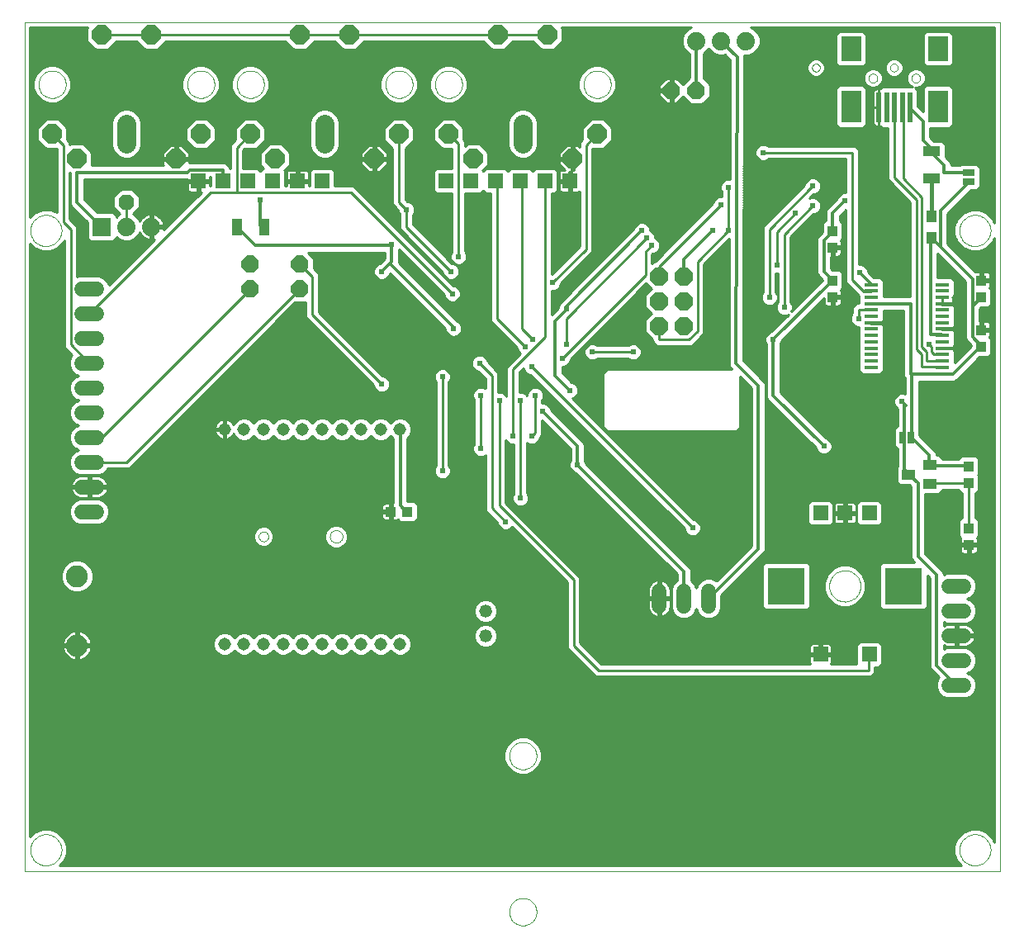
<source format=gtl>
G75*
%MOIN*%
%OFA0B0*%
%FSLAX24Y24*%
%IPPOS*%
%LPD*%
%AMOC8*
5,1,8,0,0,1.08239X$1,22.5*
%
%ADD10C,0.0000*%
%ADD11R,0.0740X0.0740*%
%ADD12C,0.0740*%
%ADD13R,0.0600X0.0600*%
%ADD14OC8,0.0630*%
%ADD15C,0.0886*%
%ADD16C,0.0780*%
%ADD17OC8,0.0780*%
%ADD18R,0.0594X0.0594*%
%ADD19R,0.1502X0.1502*%
%ADD20C,0.0515*%
%ADD21R,0.0787X0.0984*%
%ADD22R,0.0787X0.1299*%
%ADD23R,0.0197X0.1220*%
%ADD24OC8,0.0740*%
%ADD25R,0.0550X0.0137*%
%ADD26R,0.0394X0.0433*%
%ADD27C,0.0600*%
%ADD28OC8,0.0700*%
%ADD29C,0.0520*%
%ADD30R,0.0433X0.0394*%
%ADD31R,0.0394X0.0472*%
%ADD32R,0.0709X0.0394*%
%ADD33R,0.0551X0.0394*%
%ADD34R,0.0500X0.0250*%
%ADD35R,0.0394X0.0709*%
%ADD36R,0.0250X0.0500*%
%ADD37C,0.0100*%
%ADD38C,0.0356*%
%ADD39C,0.0240*%
%ADD40C,0.0140*%
%ADD41C,0.0160*%
D10*
X008005Y006775D02*
X047375Y006775D01*
X047375Y041025D01*
X008005Y041025D01*
X008005Y006775D01*
X008245Y007625D02*
X008247Y007675D01*
X008253Y007725D01*
X008263Y007774D01*
X008277Y007822D01*
X008294Y007869D01*
X008315Y007914D01*
X008340Y007958D01*
X008368Y007999D01*
X008400Y008038D01*
X008434Y008075D01*
X008471Y008109D01*
X008511Y008139D01*
X008553Y008166D01*
X008597Y008190D01*
X008643Y008211D01*
X008690Y008227D01*
X008738Y008240D01*
X008788Y008249D01*
X008837Y008254D01*
X008888Y008255D01*
X008938Y008252D01*
X008987Y008245D01*
X009036Y008234D01*
X009084Y008219D01*
X009130Y008201D01*
X009175Y008179D01*
X009218Y008153D01*
X009259Y008124D01*
X009298Y008092D01*
X009334Y008057D01*
X009366Y008019D01*
X009396Y007979D01*
X009423Y007936D01*
X009446Y007892D01*
X009465Y007846D01*
X009481Y007798D01*
X009493Y007749D01*
X009501Y007700D01*
X009505Y007650D01*
X009505Y007600D01*
X009501Y007550D01*
X009493Y007501D01*
X009481Y007452D01*
X009465Y007404D01*
X009446Y007358D01*
X009423Y007314D01*
X009396Y007271D01*
X009366Y007231D01*
X009334Y007193D01*
X009298Y007158D01*
X009259Y007126D01*
X009218Y007097D01*
X009175Y007071D01*
X009130Y007049D01*
X009084Y007031D01*
X009036Y007016D01*
X008987Y007005D01*
X008938Y006998D01*
X008888Y006995D01*
X008837Y006996D01*
X008788Y007001D01*
X008738Y007010D01*
X008690Y007023D01*
X008643Y007039D01*
X008597Y007060D01*
X008553Y007084D01*
X008511Y007111D01*
X008471Y007141D01*
X008434Y007175D01*
X008400Y007212D01*
X008368Y007251D01*
X008340Y007292D01*
X008315Y007336D01*
X008294Y007381D01*
X008277Y007428D01*
X008263Y007476D01*
X008253Y007525D01*
X008247Y007575D01*
X008245Y007625D01*
X017461Y020275D02*
X017463Y020302D01*
X017469Y020329D01*
X017478Y020355D01*
X017491Y020379D01*
X017507Y020402D01*
X017526Y020421D01*
X017548Y020438D01*
X017572Y020452D01*
X017597Y020462D01*
X017624Y020469D01*
X017651Y020472D01*
X017679Y020471D01*
X017706Y020466D01*
X017732Y020458D01*
X017756Y020446D01*
X017779Y020430D01*
X017800Y020412D01*
X017817Y020391D01*
X017832Y020367D01*
X017843Y020342D01*
X017851Y020316D01*
X017855Y020289D01*
X017855Y020261D01*
X017851Y020234D01*
X017843Y020208D01*
X017832Y020183D01*
X017817Y020159D01*
X017800Y020138D01*
X017779Y020120D01*
X017757Y020104D01*
X017732Y020092D01*
X017706Y020084D01*
X017679Y020079D01*
X017651Y020078D01*
X017624Y020081D01*
X017597Y020088D01*
X017572Y020098D01*
X017548Y020112D01*
X017526Y020129D01*
X017507Y020148D01*
X017491Y020171D01*
X017478Y020195D01*
X017469Y020221D01*
X017463Y020248D01*
X017461Y020275D01*
X020336Y020275D02*
X020338Y020306D01*
X020344Y020337D01*
X020353Y020367D01*
X020366Y020396D01*
X020383Y020423D01*
X020403Y020447D01*
X020425Y020469D01*
X020451Y020488D01*
X020478Y020504D01*
X020507Y020516D01*
X020537Y020525D01*
X020568Y020530D01*
X020600Y020531D01*
X020631Y020528D01*
X020662Y020521D01*
X020692Y020511D01*
X020720Y020497D01*
X020746Y020479D01*
X020770Y020459D01*
X020791Y020435D01*
X020810Y020410D01*
X020825Y020382D01*
X020836Y020353D01*
X020844Y020322D01*
X020848Y020291D01*
X020848Y020259D01*
X020844Y020228D01*
X020836Y020197D01*
X020825Y020168D01*
X020810Y020140D01*
X020791Y020115D01*
X020770Y020091D01*
X020746Y020071D01*
X020720Y020053D01*
X020692Y020039D01*
X020662Y020029D01*
X020631Y020022D01*
X020600Y020019D01*
X020568Y020020D01*
X020537Y020025D01*
X020507Y020034D01*
X020478Y020046D01*
X020451Y020062D01*
X020425Y020081D01*
X020403Y020103D01*
X020383Y020127D01*
X020366Y020154D01*
X020353Y020183D01*
X020344Y020213D01*
X020338Y020244D01*
X020336Y020275D01*
X027574Y011425D02*
X027576Y011472D01*
X027582Y011518D01*
X027592Y011564D01*
X027605Y011609D01*
X027623Y011652D01*
X027644Y011694D01*
X027668Y011734D01*
X027696Y011771D01*
X027727Y011806D01*
X027761Y011839D01*
X027797Y011868D01*
X027836Y011894D01*
X027877Y011917D01*
X027920Y011936D01*
X027964Y011952D01*
X028009Y011964D01*
X028055Y011972D01*
X028102Y011976D01*
X028148Y011976D01*
X028195Y011972D01*
X028241Y011964D01*
X028286Y011952D01*
X028330Y011936D01*
X028373Y011917D01*
X028414Y011894D01*
X028453Y011868D01*
X028489Y011839D01*
X028523Y011806D01*
X028554Y011771D01*
X028582Y011734D01*
X028606Y011694D01*
X028627Y011652D01*
X028645Y011609D01*
X028658Y011564D01*
X028668Y011518D01*
X028674Y011472D01*
X028676Y011425D01*
X028674Y011378D01*
X028668Y011332D01*
X028658Y011286D01*
X028645Y011241D01*
X028627Y011198D01*
X028606Y011156D01*
X028582Y011116D01*
X028554Y011079D01*
X028523Y011044D01*
X028489Y011011D01*
X028453Y010982D01*
X028414Y010956D01*
X028373Y010933D01*
X028330Y010914D01*
X028286Y010898D01*
X028241Y010886D01*
X028195Y010878D01*
X028148Y010874D01*
X028102Y010874D01*
X028055Y010878D01*
X028009Y010886D01*
X027964Y010898D01*
X027920Y010914D01*
X027877Y010933D01*
X027836Y010956D01*
X027797Y010982D01*
X027761Y011011D01*
X027727Y011044D01*
X027696Y011079D01*
X027668Y011116D01*
X027644Y011156D01*
X027623Y011198D01*
X027605Y011241D01*
X027592Y011286D01*
X027582Y011332D01*
X027576Y011378D01*
X027574Y011425D01*
X027574Y005125D02*
X027576Y005172D01*
X027582Y005218D01*
X027592Y005264D01*
X027605Y005309D01*
X027623Y005352D01*
X027644Y005394D01*
X027668Y005434D01*
X027696Y005471D01*
X027727Y005506D01*
X027761Y005539D01*
X027797Y005568D01*
X027836Y005594D01*
X027877Y005617D01*
X027920Y005636D01*
X027964Y005652D01*
X028009Y005664D01*
X028055Y005672D01*
X028102Y005676D01*
X028148Y005676D01*
X028195Y005672D01*
X028241Y005664D01*
X028286Y005652D01*
X028330Y005636D01*
X028373Y005617D01*
X028414Y005594D01*
X028453Y005568D01*
X028489Y005539D01*
X028523Y005506D01*
X028554Y005471D01*
X028582Y005434D01*
X028606Y005394D01*
X028627Y005352D01*
X028645Y005309D01*
X028658Y005264D01*
X028668Y005218D01*
X028674Y005172D01*
X028676Y005125D01*
X028674Y005078D01*
X028668Y005032D01*
X028658Y004986D01*
X028645Y004941D01*
X028627Y004898D01*
X028606Y004856D01*
X028582Y004816D01*
X028554Y004779D01*
X028523Y004744D01*
X028489Y004711D01*
X028453Y004682D01*
X028414Y004656D01*
X028373Y004633D01*
X028330Y004614D01*
X028286Y004598D01*
X028241Y004586D01*
X028195Y004578D01*
X028148Y004574D01*
X028102Y004574D01*
X028055Y004578D01*
X028009Y004586D01*
X027964Y004598D01*
X027920Y004614D01*
X027877Y004633D01*
X027836Y004656D01*
X027797Y004682D01*
X027761Y004711D01*
X027727Y004744D01*
X027696Y004779D01*
X027668Y004816D01*
X027644Y004856D01*
X027623Y004898D01*
X027605Y004941D01*
X027592Y004986D01*
X027582Y005032D01*
X027576Y005078D01*
X027574Y005125D01*
X040495Y018275D02*
X040497Y018325D01*
X040503Y018375D01*
X040513Y018424D01*
X040527Y018472D01*
X040544Y018519D01*
X040565Y018564D01*
X040590Y018608D01*
X040618Y018649D01*
X040650Y018688D01*
X040684Y018725D01*
X040721Y018759D01*
X040761Y018789D01*
X040803Y018816D01*
X040847Y018840D01*
X040893Y018861D01*
X040940Y018877D01*
X040988Y018890D01*
X041038Y018899D01*
X041087Y018904D01*
X041138Y018905D01*
X041188Y018902D01*
X041237Y018895D01*
X041286Y018884D01*
X041334Y018869D01*
X041380Y018851D01*
X041425Y018829D01*
X041468Y018803D01*
X041509Y018774D01*
X041548Y018742D01*
X041584Y018707D01*
X041616Y018669D01*
X041646Y018629D01*
X041673Y018586D01*
X041696Y018542D01*
X041715Y018496D01*
X041731Y018448D01*
X041743Y018399D01*
X041751Y018350D01*
X041755Y018300D01*
X041755Y018250D01*
X041751Y018200D01*
X041743Y018151D01*
X041731Y018102D01*
X041715Y018054D01*
X041696Y018008D01*
X041673Y017964D01*
X041646Y017921D01*
X041616Y017881D01*
X041584Y017843D01*
X041548Y017808D01*
X041509Y017776D01*
X041468Y017747D01*
X041425Y017721D01*
X041380Y017699D01*
X041334Y017681D01*
X041286Y017666D01*
X041237Y017655D01*
X041188Y017648D01*
X041138Y017645D01*
X041087Y017646D01*
X041038Y017651D01*
X040988Y017660D01*
X040940Y017673D01*
X040893Y017689D01*
X040847Y017710D01*
X040803Y017734D01*
X040761Y017761D01*
X040721Y017791D01*
X040684Y017825D01*
X040650Y017862D01*
X040618Y017901D01*
X040590Y017942D01*
X040565Y017986D01*
X040544Y018031D01*
X040527Y018078D01*
X040513Y018126D01*
X040503Y018175D01*
X040497Y018225D01*
X040495Y018275D01*
X045745Y007625D02*
X045747Y007675D01*
X045753Y007725D01*
X045763Y007774D01*
X045777Y007822D01*
X045794Y007869D01*
X045815Y007914D01*
X045840Y007958D01*
X045868Y007999D01*
X045900Y008038D01*
X045934Y008075D01*
X045971Y008109D01*
X046011Y008139D01*
X046053Y008166D01*
X046097Y008190D01*
X046143Y008211D01*
X046190Y008227D01*
X046238Y008240D01*
X046288Y008249D01*
X046337Y008254D01*
X046388Y008255D01*
X046438Y008252D01*
X046487Y008245D01*
X046536Y008234D01*
X046584Y008219D01*
X046630Y008201D01*
X046675Y008179D01*
X046718Y008153D01*
X046759Y008124D01*
X046798Y008092D01*
X046834Y008057D01*
X046866Y008019D01*
X046896Y007979D01*
X046923Y007936D01*
X046946Y007892D01*
X046965Y007846D01*
X046981Y007798D01*
X046993Y007749D01*
X047001Y007700D01*
X047005Y007650D01*
X047005Y007600D01*
X047001Y007550D01*
X046993Y007501D01*
X046981Y007452D01*
X046965Y007404D01*
X046946Y007358D01*
X046923Y007314D01*
X046896Y007271D01*
X046866Y007231D01*
X046834Y007193D01*
X046798Y007158D01*
X046759Y007126D01*
X046718Y007097D01*
X046675Y007071D01*
X046630Y007049D01*
X046584Y007031D01*
X046536Y007016D01*
X046487Y007005D01*
X046438Y006998D01*
X046388Y006995D01*
X046337Y006996D01*
X046288Y007001D01*
X046238Y007010D01*
X046190Y007023D01*
X046143Y007039D01*
X046097Y007060D01*
X046053Y007084D01*
X046011Y007111D01*
X045971Y007141D01*
X045934Y007175D01*
X045900Y007212D01*
X045868Y007251D01*
X045840Y007292D01*
X045815Y007336D01*
X045794Y007381D01*
X045777Y007428D01*
X045763Y007476D01*
X045753Y007525D01*
X045747Y007575D01*
X045745Y007625D01*
X045745Y032625D02*
X045747Y032675D01*
X045753Y032725D01*
X045763Y032774D01*
X045777Y032822D01*
X045794Y032869D01*
X045815Y032914D01*
X045840Y032958D01*
X045868Y032999D01*
X045900Y033038D01*
X045934Y033075D01*
X045971Y033109D01*
X046011Y033139D01*
X046053Y033166D01*
X046097Y033190D01*
X046143Y033211D01*
X046190Y033227D01*
X046238Y033240D01*
X046288Y033249D01*
X046337Y033254D01*
X046388Y033255D01*
X046438Y033252D01*
X046487Y033245D01*
X046536Y033234D01*
X046584Y033219D01*
X046630Y033201D01*
X046675Y033179D01*
X046718Y033153D01*
X046759Y033124D01*
X046798Y033092D01*
X046834Y033057D01*
X046866Y033019D01*
X046896Y032979D01*
X046923Y032936D01*
X046946Y032892D01*
X046965Y032846D01*
X046981Y032798D01*
X046993Y032749D01*
X047001Y032700D01*
X047005Y032650D01*
X047005Y032600D01*
X047001Y032550D01*
X046993Y032501D01*
X046981Y032452D01*
X046965Y032404D01*
X046946Y032358D01*
X046923Y032314D01*
X046896Y032271D01*
X046866Y032231D01*
X046834Y032193D01*
X046798Y032158D01*
X046759Y032126D01*
X046718Y032097D01*
X046675Y032071D01*
X046630Y032049D01*
X046584Y032031D01*
X046536Y032016D01*
X046487Y032005D01*
X046438Y031998D01*
X046388Y031995D01*
X046337Y031996D01*
X046288Y032001D01*
X046238Y032010D01*
X046190Y032023D01*
X046143Y032039D01*
X046097Y032060D01*
X046053Y032084D01*
X046011Y032111D01*
X045971Y032141D01*
X045934Y032175D01*
X045900Y032212D01*
X045868Y032251D01*
X045840Y032292D01*
X045815Y032336D01*
X045794Y032381D01*
X045777Y032428D01*
X045763Y032476D01*
X045753Y032525D01*
X045747Y032575D01*
X045745Y032625D01*
X043814Y038775D02*
X043816Y038801D01*
X043822Y038827D01*
X043832Y038852D01*
X043845Y038875D01*
X043861Y038895D01*
X043881Y038913D01*
X043903Y038928D01*
X043926Y038940D01*
X043952Y038948D01*
X043978Y038952D01*
X044004Y038952D01*
X044030Y038948D01*
X044056Y038940D01*
X044080Y038928D01*
X044101Y038913D01*
X044121Y038895D01*
X044137Y038875D01*
X044150Y038852D01*
X044160Y038827D01*
X044166Y038801D01*
X044168Y038775D01*
X044166Y038749D01*
X044160Y038723D01*
X044150Y038698D01*
X044137Y038675D01*
X044121Y038655D01*
X044101Y038637D01*
X044079Y038622D01*
X044056Y038610D01*
X044030Y038602D01*
X044004Y038598D01*
X043978Y038598D01*
X043952Y038602D01*
X043926Y038610D01*
X043902Y038622D01*
X043881Y038637D01*
X043861Y038655D01*
X043845Y038675D01*
X043832Y038698D01*
X043822Y038723D01*
X043816Y038749D01*
X043814Y038775D01*
X042950Y039198D02*
X042952Y039223D01*
X042958Y039247D01*
X042967Y039269D01*
X042980Y039290D01*
X042996Y039309D01*
X043015Y039325D01*
X043036Y039338D01*
X043058Y039347D01*
X043082Y039353D01*
X043107Y039355D01*
X043132Y039353D01*
X043156Y039347D01*
X043178Y039338D01*
X043199Y039325D01*
X043218Y039309D01*
X043234Y039290D01*
X043247Y039269D01*
X043256Y039247D01*
X043262Y039223D01*
X043264Y039198D01*
X043262Y039173D01*
X043256Y039149D01*
X043247Y039127D01*
X043234Y039106D01*
X043218Y039087D01*
X043199Y039071D01*
X043178Y039058D01*
X043156Y039049D01*
X043132Y039043D01*
X043107Y039041D01*
X043082Y039043D01*
X043058Y039049D01*
X043036Y039058D01*
X043015Y039071D01*
X042996Y039087D01*
X042980Y039106D01*
X042967Y039127D01*
X042958Y039149D01*
X042952Y039173D01*
X042950Y039198D01*
X042082Y038775D02*
X042084Y038801D01*
X042090Y038827D01*
X042100Y038852D01*
X042113Y038875D01*
X042129Y038895D01*
X042149Y038913D01*
X042171Y038928D01*
X042194Y038940D01*
X042220Y038948D01*
X042246Y038952D01*
X042272Y038952D01*
X042298Y038948D01*
X042324Y038940D01*
X042348Y038928D01*
X042369Y038913D01*
X042389Y038895D01*
X042405Y038875D01*
X042418Y038852D01*
X042428Y038827D01*
X042434Y038801D01*
X042436Y038775D01*
X042434Y038749D01*
X042428Y038723D01*
X042418Y038698D01*
X042405Y038675D01*
X042389Y038655D01*
X042369Y038637D01*
X042347Y038622D01*
X042324Y038610D01*
X042298Y038602D01*
X042272Y038598D01*
X042246Y038598D01*
X042220Y038602D01*
X042194Y038610D01*
X042170Y038622D01*
X042149Y038637D01*
X042129Y038655D01*
X042113Y038675D01*
X042100Y038698D01*
X042090Y038723D01*
X042084Y038749D01*
X042082Y038775D01*
X039801Y039198D02*
X039803Y039223D01*
X039809Y039247D01*
X039818Y039269D01*
X039831Y039290D01*
X039847Y039309D01*
X039866Y039325D01*
X039887Y039338D01*
X039909Y039347D01*
X039933Y039353D01*
X039958Y039355D01*
X039983Y039353D01*
X040007Y039347D01*
X040029Y039338D01*
X040050Y039325D01*
X040069Y039309D01*
X040085Y039290D01*
X040098Y039269D01*
X040107Y039247D01*
X040113Y039223D01*
X040115Y039198D01*
X040113Y039173D01*
X040107Y039149D01*
X040098Y039127D01*
X040085Y039106D01*
X040069Y039087D01*
X040050Y039071D01*
X040029Y039058D01*
X040007Y039049D01*
X039983Y039043D01*
X039958Y039041D01*
X039933Y039043D01*
X039909Y039049D01*
X039887Y039058D01*
X039866Y039071D01*
X039847Y039087D01*
X039831Y039106D01*
X039818Y039127D01*
X039809Y039149D01*
X039803Y039173D01*
X039801Y039198D01*
X030575Y038525D02*
X030577Y038572D01*
X030583Y038618D01*
X030593Y038664D01*
X030606Y038708D01*
X030624Y038752D01*
X030645Y038793D01*
X030669Y038833D01*
X030697Y038871D01*
X030728Y038906D01*
X030762Y038938D01*
X030798Y038967D01*
X030837Y038993D01*
X030877Y039016D01*
X030920Y039035D01*
X030964Y039051D01*
X031009Y039063D01*
X031055Y039071D01*
X031102Y039075D01*
X031148Y039075D01*
X031195Y039071D01*
X031241Y039063D01*
X031286Y039051D01*
X031330Y039035D01*
X031373Y039016D01*
X031413Y038993D01*
X031452Y038967D01*
X031488Y038938D01*
X031522Y038906D01*
X031553Y038871D01*
X031581Y038833D01*
X031605Y038793D01*
X031626Y038752D01*
X031644Y038708D01*
X031657Y038664D01*
X031667Y038618D01*
X031673Y038572D01*
X031675Y038525D01*
X031673Y038478D01*
X031667Y038432D01*
X031657Y038386D01*
X031644Y038342D01*
X031626Y038298D01*
X031605Y038257D01*
X031581Y038217D01*
X031553Y038179D01*
X031522Y038144D01*
X031488Y038112D01*
X031452Y038083D01*
X031413Y038057D01*
X031373Y038034D01*
X031330Y038015D01*
X031286Y037999D01*
X031241Y037987D01*
X031195Y037979D01*
X031148Y037975D01*
X031102Y037975D01*
X031055Y037979D01*
X031009Y037987D01*
X030964Y037999D01*
X030920Y038015D01*
X030877Y038034D01*
X030837Y038057D01*
X030798Y038083D01*
X030762Y038112D01*
X030728Y038144D01*
X030697Y038179D01*
X030669Y038217D01*
X030645Y038257D01*
X030624Y038298D01*
X030606Y038342D01*
X030593Y038386D01*
X030583Y038432D01*
X030577Y038478D01*
X030575Y038525D01*
X024575Y038525D02*
X024577Y038572D01*
X024583Y038618D01*
X024593Y038664D01*
X024606Y038708D01*
X024624Y038752D01*
X024645Y038793D01*
X024669Y038833D01*
X024697Y038871D01*
X024728Y038906D01*
X024762Y038938D01*
X024798Y038967D01*
X024837Y038993D01*
X024877Y039016D01*
X024920Y039035D01*
X024964Y039051D01*
X025009Y039063D01*
X025055Y039071D01*
X025102Y039075D01*
X025148Y039075D01*
X025195Y039071D01*
X025241Y039063D01*
X025286Y039051D01*
X025330Y039035D01*
X025373Y039016D01*
X025413Y038993D01*
X025452Y038967D01*
X025488Y038938D01*
X025522Y038906D01*
X025553Y038871D01*
X025581Y038833D01*
X025605Y038793D01*
X025626Y038752D01*
X025644Y038708D01*
X025657Y038664D01*
X025667Y038618D01*
X025673Y038572D01*
X025675Y038525D01*
X025673Y038478D01*
X025667Y038432D01*
X025657Y038386D01*
X025644Y038342D01*
X025626Y038298D01*
X025605Y038257D01*
X025581Y038217D01*
X025553Y038179D01*
X025522Y038144D01*
X025488Y038112D01*
X025452Y038083D01*
X025413Y038057D01*
X025373Y038034D01*
X025330Y038015D01*
X025286Y037999D01*
X025241Y037987D01*
X025195Y037979D01*
X025148Y037975D01*
X025102Y037975D01*
X025055Y037979D01*
X025009Y037987D01*
X024964Y037999D01*
X024920Y038015D01*
X024877Y038034D01*
X024837Y038057D01*
X024798Y038083D01*
X024762Y038112D01*
X024728Y038144D01*
X024697Y038179D01*
X024669Y038217D01*
X024645Y038257D01*
X024624Y038298D01*
X024606Y038342D01*
X024593Y038386D01*
X024583Y038432D01*
X024577Y038478D01*
X024575Y038525D01*
X022575Y038525D02*
X022577Y038572D01*
X022583Y038618D01*
X022593Y038664D01*
X022606Y038708D01*
X022624Y038752D01*
X022645Y038793D01*
X022669Y038833D01*
X022697Y038871D01*
X022728Y038906D01*
X022762Y038938D01*
X022798Y038967D01*
X022837Y038993D01*
X022877Y039016D01*
X022920Y039035D01*
X022964Y039051D01*
X023009Y039063D01*
X023055Y039071D01*
X023102Y039075D01*
X023148Y039075D01*
X023195Y039071D01*
X023241Y039063D01*
X023286Y039051D01*
X023330Y039035D01*
X023373Y039016D01*
X023413Y038993D01*
X023452Y038967D01*
X023488Y038938D01*
X023522Y038906D01*
X023553Y038871D01*
X023581Y038833D01*
X023605Y038793D01*
X023626Y038752D01*
X023644Y038708D01*
X023657Y038664D01*
X023667Y038618D01*
X023673Y038572D01*
X023675Y038525D01*
X023673Y038478D01*
X023667Y038432D01*
X023657Y038386D01*
X023644Y038342D01*
X023626Y038298D01*
X023605Y038257D01*
X023581Y038217D01*
X023553Y038179D01*
X023522Y038144D01*
X023488Y038112D01*
X023452Y038083D01*
X023413Y038057D01*
X023373Y038034D01*
X023330Y038015D01*
X023286Y037999D01*
X023241Y037987D01*
X023195Y037979D01*
X023148Y037975D01*
X023102Y037975D01*
X023055Y037979D01*
X023009Y037987D01*
X022964Y037999D01*
X022920Y038015D01*
X022877Y038034D01*
X022837Y038057D01*
X022798Y038083D01*
X022762Y038112D01*
X022728Y038144D01*
X022697Y038179D01*
X022669Y038217D01*
X022645Y038257D01*
X022624Y038298D01*
X022606Y038342D01*
X022593Y038386D01*
X022583Y038432D01*
X022577Y038478D01*
X022575Y038525D01*
X016575Y038525D02*
X016577Y038572D01*
X016583Y038618D01*
X016593Y038664D01*
X016606Y038708D01*
X016624Y038752D01*
X016645Y038793D01*
X016669Y038833D01*
X016697Y038871D01*
X016728Y038906D01*
X016762Y038938D01*
X016798Y038967D01*
X016837Y038993D01*
X016877Y039016D01*
X016920Y039035D01*
X016964Y039051D01*
X017009Y039063D01*
X017055Y039071D01*
X017102Y039075D01*
X017148Y039075D01*
X017195Y039071D01*
X017241Y039063D01*
X017286Y039051D01*
X017330Y039035D01*
X017373Y039016D01*
X017413Y038993D01*
X017452Y038967D01*
X017488Y038938D01*
X017522Y038906D01*
X017553Y038871D01*
X017581Y038833D01*
X017605Y038793D01*
X017626Y038752D01*
X017644Y038708D01*
X017657Y038664D01*
X017667Y038618D01*
X017673Y038572D01*
X017675Y038525D01*
X017673Y038478D01*
X017667Y038432D01*
X017657Y038386D01*
X017644Y038342D01*
X017626Y038298D01*
X017605Y038257D01*
X017581Y038217D01*
X017553Y038179D01*
X017522Y038144D01*
X017488Y038112D01*
X017452Y038083D01*
X017413Y038057D01*
X017373Y038034D01*
X017330Y038015D01*
X017286Y037999D01*
X017241Y037987D01*
X017195Y037979D01*
X017148Y037975D01*
X017102Y037975D01*
X017055Y037979D01*
X017009Y037987D01*
X016964Y037999D01*
X016920Y038015D01*
X016877Y038034D01*
X016837Y038057D01*
X016798Y038083D01*
X016762Y038112D01*
X016728Y038144D01*
X016697Y038179D01*
X016669Y038217D01*
X016645Y038257D01*
X016624Y038298D01*
X016606Y038342D01*
X016593Y038386D01*
X016583Y038432D01*
X016577Y038478D01*
X016575Y038525D01*
X014575Y038525D02*
X014577Y038572D01*
X014583Y038618D01*
X014593Y038664D01*
X014606Y038708D01*
X014624Y038752D01*
X014645Y038793D01*
X014669Y038833D01*
X014697Y038871D01*
X014728Y038906D01*
X014762Y038938D01*
X014798Y038967D01*
X014837Y038993D01*
X014877Y039016D01*
X014920Y039035D01*
X014964Y039051D01*
X015009Y039063D01*
X015055Y039071D01*
X015102Y039075D01*
X015148Y039075D01*
X015195Y039071D01*
X015241Y039063D01*
X015286Y039051D01*
X015330Y039035D01*
X015373Y039016D01*
X015413Y038993D01*
X015452Y038967D01*
X015488Y038938D01*
X015522Y038906D01*
X015553Y038871D01*
X015581Y038833D01*
X015605Y038793D01*
X015626Y038752D01*
X015644Y038708D01*
X015657Y038664D01*
X015667Y038618D01*
X015673Y038572D01*
X015675Y038525D01*
X015673Y038478D01*
X015667Y038432D01*
X015657Y038386D01*
X015644Y038342D01*
X015626Y038298D01*
X015605Y038257D01*
X015581Y038217D01*
X015553Y038179D01*
X015522Y038144D01*
X015488Y038112D01*
X015452Y038083D01*
X015413Y038057D01*
X015373Y038034D01*
X015330Y038015D01*
X015286Y037999D01*
X015241Y037987D01*
X015195Y037979D01*
X015148Y037975D01*
X015102Y037975D01*
X015055Y037979D01*
X015009Y037987D01*
X014964Y037999D01*
X014920Y038015D01*
X014877Y038034D01*
X014837Y038057D01*
X014798Y038083D01*
X014762Y038112D01*
X014728Y038144D01*
X014697Y038179D01*
X014669Y038217D01*
X014645Y038257D01*
X014624Y038298D01*
X014606Y038342D01*
X014593Y038386D01*
X014583Y038432D01*
X014577Y038478D01*
X014575Y038525D01*
X008575Y038525D02*
X008577Y038572D01*
X008583Y038618D01*
X008593Y038664D01*
X008606Y038708D01*
X008624Y038752D01*
X008645Y038793D01*
X008669Y038833D01*
X008697Y038871D01*
X008728Y038906D01*
X008762Y038938D01*
X008798Y038967D01*
X008837Y038993D01*
X008877Y039016D01*
X008920Y039035D01*
X008964Y039051D01*
X009009Y039063D01*
X009055Y039071D01*
X009102Y039075D01*
X009148Y039075D01*
X009195Y039071D01*
X009241Y039063D01*
X009286Y039051D01*
X009330Y039035D01*
X009373Y039016D01*
X009413Y038993D01*
X009452Y038967D01*
X009488Y038938D01*
X009522Y038906D01*
X009553Y038871D01*
X009581Y038833D01*
X009605Y038793D01*
X009626Y038752D01*
X009644Y038708D01*
X009657Y038664D01*
X009667Y038618D01*
X009673Y038572D01*
X009675Y038525D01*
X009673Y038478D01*
X009667Y038432D01*
X009657Y038386D01*
X009644Y038342D01*
X009626Y038298D01*
X009605Y038257D01*
X009581Y038217D01*
X009553Y038179D01*
X009522Y038144D01*
X009488Y038112D01*
X009452Y038083D01*
X009413Y038057D01*
X009373Y038034D01*
X009330Y038015D01*
X009286Y037999D01*
X009241Y037987D01*
X009195Y037979D01*
X009148Y037975D01*
X009102Y037975D01*
X009055Y037979D01*
X009009Y037987D01*
X008964Y037999D01*
X008920Y038015D01*
X008877Y038034D01*
X008837Y038057D01*
X008798Y038083D01*
X008762Y038112D01*
X008728Y038144D01*
X008697Y038179D01*
X008669Y038217D01*
X008645Y038257D01*
X008624Y038298D01*
X008606Y038342D01*
X008593Y038386D01*
X008583Y038432D01*
X008577Y038478D01*
X008575Y038525D01*
X008245Y032625D02*
X008247Y032675D01*
X008253Y032725D01*
X008263Y032774D01*
X008277Y032822D01*
X008294Y032869D01*
X008315Y032914D01*
X008340Y032958D01*
X008368Y032999D01*
X008400Y033038D01*
X008434Y033075D01*
X008471Y033109D01*
X008511Y033139D01*
X008553Y033166D01*
X008597Y033190D01*
X008643Y033211D01*
X008690Y033227D01*
X008738Y033240D01*
X008788Y033249D01*
X008837Y033254D01*
X008888Y033255D01*
X008938Y033252D01*
X008987Y033245D01*
X009036Y033234D01*
X009084Y033219D01*
X009130Y033201D01*
X009175Y033179D01*
X009218Y033153D01*
X009259Y033124D01*
X009298Y033092D01*
X009334Y033057D01*
X009366Y033019D01*
X009396Y032979D01*
X009423Y032936D01*
X009446Y032892D01*
X009465Y032846D01*
X009481Y032798D01*
X009493Y032749D01*
X009501Y032700D01*
X009505Y032650D01*
X009505Y032600D01*
X009501Y032550D01*
X009493Y032501D01*
X009481Y032452D01*
X009465Y032404D01*
X009446Y032358D01*
X009423Y032314D01*
X009396Y032271D01*
X009366Y032231D01*
X009334Y032193D01*
X009298Y032158D01*
X009259Y032126D01*
X009218Y032097D01*
X009175Y032071D01*
X009130Y032049D01*
X009084Y032031D01*
X009036Y032016D01*
X008987Y032005D01*
X008938Y031998D01*
X008888Y031995D01*
X008837Y031996D01*
X008788Y032001D01*
X008738Y032010D01*
X008690Y032023D01*
X008643Y032039D01*
X008597Y032060D01*
X008553Y032084D01*
X008511Y032111D01*
X008471Y032141D01*
X008434Y032175D01*
X008400Y032212D01*
X008368Y032251D01*
X008340Y032292D01*
X008315Y032336D01*
X008294Y032381D01*
X008277Y032428D01*
X008263Y032476D01*
X008253Y032525D01*
X008247Y032575D01*
X008245Y032625D01*
D11*
X011125Y032775D03*
D12*
X012125Y032775D03*
X013125Y032775D03*
X035125Y040275D03*
X036125Y040275D03*
X037125Y040275D03*
D13*
X030027Y034627D03*
X029027Y034627D03*
X028027Y034627D03*
X027027Y034627D03*
X026027Y034627D03*
X025027Y034627D03*
X020027Y034627D03*
X019027Y034627D03*
X018027Y034627D03*
X017027Y034627D03*
X016027Y034627D03*
X015027Y034627D03*
D14*
X012125Y033775D03*
D15*
X010125Y018673D03*
X010125Y015877D03*
D16*
X012125Y036135D02*
X012125Y036915D01*
X020125Y036915D02*
X020125Y036135D01*
X028125Y036135D02*
X028125Y036915D01*
D17*
X026125Y035525D03*
X025125Y036525D03*
X023125Y036525D03*
X022125Y035525D03*
X018125Y035525D03*
X017125Y036525D03*
X015125Y036525D03*
X014125Y035525D03*
X010125Y035525D03*
X009125Y036525D03*
X011125Y040525D03*
X013125Y040525D03*
X019125Y040525D03*
X021125Y040525D03*
X027125Y040525D03*
X029125Y040525D03*
X031125Y036525D03*
X030125Y035525D03*
D18*
X040141Y021228D03*
X041125Y021228D03*
X042109Y021228D03*
X042109Y015519D03*
X040141Y015519D03*
D19*
X038763Y018275D03*
X043487Y018275D03*
D20*
X023168Y015944D03*
X022381Y015944D03*
X021594Y015944D03*
X020806Y015944D03*
X020019Y015944D03*
X019231Y015944D03*
X018444Y015944D03*
X017656Y015944D03*
X016869Y015944D03*
X016082Y015944D03*
X016082Y024606D03*
X016869Y024606D03*
X017656Y024606D03*
X018444Y024606D03*
X019231Y024606D03*
X020019Y024606D03*
X020806Y024606D03*
X021594Y024606D03*
X022381Y024606D03*
X023168Y024606D03*
D21*
X041373Y039956D03*
X044877Y039956D03*
D22*
X044877Y037633D03*
X041373Y037633D03*
D23*
X042495Y037594D03*
X042810Y037594D03*
X043125Y037594D03*
X043440Y037594D03*
X043755Y037594D03*
D24*
X034625Y030775D03*
X034625Y029775D03*
X033625Y029775D03*
X033625Y030775D03*
X033625Y028775D03*
X034625Y028775D03*
D25*
X042186Y028647D03*
X042186Y028391D03*
X042186Y028135D03*
X042186Y027879D03*
X042186Y027623D03*
X042186Y027368D03*
X042186Y027112D03*
X042186Y028903D03*
X042186Y029159D03*
X042186Y029415D03*
X042186Y029671D03*
X042186Y029927D03*
X042186Y030182D03*
X042186Y030438D03*
X045064Y030438D03*
X045064Y030182D03*
X045064Y029927D03*
X045064Y029671D03*
X045064Y029415D03*
X045064Y029159D03*
X045064Y028903D03*
X045064Y028647D03*
X045064Y028391D03*
X045064Y028135D03*
X045064Y027879D03*
X045064Y027623D03*
X045064Y027368D03*
X045064Y027112D03*
D26*
X046625Y027940D03*
X046625Y028610D03*
X046625Y029940D03*
X046625Y030610D03*
X040625Y030610D03*
X040625Y029940D03*
X040625Y031940D03*
X040625Y032610D03*
X046125Y023110D03*
X046125Y022440D03*
X046125Y020610D03*
X046125Y019940D03*
D27*
X045925Y018275D02*
X045325Y018275D01*
X045325Y017275D02*
X045925Y017275D01*
X045925Y016275D02*
X045325Y016275D01*
X045325Y015275D02*
X045925Y015275D01*
X045925Y014275D02*
X045325Y014275D01*
X035625Y017475D02*
X035625Y018075D01*
X034625Y018075D02*
X034625Y017475D01*
X033625Y017475D02*
X033625Y018075D01*
X010925Y021275D02*
X010325Y021275D01*
X010325Y022275D02*
X010925Y022275D01*
X010925Y023275D02*
X010325Y023275D01*
X010325Y024275D02*
X010925Y024275D01*
X010925Y025275D02*
X010325Y025275D01*
X010325Y026275D02*
X010925Y026275D01*
X010925Y027275D02*
X010325Y027275D01*
X010325Y028275D02*
X010925Y028275D01*
X010925Y029275D02*
X010325Y029275D01*
X010325Y030275D02*
X010925Y030275D01*
D28*
X017125Y030275D03*
X017125Y031275D03*
X019125Y031275D03*
X019125Y030275D03*
X034125Y038275D03*
X035125Y038275D03*
D29*
X026625Y017275D03*
X026625Y016275D03*
D30*
X023460Y021275D03*
X022790Y021275D03*
D31*
X044625Y032342D03*
X044625Y033208D03*
D32*
X044625Y034724D03*
X044625Y035826D03*
D33*
X044558Y023149D03*
X043692Y022775D03*
X044558Y022401D03*
D34*
X046125Y034598D03*
X046125Y034952D03*
D35*
X017676Y032775D03*
X016574Y032775D03*
D36*
X043448Y024275D03*
X043802Y024275D03*
D37*
X044137Y024359D02*
X044137Y024612D01*
X044105Y024644D01*
X044105Y026545D01*
X045531Y026545D01*
X045634Y026588D01*
X045712Y026666D01*
X046560Y027514D01*
X046909Y027514D01*
X047032Y027637D01*
X047032Y028244D01*
X046954Y028322D01*
X046962Y028335D01*
X046972Y028373D01*
X046972Y028561D01*
X046673Y028561D01*
X046673Y028658D01*
X046577Y028658D01*
X046577Y028976D01*
X046555Y028976D01*
X046555Y029459D01*
X046610Y029514D01*
X046909Y029514D01*
X047032Y029637D01*
X047032Y030244D01*
X046954Y030322D01*
X046962Y030335D01*
X046972Y030373D01*
X046972Y030561D01*
X046673Y030561D01*
X046673Y030658D01*
X046577Y030658D01*
X046577Y030976D01*
X046408Y030976D01*
X046378Y030968D01*
X045255Y032091D01*
X045255Y033309D01*
X046209Y034263D01*
X046462Y034263D01*
X046585Y034386D01*
X046585Y035164D01*
X046462Y035287D01*
X045788Y035287D01*
X045756Y035255D01*
X045405Y035255D01*
X045405Y035331D01*
X045362Y035434D01*
X045189Y035607D01*
X045189Y036110D01*
X045066Y036233D01*
X044713Y036233D01*
X044555Y036391D01*
X044555Y036774D01*
X045358Y036774D01*
X045481Y036897D01*
X045481Y038370D01*
X045358Y038493D01*
X044396Y038493D01*
X044273Y038370D01*
X044273Y037423D01*
X044063Y037633D01*
X044063Y038291D01*
X043967Y038388D01*
X044068Y038388D01*
X044210Y038447D01*
X044319Y038556D01*
X044378Y038698D01*
X044378Y038852D01*
X044319Y038994D01*
X044210Y039103D01*
X044068Y039162D01*
X043914Y039162D01*
X043772Y039103D01*
X043663Y038994D01*
X043604Y038852D01*
X043604Y038698D01*
X043663Y038556D01*
X043772Y038447D01*
X043851Y038414D01*
X042625Y038414D01*
X042565Y038354D01*
X042495Y038354D01*
X042377Y038354D01*
X042339Y038344D01*
X042305Y038324D01*
X042277Y038296D01*
X042257Y038262D01*
X042247Y038224D01*
X042247Y037594D01*
X042495Y037594D01*
X042495Y038354D01*
X042495Y037594D01*
X042495Y037594D01*
X042495Y037594D01*
X042247Y037594D01*
X042247Y036964D01*
X042257Y036926D01*
X042277Y036892D01*
X042305Y036864D01*
X042339Y036844D01*
X042377Y036834D01*
X042495Y036834D01*
X042495Y037594D01*
X042495Y037594D01*
X042495Y036834D01*
X042565Y036834D01*
X042625Y036774D01*
X042865Y036774D01*
X042865Y034723D01*
X042905Y034628D01*
X042978Y034555D01*
X043765Y033767D01*
X043765Y029955D01*
X042671Y029955D01*
X042671Y030594D01*
X042548Y030717D01*
X042301Y030717D01*
X042055Y030963D01*
X042055Y030991D01*
X042005Y031112D01*
X041912Y031205D01*
X041791Y031255D01*
X041685Y031255D01*
X041685Y035827D01*
X041645Y035922D01*
X041572Y035995D01*
X041477Y036035D01*
X038032Y036035D01*
X038012Y036055D01*
X037891Y036105D01*
X037759Y036105D01*
X037638Y036055D01*
X037545Y035962D01*
X037495Y035841D01*
X037495Y035709D01*
X037545Y035588D01*
X037638Y035495D01*
X037759Y035445D01*
X037891Y035445D01*
X038012Y035495D01*
X038032Y035515D01*
X041165Y035515D01*
X041165Y034155D01*
X041059Y034155D01*
X040938Y034105D01*
X040845Y034012D01*
X040795Y033891D01*
X040466Y033562D01*
X040388Y033484D01*
X040345Y033381D01*
X040345Y033036D01*
X040341Y033036D01*
X040218Y032913D01*
X040218Y032564D01*
X040038Y032384D01*
X038952Y032384D01*
X038935Y032367D02*
X039863Y033295D01*
X039891Y033295D01*
X040012Y033345D01*
X040105Y033438D01*
X040155Y033559D01*
X040155Y033691D01*
X040105Y033812D01*
X040012Y033905D01*
X039891Y033955D01*
X039759Y033955D01*
X039697Y033929D01*
X039863Y034095D01*
X039891Y034095D01*
X040012Y034145D01*
X040105Y034238D01*
X040155Y034359D01*
X040155Y034491D01*
X040105Y034612D01*
X040012Y034705D01*
X039891Y034755D01*
X039759Y034755D01*
X039638Y034705D01*
X039545Y034612D01*
X039495Y034491D01*
X039495Y034463D01*
X037928Y032895D01*
X037855Y032822D01*
X037815Y032727D01*
X037815Y030132D01*
X037795Y030112D01*
X037745Y029991D01*
X037745Y029859D01*
X037795Y029738D01*
X037888Y029645D01*
X038009Y029595D01*
X038141Y029595D01*
X038262Y029645D01*
X038355Y029738D01*
X038405Y029859D01*
X038405Y029991D01*
X038355Y030112D01*
X038335Y030132D01*
X038335Y030895D01*
X038415Y030895D01*
X038415Y029732D01*
X038395Y029712D01*
X038345Y029591D01*
X038345Y029459D01*
X038395Y029338D01*
X038488Y029245D01*
X038609Y029195D01*
X038741Y029195D01*
X038840Y029236D01*
X038159Y028555D01*
X038038Y028505D01*
X037945Y028412D01*
X037895Y028291D01*
X037895Y028159D01*
X037945Y028039D01*
X037945Y025919D01*
X037988Y025816D01*
X038066Y025738D01*
X039945Y023859D01*
X039995Y023738D01*
X040088Y023645D01*
X040209Y023595D01*
X040341Y023595D01*
X040462Y023645D01*
X040555Y023738D01*
X040605Y023859D01*
X040605Y023991D01*
X040555Y024112D01*
X040462Y024205D01*
X040341Y024255D01*
X038505Y026091D01*
X038505Y028039D01*
X038555Y028159D01*
X040278Y029882D01*
X040278Y029704D01*
X040288Y029666D01*
X040308Y029632D01*
X040336Y029604D01*
X040370Y029584D01*
X040408Y029574D01*
X040577Y029574D01*
X040577Y029892D01*
X040673Y029892D01*
X040673Y029574D01*
X040842Y029574D01*
X040880Y029584D01*
X040914Y029604D01*
X040942Y029632D01*
X040962Y029666D01*
X040972Y029704D01*
X040972Y029892D01*
X040673Y029892D01*
X040673Y029989D01*
X040972Y029989D01*
X040972Y030177D01*
X040962Y030215D01*
X040954Y030228D01*
X041032Y030306D01*
X041032Y030913D01*
X040909Y031036D01*
X040610Y031036D01*
X040555Y031091D01*
X040555Y031574D01*
X040577Y031574D01*
X040577Y031892D01*
X040673Y031892D01*
X040673Y031574D01*
X040842Y031574D01*
X040880Y031584D01*
X040914Y031604D01*
X040942Y031632D01*
X040962Y031666D01*
X040972Y031704D01*
X040972Y031892D01*
X040673Y031892D01*
X040673Y031989D01*
X040972Y031989D01*
X040972Y032177D01*
X040962Y032215D01*
X040954Y032228D01*
X041032Y032306D01*
X041032Y032913D01*
X040909Y033036D01*
X040905Y033036D01*
X040905Y033209D01*
X041165Y033469D01*
X041165Y030573D01*
X041205Y030478D01*
X041655Y030028D01*
X041701Y029982D01*
X041701Y029685D01*
X041623Y029685D01*
X041528Y029645D01*
X041455Y029572D01*
X041415Y029477D01*
X041415Y029282D01*
X041395Y029262D01*
X041345Y029141D01*
X041345Y029009D01*
X041395Y028888D01*
X041488Y028795D01*
X041609Y028745D01*
X041701Y028745D01*
X041701Y026956D01*
X041824Y026833D01*
X042548Y026833D01*
X042671Y026956D01*
X042671Y028803D01*
X042611Y028863D01*
X042611Y028903D01*
X042611Y028943D01*
X042671Y029003D01*
X042671Y029395D01*
X043495Y029395D01*
X043495Y026769D01*
X043538Y026666D01*
X043545Y026659D01*
X043545Y026032D01*
X043491Y026055D01*
X043359Y026055D01*
X043238Y026005D01*
X043145Y025912D01*
X043095Y025791D01*
X043095Y025659D01*
X043145Y025538D01*
X043238Y025445D01*
X043245Y025442D01*
X043245Y024735D01*
X043236Y024735D01*
X043113Y024612D01*
X043113Y023938D01*
X043236Y023815D01*
X043245Y023815D01*
X043245Y023097D01*
X043206Y023059D01*
X043206Y022491D01*
X043329Y022368D01*
X043736Y022368D01*
X043795Y022309D01*
X043795Y019419D01*
X043838Y019316D01*
X043918Y019236D01*
X042649Y019236D01*
X042526Y019113D01*
X042526Y017437D01*
X042649Y017314D01*
X044325Y017314D01*
X044448Y017437D01*
X044448Y018706D01*
X044545Y018609D01*
X044545Y015019D01*
X044588Y014916D01*
X044916Y014588D01*
X044893Y014564D01*
X044815Y014376D01*
X044815Y014174D01*
X044893Y013986D01*
X045036Y013843D01*
X045224Y013765D01*
X046026Y013765D01*
X046214Y013843D01*
X046357Y013986D01*
X046435Y014174D01*
X046435Y014376D01*
X046357Y014564D01*
X046214Y014707D01*
X046051Y014775D01*
X046214Y014843D01*
X046357Y014986D01*
X046435Y015174D01*
X046435Y015376D01*
X046357Y015564D01*
X046214Y015707D01*
X046026Y015785D01*
X045224Y015785D01*
X045105Y015736D01*
X045105Y015882D01*
X045152Y015858D01*
X045220Y015836D01*
X045105Y015836D01*
X045105Y015738D02*
X045109Y015738D01*
X045220Y015836D02*
X045290Y015825D01*
X045575Y015825D01*
X045575Y016225D01*
X045675Y016225D01*
X045675Y016325D01*
X045575Y016325D01*
X045575Y016725D01*
X045290Y016725D01*
X045220Y016714D01*
X045152Y016692D01*
X045105Y016668D01*
X045105Y016814D01*
X045224Y016765D01*
X046026Y016765D01*
X046214Y016843D01*
X046357Y016986D01*
X046435Y017174D01*
X046435Y017376D01*
X046357Y017564D01*
X046214Y017707D01*
X046051Y017775D01*
X046214Y017843D01*
X046357Y017986D01*
X046435Y018174D01*
X046435Y018376D01*
X046357Y018564D01*
X046214Y018707D01*
X046026Y018785D01*
X045224Y018785D01*
X045105Y018736D01*
X045105Y018781D01*
X045062Y018884D01*
X044984Y018962D01*
X044355Y019591D01*
X044355Y021994D01*
X044921Y021994D01*
X045044Y022117D01*
X045044Y022165D01*
X045718Y022165D01*
X045718Y022137D01*
X045841Y022014D01*
X045865Y022014D01*
X045865Y021036D01*
X045841Y021036D01*
X045718Y020913D01*
X045718Y020306D01*
X045796Y020228D01*
X045788Y020215D01*
X045778Y020177D01*
X045778Y019989D01*
X046077Y019989D01*
X046077Y019892D01*
X046173Y019892D01*
X046173Y019574D01*
X046342Y019574D01*
X046380Y019584D01*
X046414Y019604D01*
X046442Y019632D01*
X046462Y019666D01*
X046472Y019704D01*
X046472Y019892D01*
X046173Y019892D01*
X046173Y019989D01*
X046472Y019989D01*
X046472Y020177D01*
X046462Y020215D01*
X046454Y020228D01*
X046532Y020306D01*
X046532Y020913D01*
X046409Y021036D01*
X046385Y021036D01*
X046385Y022014D01*
X046409Y022014D01*
X046532Y022137D01*
X046532Y022744D01*
X046501Y022775D01*
X046532Y022806D01*
X046532Y023413D01*
X046409Y023536D01*
X045841Y023536D01*
X045718Y023413D01*
X045718Y023405D01*
X045044Y023405D01*
X045044Y023433D01*
X044921Y023556D01*
X044805Y023556D01*
X044805Y023631D01*
X044762Y023734D01*
X044684Y023812D01*
X044137Y024359D01*
X044137Y024406D02*
X047165Y024406D01*
X047165Y024504D02*
X044137Y024504D01*
X044137Y024603D02*
X047165Y024603D01*
X047165Y024701D02*
X044105Y024701D01*
X044105Y024800D02*
X047165Y024800D01*
X047165Y024898D02*
X044105Y024898D01*
X044105Y024997D02*
X047165Y024997D01*
X047165Y025095D02*
X044105Y025095D01*
X044105Y025194D02*
X047165Y025194D01*
X047165Y025292D02*
X044105Y025292D01*
X044105Y025391D02*
X047165Y025391D01*
X047165Y025489D02*
X044105Y025489D01*
X044105Y025588D02*
X047165Y025588D01*
X047165Y025686D02*
X044105Y025686D01*
X044105Y025785D02*
X047165Y025785D01*
X047165Y025883D02*
X044105Y025883D01*
X044105Y025982D02*
X047165Y025982D01*
X047165Y026080D02*
X044105Y026080D01*
X044105Y026179D02*
X047165Y026179D01*
X047165Y026277D02*
X044105Y026277D01*
X044105Y026376D02*
X047165Y026376D01*
X047165Y026474D02*
X044105Y026474D01*
X043545Y026474D02*
X038505Y026474D01*
X038505Y026376D02*
X043545Y026376D01*
X043545Y026277D02*
X038505Y026277D01*
X038505Y026179D02*
X043545Y026179D01*
X043545Y026080D02*
X038516Y026080D01*
X038614Y025982D02*
X043215Y025982D01*
X043133Y025883D02*
X038713Y025883D01*
X038811Y025785D02*
X043095Y025785D01*
X043095Y025686D02*
X038910Y025686D01*
X039008Y025588D02*
X043125Y025588D01*
X043194Y025489D02*
X039107Y025489D01*
X039205Y025391D02*
X043245Y025391D01*
X043245Y025292D02*
X039304Y025292D01*
X039402Y025194D02*
X043245Y025194D01*
X043245Y025095D02*
X039501Y025095D01*
X039599Y024997D02*
X043245Y024997D01*
X043245Y024898D02*
X039698Y024898D01*
X039796Y024800D02*
X043245Y024800D01*
X043202Y024701D02*
X039895Y024701D01*
X039993Y024603D02*
X043113Y024603D01*
X043113Y024504D02*
X040092Y024504D01*
X040190Y024406D02*
X043113Y024406D01*
X043113Y024307D02*
X040289Y024307D01*
X040453Y024209D02*
X043113Y024209D01*
X043113Y024110D02*
X040556Y024110D01*
X040596Y024012D02*
X043113Y024012D01*
X043138Y023913D02*
X040605Y023913D01*
X040586Y023815D02*
X043245Y023815D01*
X043245Y023716D02*
X040533Y023716D01*
X040395Y023618D02*
X043245Y023618D01*
X043245Y023519D02*
X037905Y023519D01*
X037905Y023421D02*
X043245Y023421D01*
X043245Y023322D02*
X037905Y023322D01*
X037905Y023224D02*
X043245Y023224D01*
X043245Y023125D02*
X037905Y023125D01*
X037905Y023027D02*
X043206Y023027D01*
X043206Y022928D02*
X037905Y022928D01*
X037905Y022830D02*
X043206Y022830D01*
X043206Y022731D02*
X037905Y022731D01*
X037905Y022633D02*
X043206Y022633D01*
X043206Y022534D02*
X037905Y022534D01*
X037905Y022436D02*
X043262Y022436D01*
X043767Y022337D02*
X037905Y022337D01*
X037905Y022239D02*
X043795Y022239D01*
X043795Y022140D02*
X037905Y022140D01*
X037905Y022042D02*
X043795Y022042D01*
X043795Y021943D02*
X037905Y021943D01*
X037905Y021845D02*
X043795Y021845D01*
X043795Y021746D02*
X037905Y021746D01*
X037905Y021648D02*
X039670Y021648D01*
X039634Y021612D02*
X039757Y021735D01*
X040525Y021735D01*
X040648Y021612D01*
X040648Y020844D01*
X040525Y020721D01*
X039757Y020721D01*
X039634Y020844D01*
X039634Y021612D01*
X039634Y021549D02*
X037905Y021549D01*
X037905Y021451D02*
X039634Y021451D01*
X039634Y021352D02*
X037905Y021352D01*
X037905Y021254D02*
X039634Y021254D01*
X039634Y021155D02*
X037905Y021155D01*
X037905Y021057D02*
X039634Y021057D01*
X039634Y020958D02*
X037905Y020958D01*
X037905Y020860D02*
X039634Y020860D01*
X039717Y020761D02*
X037905Y020761D01*
X037905Y020663D02*
X043795Y020663D01*
X043795Y020761D02*
X042533Y020761D01*
X042493Y020721D02*
X042616Y020844D01*
X042616Y021612D01*
X042493Y021735D01*
X041725Y021735D01*
X041602Y021612D01*
X041602Y020844D01*
X041725Y020721D01*
X042493Y020721D01*
X042616Y020860D02*
X043795Y020860D01*
X043795Y020958D02*
X042616Y020958D01*
X042616Y021057D02*
X043795Y021057D01*
X043795Y021155D02*
X042616Y021155D01*
X042616Y021254D02*
X043795Y021254D01*
X043795Y021352D02*
X042616Y021352D01*
X042616Y021451D02*
X043795Y021451D01*
X043795Y021549D02*
X042616Y021549D01*
X042580Y021648D02*
X043795Y021648D01*
X044355Y021648D02*
X045865Y021648D01*
X045865Y021746D02*
X044355Y021746D01*
X044355Y021845D02*
X045865Y021845D01*
X045865Y021943D02*
X044355Y021943D01*
X044355Y021549D02*
X045865Y021549D01*
X045865Y021451D02*
X044355Y021451D01*
X044355Y021352D02*
X045865Y021352D01*
X045865Y021254D02*
X044355Y021254D01*
X044355Y021155D02*
X045865Y021155D01*
X045865Y021057D02*
X044355Y021057D01*
X044355Y020958D02*
X045763Y020958D01*
X045718Y020860D02*
X044355Y020860D01*
X044355Y020761D02*
X045718Y020761D01*
X045718Y020663D02*
X044355Y020663D01*
X044355Y020564D02*
X045718Y020564D01*
X045718Y020466D02*
X044355Y020466D01*
X044355Y020367D02*
X045718Y020367D01*
X045756Y020269D02*
X044355Y020269D01*
X044355Y020170D02*
X045778Y020170D01*
X045778Y020072D02*
X044355Y020072D01*
X044355Y019973D02*
X046077Y019973D01*
X046077Y019892D02*
X045778Y019892D01*
X045778Y019704D01*
X045788Y019666D01*
X045808Y019632D01*
X045836Y019604D01*
X045870Y019584D01*
X045908Y019574D01*
X046077Y019574D01*
X046077Y019892D01*
X046077Y019875D02*
X046173Y019875D01*
X046173Y019973D02*
X047165Y019973D01*
X047165Y019875D02*
X046472Y019875D01*
X046472Y019776D02*
X047165Y019776D01*
X047165Y019678D02*
X046465Y019678D01*
X046361Y019579D02*
X047165Y019579D01*
X047165Y019481D02*
X044465Y019481D01*
X044367Y019579D02*
X045889Y019579D01*
X045785Y019678D02*
X044355Y019678D01*
X044355Y019776D02*
X045778Y019776D01*
X045778Y019875D02*
X044355Y019875D01*
X044564Y019382D02*
X047165Y019382D01*
X047165Y019284D02*
X044662Y019284D01*
X044761Y019185D02*
X047165Y019185D01*
X047165Y019087D02*
X044859Y019087D01*
X044958Y018988D02*
X047165Y018988D01*
X047165Y018890D02*
X045056Y018890D01*
X045101Y018791D02*
X047165Y018791D01*
X047165Y018693D02*
X046229Y018693D01*
X046327Y018594D02*
X047165Y018594D01*
X047165Y018496D02*
X046386Y018496D01*
X046426Y018397D02*
X047165Y018397D01*
X047165Y018299D02*
X046435Y018299D01*
X046435Y018200D02*
X047165Y018200D01*
X047165Y018102D02*
X046405Y018102D01*
X046364Y018003D02*
X047165Y018003D01*
X047165Y017905D02*
X046276Y017905D01*
X046125Y017806D02*
X047165Y017806D01*
X047165Y017708D02*
X046214Y017708D01*
X046312Y017609D02*
X047165Y017609D01*
X047165Y017511D02*
X046379Y017511D01*
X046420Y017412D02*
X047165Y017412D01*
X047165Y017314D02*
X046435Y017314D01*
X046435Y017215D02*
X047165Y017215D01*
X047165Y017117D02*
X046411Y017117D01*
X046371Y017018D02*
X047165Y017018D01*
X047165Y016920D02*
X046291Y016920D01*
X046162Y016821D02*
X047165Y016821D01*
X047165Y016723D02*
X045976Y016723D01*
X045960Y016725D02*
X045675Y016725D01*
X045675Y016325D01*
X046373Y016325D01*
X046364Y016380D01*
X046342Y016448D01*
X046310Y016511D01*
X046268Y016568D01*
X046218Y016618D01*
X046161Y016660D01*
X046098Y016692D01*
X046030Y016714D01*
X045960Y016725D01*
X046210Y016624D02*
X047165Y016624D01*
X047165Y016526D02*
X046299Y016526D01*
X046349Y016427D02*
X047165Y016427D01*
X047165Y016329D02*
X046372Y016329D01*
X046373Y016225D02*
X045675Y016225D01*
X045675Y015825D01*
X045960Y015825D01*
X046030Y015836D01*
X047165Y015836D01*
X047165Y015738D02*
X046141Y015738D01*
X046098Y015858D02*
X046161Y015890D01*
X046218Y015932D01*
X046268Y015982D01*
X046310Y016039D01*
X046342Y016102D01*
X046364Y016170D01*
X046373Y016225D01*
X046352Y016132D02*
X047165Y016132D01*
X047165Y016230D02*
X045675Y016230D01*
X045675Y016132D02*
X045575Y016132D01*
X045575Y016033D02*
X045675Y016033D01*
X045675Y015935D02*
X045575Y015935D01*
X045575Y015836D02*
X045675Y015836D01*
X046030Y015836D02*
X046098Y015858D01*
X046221Y015935D02*
X047165Y015935D01*
X047165Y016033D02*
X046305Y016033D01*
X046282Y015639D02*
X047165Y015639D01*
X047165Y015541D02*
X046367Y015541D01*
X046408Y015442D02*
X047165Y015442D01*
X047165Y015344D02*
X046435Y015344D01*
X046435Y015245D02*
X047165Y015245D01*
X047165Y015147D02*
X046424Y015147D01*
X046383Y015048D02*
X047165Y015048D01*
X047165Y014950D02*
X046321Y014950D01*
X046222Y014851D02*
X047165Y014851D01*
X047165Y014753D02*
X046105Y014753D01*
X046267Y014654D02*
X047165Y014654D01*
X047165Y014556D02*
X046361Y014556D01*
X046402Y014457D02*
X047165Y014457D01*
X047165Y014359D02*
X046435Y014359D01*
X046435Y014260D02*
X047165Y014260D01*
X047165Y014162D02*
X046430Y014162D01*
X046389Y014063D02*
X047165Y014063D01*
X047165Y013965D02*
X046336Y013965D01*
X046237Y013866D02*
X047165Y013866D01*
X047165Y013768D02*
X046032Y013768D01*
X045218Y013768D02*
X008215Y013768D01*
X008215Y013866D02*
X045013Y013866D01*
X044914Y013965D02*
X008215Y013965D01*
X008215Y014063D02*
X044861Y014063D01*
X044820Y014162D02*
X008215Y014162D01*
X008215Y014260D02*
X044815Y014260D01*
X044815Y014359D02*
X008215Y014359D01*
X008215Y014457D02*
X044848Y014457D01*
X044889Y014556D02*
X008215Y014556D01*
X008215Y014654D02*
X031029Y014654D01*
X031028Y014655D02*
X031123Y014615D01*
X042127Y014615D01*
X042222Y014655D01*
X042295Y014728D01*
X042335Y014823D01*
X042335Y015012D01*
X042493Y015012D01*
X042616Y015135D01*
X042616Y015903D01*
X042493Y016026D01*
X041725Y016026D01*
X041602Y015903D01*
X041602Y015135D01*
X041603Y015135D01*
X040560Y015135D01*
X040577Y015164D01*
X040588Y015202D01*
X040588Y015471D01*
X040189Y015471D01*
X040189Y015568D01*
X040092Y015568D01*
X040092Y015966D01*
X039824Y015966D01*
X039786Y015956D01*
X039752Y015936D01*
X039724Y015908D01*
X039704Y015874D01*
X039694Y015836D01*
X030582Y015836D01*
X030680Y015738D02*
X039694Y015738D01*
X039694Y015836D02*
X039694Y015568D01*
X040092Y015568D01*
X040092Y015471D01*
X039694Y015471D01*
X039694Y015202D01*
X039704Y015164D01*
X039721Y015135D01*
X031283Y015135D01*
X030435Y015983D01*
X030435Y018577D01*
X030395Y018672D01*
X030322Y018745D01*
X027435Y021633D01*
X027435Y024163D01*
X027445Y024138D01*
X027538Y024045D01*
X027659Y023995D01*
X027765Y023995D01*
X027765Y022032D01*
X027745Y022012D01*
X027695Y021891D01*
X027695Y021759D01*
X027745Y021638D01*
X027838Y021545D01*
X027959Y021495D01*
X028091Y021495D01*
X028212Y021545D01*
X028305Y021638D01*
X028355Y021759D01*
X028355Y021891D01*
X028305Y022012D01*
X028285Y022032D01*
X028285Y024048D01*
X028288Y024045D01*
X028409Y023995D01*
X028541Y023995D01*
X028662Y024045D01*
X028755Y024138D01*
X028805Y024259D01*
X028805Y024287D01*
X028845Y024328D01*
X028885Y024423D01*
X028885Y024969D01*
X030045Y023809D01*
X030045Y023361D01*
X029995Y023241D01*
X029995Y023109D01*
X030045Y022988D01*
X030138Y022895D01*
X030259Y022845D01*
X034345Y018759D01*
X034345Y018511D01*
X034336Y018507D01*
X034193Y018364D01*
X034115Y018176D01*
X034115Y017374D01*
X034193Y017186D01*
X034336Y017043D01*
X034524Y016965D01*
X034726Y016965D01*
X034914Y017043D01*
X035057Y017186D01*
X035125Y017349D01*
X035193Y017186D01*
X035336Y017043D01*
X035524Y016965D01*
X035726Y016965D01*
X035914Y017043D01*
X036057Y017186D01*
X036135Y017374D01*
X036135Y017889D01*
X037862Y019616D01*
X037905Y019719D01*
X037905Y026431D01*
X037862Y026534D01*
X037784Y026612D01*
X037005Y027391D01*
X037055Y039569D01*
X037055Y039625D01*
X037055Y039680D01*
X037055Y039681D01*
X037049Y039695D01*
X037240Y039695D01*
X037454Y039783D01*
X037617Y039946D01*
X037705Y040160D01*
X037705Y040390D01*
X037617Y040604D01*
X037454Y040767D01*
X037337Y040815D01*
X047165Y040815D01*
X047165Y032913D01*
X047087Y033101D01*
X046851Y033337D01*
X046542Y033465D01*
X046208Y033465D01*
X045899Y033337D01*
X045663Y033101D01*
X045535Y032792D01*
X045535Y032458D01*
X045663Y032149D01*
X045899Y031913D01*
X046208Y031785D01*
X046542Y031785D01*
X046851Y031913D01*
X047087Y032149D01*
X047165Y032337D01*
X047165Y007913D01*
X047087Y008101D01*
X046851Y008337D01*
X046542Y008465D01*
X046208Y008465D01*
X045899Y008337D01*
X045663Y008101D01*
X045535Y007792D01*
X045535Y007458D01*
X045663Y007149D01*
X045827Y006985D01*
X009423Y006985D01*
X009587Y007149D01*
X009715Y007458D01*
X009715Y007792D01*
X009587Y008101D01*
X009351Y008337D01*
X009042Y008465D01*
X008708Y008465D01*
X008399Y008337D01*
X008215Y008153D01*
X008215Y008153D01*
X008215Y032097D01*
X008399Y031913D01*
X008708Y031785D01*
X009042Y031785D01*
X009351Y031913D01*
X009587Y032149D01*
X009615Y032217D01*
X009615Y027973D01*
X009655Y027878D01*
X009931Y027602D01*
X009893Y027564D01*
X009815Y027376D01*
X009815Y027174D01*
X009893Y026986D01*
X010036Y026843D01*
X010199Y026775D01*
X010036Y026707D01*
X009893Y026564D01*
X009815Y026376D01*
X009815Y026174D01*
X009893Y025986D01*
X010036Y025843D01*
X010199Y025775D01*
X010036Y025707D01*
X009893Y025564D01*
X009815Y025376D01*
X009815Y025174D01*
X009893Y024986D01*
X010036Y024843D01*
X010199Y024775D01*
X010036Y024707D01*
X009893Y024564D01*
X009815Y024376D01*
X009815Y024174D01*
X009893Y023986D01*
X010036Y023843D01*
X010199Y023775D01*
X010036Y023707D01*
X009893Y023564D01*
X009815Y023376D01*
X009815Y023174D01*
X009893Y022986D01*
X010036Y022843D01*
X010224Y022765D01*
X011026Y022765D01*
X011214Y022843D01*
X011357Y022986D01*
X011369Y023015D01*
X012177Y023015D01*
X012272Y023055D01*
X012345Y023128D01*
X018933Y029715D01*
X019357Y029715D01*
X019365Y029723D01*
X019365Y029173D01*
X019405Y029078D01*
X019478Y029005D01*
X022095Y026387D01*
X022095Y026359D01*
X022145Y026238D01*
X022238Y026145D01*
X022359Y026095D01*
X022491Y026095D01*
X022612Y026145D01*
X022705Y026238D01*
X022755Y026359D01*
X022755Y026491D01*
X022705Y026612D01*
X022612Y026705D01*
X022491Y026755D01*
X022463Y026755D01*
X019885Y029333D01*
X019885Y030827D01*
X019845Y030922D01*
X019685Y031083D01*
X019685Y031507D01*
X019447Y031745D01*
X022545Y031745D01*
X022545Y031491D01*
X022513Y031459D01*
X022359Y031305D01*
X022238Y031255D01*
X022145Y031162D01*
X022095Y031041D01*
X022095Y030909D01*
X022145Y030788D01*
X022238Y030695D01*
X022359Y030645D01*
X022491Y030645D01*
X022612Y030695D01*
X022705Y030788D01*
X022752Y030902D01*
X024995Y028659D01*
X024995Y028609D01*
X025045Y028488D01*
X025138Y028395D01*
X025259Y028345D01*
X025391Y028345D01*
X025512Y028395D01*
X025605Y028488D01*
X025655Y028609D01*
X025655Y028741D01*
X025605Y028862D01*
X025512Y028955D01*
X025477Y028969D01*
X023105Y031341D01*
X023105Y031877D01*
X024945Y030037D01*
X024945Y030009D01*
X024995Y029888D01*
X025088Y029795D01*
X025209Y029745D01*
X025341Y029745D01*
X025462Y029795D01*
X025555Y029888D01*
X025605Y030009D01*
X025605Y030141D01*
X025555Y030262D01*
X025462Y030355D01*
X025341Y030405D01*
X025313Y030405D01*
X021395Y034322D01*
X021322Y034395D01*
X021227Y034435D01*
X020537Y034435D01*
X020537Y035014D01*
X020414Y035137D01*
X019640Y035137D01*
X019517Y035014D01*
X019517Y034435D01*
X019477Y034435D01*
X019477Y034577D01*
X019077Y034577D01*
X019077Y034677D01*
X019477Y034677D01*
X019477Y034947D01*
X019466Y034985D01*
X019447Y035019D01*
X019419Y035047D01*
X019384Y035067D01*
X019346Y035077D01*
X019077Y035077D01*
X019077Y034677D01*
X018977Y034677D01*
X018977Y034577D01*
X018577Y034577D01*
X018577Y034435D01*
X018537Y034435D01*
X018537Y035014D01*
X018500Y035051D01*
X018725Y035276D01*
X018725Y035774D01*
X018374Y036125D01*
X017876Y036125D01*
X017525Y035774D01*
X017525Y035276D01*
X017664Y035137D01*
X017640Y035137D01*
X017527Y035024D01*
X017414Y035137D01*
X016835Y035137D01*
X016835Y035867D01*
X016893Y035925D01*
X017374Y035925D01*
X017725Y036276D01*
X017725Y036774D01*
X017374Y037125D01*
X016876Y037125D01*
X016525Y036774D01*
X016525Y036293D01*
X016355Y036122D01*
X016315Y036027D01*
X016315Y035137D01*
X016302Y035137D01*
X016262Y035234D01*
X016184Y035312D01*
X016081Y035355D01*
X014665Y035355D01*
X014665Y035475D01*
X014175Y035475D01*
X014175Y035575D01*
X014075Y035575D01*
X014075Y036065D01*
X013901Y036065D01*
X013585Y035749D01*
X013585Y035575D01*
X014075Y035575D01*
X014075Y035475D01*
X013585Y035475D01*
X013585Y035301D01*
X013631Y035255D01*
X010704Y035255D01*
X010725Y035276D01*
X010725Y035774D01*
X010374Y036125D01*
X009876Y036125D01*
X009835Y036084D01*
X009835Y036127D01*
X011525Y036127D01*
X011525Y036029D02*
X010470Y036029D01*
X010568Y035930D02*
X011560Y035930D01*
X011525Y036016D02*
X011616Y035795D01*
X011785Y035626D01*
X012006Y035535D01*
X012244Y035535D01*
X012465Y035626D01*
X012634Y035795D01*
X012725Y036016D01*
X012725Y037034D01*
X012634Y037255D01*
X012465Y037424D01*
X012244Y037515D01*
X012006Y037515D01*
X011785Y037424D01*
X011616Y037255D01*
X011525Y037034D01*
X011525Y036016D01*
X011601Y035832D02*
X010667Y035832D01*
X010725Y035733D02*
X011678Y035733D01*
X011777Y035635D02*
X010725Y035635D01*
X010725Y035536D02*
X012003Y035536D01*
X012247Y035536D02*
X014075Y035536D01*
X014075Y035635D02*
X014175Y035635D01*
X014175Y035575D02*
X014175Y036065D01*
X014349Y036065D01*
X014665Y035749D01*
X014665Y035575D01*
X014175Y035575D01*
X014175Y035536D02*
X016315Y035536D01*
X016315Y035438D02*
X014665Y035438D01*
X014665Y035635D02*
X016315Y035635D01*
X016315Y035733D02*
X014665Y035733D01*
X014582Y035832D02*
X016315Y035832D01*
X016315Y035930D02*
X015379Y035930D01*
X015374Y035925D02*
X015725Y036276D01*
X015725Y036774D01*
X015374Y037125D01*
X014876Y037125D01*
X014525Y036774D01*
X014525Y036276D01*
X014876Y035925D01*
X015374Y035925D01*
X015477Y036029D02*
X016316Y036029D01*
X016359Y036127D02*
X015576Y036127D01*
X015674Y036226D02*
X016458Y036226D01*
X016525Y036324D02*
X015725Y036324D01*
X015725Y036423D02*
X016525Y036423D01*
X016525Y036521D02*
X015725Y036521D01*
X015725Y036620D02*
X016525Y036620D01*
X016525Y036718D02*
X015725Y036718D01*
X015682Y036817D02*
X016568Y036817D01*
X016667Y036915D02*
X015583Y036915D01*
X015485Y037014D02*
X016765Y037014D01*
X016864Y037112D02*
X015386Y037112D01*
X014864Y037112D02*
X012693Y037112D01*
X012725Y037014D02*
X014765Y037014D01*
X014667Y036915D02*
X012725Y036915D01*
X012725Y036817D02*
X014568Y036817D01*
X014525Y036718D02*
X012725Y036718D01*
X012725Y036620D02*
X014525Y036620D01*
X014525Y036521D02*
X012725Y036521D01*
X012725Y036423D02*
X014525Y036423D01*
X014525Y036324D02*
X012725Y036324D01*
X012725Y036226D02*
X014576Y036226D01*
X014674Y036127D02*
X012725Y036127D01*
X012725Y036029D02*
X013865Y036029D01*
X013766Y035930D02*
X012690Y035930D01*
X012649Y035832D02*
X013668Y035832D01*
X013585Y035733D02*
X012572Y035733D01*
X012473Y035635D02*
X013585Y035635D01*
X013585Y035438D02*
X010725Y035438D01*
X010725Y035339D02*
X013585Y035339D01*
X014075Y035733D02*
X014175Y035733D01*
X014175Y035832D02*
X014075Y035832D01*
X014075Y035930D02*
X014175Y035930D01*
X014175Y036029D02*
X014075Y036029D01*
X014385Y036029D02*
X014773Y036029D01*
X014871Y035930D02*
X014484Y035930D01*
X015477Y034795D02*
X015517Y034795D01*
X015517Y034435D01*
X015477Y034435D01*
X015477Y034577D01*
X015077Y034577D01*
X015077Y034677D01*
X015477Y034677D01*
X015477Y034795D01*
X015477Y034748D02*
X015517Y034748D01*
X015517Y034650D02*
X015077Y034650D01*
X015077Y034577D02*
X015077Y034177D01*
X015160Y034177D01*
X013631Y032648D01*
X013632Y032653D01*
X013644Y032725D01*
X013175Y032725D01*
X013175Y032825D01*
X013075Y032825D01*
X013075Y033294D01*
X013003Y033282D01*
X012925Y033257D01*
X012852Y033220D01*
X012786Y033172D01*
X012728Y033114D01*
X012680Y033048D01*
X012658Y033004D01*
X012617Y033104D01*
X012454Y033267D01*
X012387Y033294D01*
X012650Y033558D01*
X012650Y033992D01*
X012342Y034300D01*
X011908Y034300D01*
X011600Y033992D01*
X011600Y033558D01*
X011863Y033294D01*
X011796Y033267D01*
X011705Y033175D01*
X011705Y033232D01*
X011582Y033355D01*
X010941Y033355D01*
X010405Y033891D01*
X010405Y034695D01*
X014577Y034695D01*
X014577Y034677D01*
X014977Y034677D01*
X014977Y034577D01*
X015077Y034577D01*
X015077Y034551D02*
X014977Y034551D01*
X014977Y034577D02*
X014977Y034177D01*
X014707Y034177D01*
X014669Y034188D01*
X014634Y034207D01*
X014607Y034235D01*
X014587Y034269D01*
X014577Y034308D01*
X014577Y034577D01*
X014977Y034577D01*
X014977Y034650D02*
X010405Y034650D01*
X010405Y034551D02*
X014577Y034551D01*
X014577Y034453D02*
X010405Y034453D01*
X010405Y034354D02*
X014577Y034354D01*
X014595Y034256D02*
X012387Y034256D01*
X012485Y034157D02*
X015139Y034157D01*
X015077Y034256D02*
X014977Y034256D01*
X014977Y034354D02*
X015077Y034354D01*
X015077Y034453D02*
X014977Y034453D01*
X015041Y034059D02*
X012584Y034059D01*
X012650Y033960D02*
X014942Y033960D01*
X014844Y033862D02*
X012650Y033862D01*
X012650Y033763D02*
X014745Y033763D01*
X014647Y033665D02*
X012650Y033665D01*
X012650Y033566D02*
X014548Y033566D01*
X014450Y033468D02*
X012560Y033468D01*
X012462Y033369D02*
X014351Y033369D01*
X014253Y033271D02*
X013283Y033271D01*
X013247Y033282D02*
X013325Y033257D01*
X013398Y033220D01*
X013464Y033172D01*
X013522Y033114D01*
X013570Y033048D01*
X013607Y032975D01*
X013957Y032975D01*
X013859Y032877D02*
X013635Y032877D01*
X013632Y032897D02*
X013607Y032975D01*
X013632Y032897D02*
X013644Y032825D01*
X013175Y032825D01*
X013175Y033294D01*
X013247Y033282D01*
X013175Y033271D02*
X013075Y033271D01*
X013075Y033172D02*
X013175Y033172D01*
X013175Y033074D02*
X013075Y033074D01*
X013075Y032975D02*
X013175Y032975D01*
X013175Y032877D02*
X013075Y032877D01*
X013175Y032778D02*
X013760Y032778D01*
X013662Y032680D02*
X013636Y032680D01*
X013551Y033074D02*
X014056Y033074D01*
X014154Y033172D02*
X013463Y033172D01*
X012967Y033271D02*
X012444Y033271D01*
X012548Y033172D02*
X012787Y033172D01*
X012699Y033074D02*
X012629Y033074D01*
X012658Y032546D02*
X012680Y032502D01*
X012728Y032436D01*
X012786Y032378D01*
X012852Y032330D01*
X012925Y032293D01*
X013003Y032268D01*
X013075Y032256D01*
X013075Y032725D01*
X013175Y032725D01*
X013175Y032256D01*
X013247Y032268D01*
X013252Y032269D01*
X011413Y030430D01*
X011357Y030564D01*
X011214Y030707D01*
X011026Y030785D01*
X010224Y030785D01*
X010135Y030748D01*
X010135Y032727D01*
X010095Y032822D01*
X010022Y032895D01*
X009835Y033083D01*
X009835Y034966D01*
X009845Y034956D01*
X009845Y033719D01*
X009888Y033616D01*
X009966Y033538D01*
X010545Y032959D01*
X010545Y032318D01*
X010668Y032195D01*
X011582Y032195D01*
X011705Y032318D01*
X011705Y032375D01*
X011796Y032283D01*
X012010Y032195D01*
X012240Y032195D01*
X012454Y032283D01*
X012617Y032446D01*
X012658Y032546D01*
X012632Y032483D02*
X012695Y032483D01*
X012781Y032384D02*
X012554Y032384D01*
X012456Y032286D02*
X012949Y032286D01*
X013075Y032286D02*
X013175Y032286D01*
X013175Y032384D02*
X013075Y032384D01*
X013075Y032483D02*
X013175Y032483D01*
X013175Y032581D02*
X013075Y032581D01*
X013075Y032680D02*
X013175Y032680D01*
X013169Y032187D02*
X010135Y032187D01*
X010135Y032089D02*
X013071Y032089D01*
X012972Y031990D02*
X010135Y031990D01*
X010135Y031892D02*
X012874Y031892D01*
X012775Y031793D02*
X010135Y031793D01*
X010135Y031695D02*
X012677Y031695D01*
X012578Y031596D02*
X010135Y031596D01*
X010135Y031498D02*
X012480Y031498D01*
X012381Y031399D02*
X010135Y031399D01*
X010135Y031301D02*
X012283Y031301D01*
X012184Y031202D02*
X010135Y031202D01*
X010135Y031104D02*
X012086Y031104D01*
X011987Y031005D02*
X010135Y031005D01*
X010135Y030907D02*
X011889Y030907D01*
X011790Y030808D02*
X010135Y030808D01*
X009615Y030808D02*
X008215Y030808D01*
X008215Y030710D02*
X009615Y030710D01*
X009615Y030611D02*
X008215Y030611D01*
X008215Y030513D02*
X009615Y030513D01*
X009615Y030414D02*
X008215Y030414D01*
X008215Y030316D02*
X009615Y030316D01*
X009615Y030217D02*
X008215Y030217D01*
X008215Y030119D02*
X009615Y030119D01*
X009615Y030020D02*
X008215Y030020D01*
X008215Y029922D02*
X009615Y029922D01*
X009615Y029823D02*
X008215Y029823D01*
X008215Y029725D02*
X009615Y029725D01*
X009615Y029626D02*
X008215Y029626D01*
X008215Y029528D02*
X009615Y029528D01*
X009615Y029429D02*
X008215Y029429D01*
X008215Y029331D02*
X009615Y029331D01*
X009615Y029232D02*
X008215Y029232D01*
X008215Y029134D02*
X009615Y029134D01*
X009615Y029035D02*
X008215Y029035D01*
X008215Y028937D02*
X009615Y028937D01*
X009615Y028838D02*
X008215Y028838D01*
X008215Y028740D02*
X009615Y028740D01*
X009615Y028641D02*
X008215Y028641D01*
X008215Y028543D02*
X009615Y028543D01*
X009615Y028444D02*
X008215Y028444D01*
X008215Y028346D02*
X009615Y028346D01*
X009615Y028247D02*
X008215Y028247D01*
X008215Y028149D02*
X009615Y028149D01*
X009615Y028050D02*
X008215Y028050D01*
X008215Y027952D02*
X009624Y027952D01*
X009679Y027853D02*
X008215Y027853D01*
X008215Y027755D02*
X009778Y027755D01*
X009876Y027656D02*
X008215Y027656D01*
X008215Y027558D02*
X009890Y027558D01*
X009849Y027459D02*
X008215Y027459D01*
X008215Y027361D02*
X009815Y027361D01*
X009815Y027262D02*
X008215Y027262D01*
X008215Y027164D02*
X009819Y027164D01*
X009860Y027065D02*
X008215Y027065D01*
X008215Y026967D02*
X009912Y026967D01*
X010011Y026868D02*
X008215Y026868D01*
X008215Y026770D02*
X010186Y026770D01*
X010000Y026671D02*
X008215Y026671D01*
X008215Y026573D02*
X009901Y026573D01*
X009855Y026474D02*
X008215Y026474D01*
X008215Y026376D02*
X009815Y026376D01*
X009815Y026277D02*
X008215Y026277D01*
X008215Y026179D02*
X009815Y026179D01*
X009854Y026080D02*
X008215Y026080D01*
X008215Y025982D02*
X009897Y025982D01*
X009996Y025883D02*
X008215Y025883D01*
X008215Y025785D02*
X010176Y025785D01*
X010015Y025686D02*
X008215Y025686D01*
X008215Y025588D02*
X009916Y025588D01*
X009862Y025489D02*
X008215Y025489D01*
X008215Y025391D02*
X009821Y025391D01*
X009815Y025292D02*
X008215Y025292D01*
X008215Y025194D02*
X009815Y025194D01*
X009848Y025095D02*
X008215Y025095D01*
X008215Y024997D02*
X009888Y024997D01*
X009981Y024898D02*
X008215Y024898D01*
X008215Y024800D02*
X010140Y024800D01*
X010030Y024701D02*
X008215Y024701D01*
X008215Y024603D02*
X009931Y024603D01*
X009868Y024504D02*
X008215Y024504D01*
X008215Y024406D02*
X009827Y024406D01*
X009815Y024307D02*
X008215Y024307D01*
X008215Y024209D02*
X009815Y024209D01*
X009841Y024110D02*
X008215Y024110D01*
X008215Y024012D02*
X009882Y024012D01*
X009966Y023913D02*
X008215Y023913D01*
X008215Y023815D02*
X010104Y023815D01*
X010057Y023716D02*
X008215Y023716D01*
X008215Y023618D02*
X009946Y023618D01*
X009874Y023519D02*
X008215Y023519D01*
X008215Y023421D02*
X009833Y023421D01*
X009815Y023322D02*
X008215Y023322D01*
X008215Y023224D02*
X009815Y023224D01*
X009835Y023125D02*
X008215Y023125D01*
X008215Y023027D02*
X009876Y023027D01*
X009951Y022928D02*
X008215Y022928D01*
X008215Y022830D02*
X010068Y022830D01*
X010152Y022692D02*
X010089Y022660D01*
X010032Y022618D01*
X009982Y022568D01*
X009940Y022511D01*
X009908Y022448D01*
X009886Y022380D01*
X009877Y022325D01*
X010575Y022325D01*
X010575Y022725D01*
X010290Y022725D01*
X010220Y022714D01*
X010152Y022692D01*
X010052Y022633D02*
X008215Y022633D01*
X008215Y022731D02*
X022895Y022731D01*
X022895Y022633D02*
X011198Y022633D01*
X011218Y022618D02*
X011161Y022660D01*
X011098Y022692D01*
X011030Y022714D01*
X010960Y022725D01*
X010675Y022725D01*
X010675Y022325D01*
X010575Y022325D01*
X010575Y022225D01*
X010675Y022225D01*
X010675Y022325D01*
X011373Y022325D01*
X011364Y022380D01*
X011342Y022448D01*
X011310Y022511D01*
X011268Y022568D01*
X011218Y022618D01*
X011293Y022534D02*
X022895Y022534D01*
X022895Y022436D02*
X011346Y022436D01*
X011371Y022337D02*
X022895Y022337D01*
X022895Y022239D02*
X010675Y022239D01*
X010675Y022225D02*
X011373Y022225D01*
X011364Y022170D01*
X011342Y022102D01*
X011310Y022039D01*
X011268Y021982D01*
X011218Y021932D01*
X011161Y021890D01*
X011098Y021858D01*
X011030Y021836D01*
X010960Y021825D01*
X010675Y021825D01*
X010675Y022225D01*
X010675Y022140D02*
X010575Y022140D01*
X010575Y022225D02*
X010575Y021825D01*
X010290Y021825D01*
X010220Y021836D01*
X010152Y021858D01*
X010089Y021890D01*
X010032Y021932D01*
X009982Y021982D01*
X009940Y022039D01*
X009908Y022102D01*
X009886Y022170D01*
X009877Y022225D01*
X010575Y022225D01*
X010575Y022239D02*
X008215Y022239D01*
X008215Y022337D02*
X009879Y022337D01*
X009904Y022436D02*
X008215Y022436D01*
X008215Y022534D02*
X009957Y022534D01*
X009896Y022140D02*
X008215Y022140D01*
X008215Y022042D02*
X009939Y022042D01*
X010021Y021943D02*
X008215Y021943D01*
X008215Y021845D02*
X010194Y021845D01*
X010224Y021785D02*
X010036Y021707D01*
X009893Y021564D01*
X009815Y021376D01*
X009815Y021174D01*
X009893Y020986D01*
X010036Y020843D01*
X010224Y020765D01*
X011026Y020765D01*
X011214Y020843D01*
X011357Y020986D01*
X011435Y021174D01*
X011435Y021376D01*
X011357Y021564D01*
X011214Y021707D01*
X011026Y021785D01*
X010224Y021785D01*
X010129Y021746D02*
X008215Y021746D01*
X008215Y021648D02*
X009976Y021648D01*
X009886Y021549D02*
X008215Y021549D01*
X008215Y021451D02*
X009846Y021451D01*
X009815Y021352D02*
X008215Y021352D01*
X008215Y021254D02*
X009815Y021254D01*
X009823Y021155D02*
X008215Y021155D01*
X008215Y021057D02*
X009863Y021057D01*
X009921Y020958D02*
X008215Y020958D01*
X008215Y020860D02*
X010019Y020860D01*
X010575Y021845D02*
X010675Y021845D01*
X010675Y021943D02*
X010575Y021943D01*
X010575Y022042D02*
X010675Y022042D01*
X010675Y022337D02*
X010575Y022337D01*
X010575Y022436D02*
X010675Y022436D01*
X010675Y022534D02*
X010575Y022534D01*
X010575Y022633D02*
X010675Y022633D01*
X011182Y022830D02*
X022895Y022830D01*
X022895Y022928D02*
X011299Y022928D01*
X010625Y023275D02*
X012125Y023275D01*
X019125Y030275D01*
X019625Y030775D02*
X019125Y031275D01*
X019685Y031301D02*
X022349Y031301D01*
X022453Y031399D02*
X019685Y031399D01*
X019685Y031498D02*
X022545Y031498D01*
X022545Y031596D02*
X019596Y031596D01*
X019497Y031695D02*
X022545Y031695D01*
X023105Y031695D02*
X023288Y031695D01*
X023189Y031793D02*
X023105Y031793D01*
X023105Y031596D02*
X023386Y031596D01*
X023485Y031498D02*
X023105Y031498D01*
X023105Y031399D02*
X023583Y031399D01*
X023682Y031301D02*
X023145Y031301D01*
X023244Y031202D02*
X023780Y031202D01*
X023879Y031104D02*
X023342Y031104D01*
X023441Y031005D02*
X023977Y031005D01*
X024076Y030907D02*
X023539Y030907D01*
X023638Y030808D02*
X024174Y030808D01*
X024273Y030710D02*
X023736Y030710D01*
X023835Y030611D02*
X024371Y030611D01*
X024470Y030513D02*
X023933Y030513D01*
X024032Y030414D02*
X024568Y030414D01*
X024667Y030316D02*
X024130Y030316D01*
X024229Y030217D02*
X024765Y030217D01*
X024864Y030119D02*
X024327Y030119D01*
X024426Y030020D02*
X024945Y030020D01*
X024981Y029922D02*
X024524Y029922D01*
X024623Y029823D02*
X025060Y029823D01*
X024820Y029626D02*
X026815Y029626D01*
X026815Y029528D02*
X024918Y029528D01*
X025017Y029429D02*
X026815Y029429D01*
X026815Y029331D02*
X025115Y029331D01*
X025214Y029232D02*
X026815Y029232D01*
X026815Y029134D02*
X025312Y029134D01*
X025411Y029035D02*
X026815Y029035D01*
X026815Y029023D02*
X026855Y028928D01*
X026928Y028855D01*
X027895Y027887D01*
X027895Y027859D01*
X027945Y027738D01*
X028008Y027676D01*
X027505Y027172D01*
X027465Y027077D01*
X027465Y025937D01*
X027455Y025962D01*
X027362Y026055D01*
X027241Y026105D01*
X027135Y026105D01*
X027135Y026827D01*
X027095Y026922D01*
X027022Y026995D01*
X026705Y027313D01*
X026705Y027341D01*
X026655Y027462D01*
X026562Y027555D01*
X026441Y027605D01*
X026309Y027605D01*
X026188Y027555D01*
X026095Y027462D01*
X026045Y027341D01*
X026045Y027209D01*
X026095Y027088D01*
X026188Y026995D01*
X026309Y026945D01*
X026337Y026945D01*
X026615Y026667D01*
X026615Y026252D01*
X026612Y026255D01*
X026491Y026305D01*
X026359Y026305D01*
X026238Y026255D01*
X026145Y026162D01*
X026095Y026041D01*
X026095Y025909D01*
X026145Y025788D01*
X026165Y025768D01*
X026165Y024032D01*
X026145Y024012D01*
X026095Y023891D01*
X026095Y023759D01*
X026145Y023638D01*
X026238Y023545D01*
X026359Y023495D01*
X026491Y023495D01*
X026612Y023545D01*
X026615Y023548D01*
X026615Y021373D01*
X026655Y021278D01*
X027095Y020837D01*
X027095Y020809D01*
X027145Y020688D01*
X027238Y020595D01*
X027359Y020545D01*
X027491Y020545D01*
X027612Y020595D01*
X027674Y020658D01*
X029915Y018417D01*
X029915Y015823D01*
X029955Y015728D01*
X030955Y014728D01*
X031028Y014655D01*
X030930Y014753D02*
X008215Y014753D01*
X008215Y014851D02*
X030831Y014851D01*
X030733Y014950D02*
X008215Y014950D01*
X008215Y015048D02*
X030634Y015048D01*
X030536Y015147D02*
X008215Y015147D01*
X008215Y015245D02*
X030437Y015245D01*
X030339Y015344D02*
X010383Y015344D01*
X010353Y015328D02*
X010436Y015370D01*
X010511Y015425D01*
X010577Y015491D01*
X010632Y015567D01*
X010674Y015650D01*
X010703Y015739D01*
X010717Y015827D01*
X010175Y015827D01*
X010175Y015285D01*
X010264Y015299D01*
X010353Y015328D01*
X010175Y015344D02*
X010075Y015344D01*
X010075Y015285D02*
X010075Y015827D01*
X010175Y015827D01*
X010175Y015927D01*
X010717Y015927D01*
X010703Y016016D01*
X010674Y016105D01*
X010632Y016188D01*
X010577Y016264D01*
X010511Y016330D01*
X010436Y016384D01*
X010353Y016427D01*
X010264Y016456D01*
X010175Y016470D01*
X010175Y015927D01*
X010075Y015927D01*
X010075Y015827D01*
X009533Y015827D01*
X009547Y015739D01*
X009576Y015650D01*
X009618Y015567D01*
X009673Y015491D01*
X009739Y015425D01*
X009814Y015370D01*
X009897Y015328D01*
X009986Y015299D01*
X010075Y015285D01*
X010075Y015442D02*
X010175Y015442D01*
X010175Y015541D02*
X010075Y015541D01*
X010075Y015639D02*
X010175Y015639D01*
X010175Y015738D02*
X010075Y015738D01*
X010075Y015836D02*
X008215Y015836D01*
X008215Y015738D02*
X009547Y015738D01*
X009581Y015639D02*
X008215Y015639D01*
X008215Y015541D02*
X009637Y015541D01*
X009722Y015442D02*
X008215Y015442D01*
X008215Y015344D02*
X009867Y015344D01*
X010175Y015836D02*
X015621Y015836D01*
X015614Y015851D02*
X015685Y015679D01*
X015817Y015548D01*
X015989Y015477D01*
X016175Y015477D01*
X016346Y015548D01*
X016475Y015677D01*
X016604Y015548D01*
X016776Y015477D01*
X016962Y015477D01*
X017134Y015548D01*
X017263Y015677D01*
X017392Y015548D01*
X017564Y015477D01*
X017749Y015477D01*
X017921Y015548D01*
X018050Y015677D01*
X018179Y015548D01*
X018351Y015477D01*
X018537Y015477D01*
X018709Y015548D01*
X018838Y015677D01*
X018966Y015548D01*
X019138Y015477D01*
X019324Y015477D01*
X019496Y015548D01*
X019625Y015677D01*
X019754Y015548D01*
X019926Y015477D01*
X020112Y015477D01*
X020284Y015548D01*
X020412Y015677D01*
X020541Y015548D01*
X020713Y015477D01*
X020899Y015477D01*
X021071Y015548D01*
X021200Y015677D01*
X021329Y015548D01*
X021501Y015477D01*
X021686Y015477D01*
X021858Y015548D01*
X021987Y015677D01*
X022116Y015548D01*
X022288Y015477D01*
X022474Y015477D01*
X022646Y015548D01*
X022775Y015677D01*
X022904Y015548D01*
X023075Y015477D01*
X023261Y015477D01*
X023433Y015548D01*
X023565Y015679D01*
X023636Y015851D01*
X023636Y016037D01*
X023565Y016209D01*
X023433Y016341D01*
X023261Y016412D01*
X023075Y016412D01*
X022904Y016341D01*
X022775Y016212D01*
X022646Y016341D01*
X022474Y016412D01*
X022288Y016412D01*
X022116Y016341D01*
X021987Y016212D01*
X021858Y016341D01*
X021686Y016412D01*
X021501Y016412D01*
X021329Y016341D01*
X021200Y016212D01*
X021071Y016341D01*
X020899Y016412D01*
X020713Y016412D01*
X020541Y016341D01*
X020412Y016212D01*
X020284Y016341D01*
X020112Y016412D01*
X019926Y016412D01*
X019754Y016341D01*
X019625Y016212D01*
X019496Y016341D01*
X019324Y016412D01*
X019138Y016412D01*
X018966Y016341D01*
X018838Y016212D01*
X018709Y016341D01*
X018537Y016412D01*
X018351Y016412D01*
X018179Y016341D01*
X018050Y016212D01*
X017921Y016341D01*
X017749Y016412D01*
X017564Y016412D01*
X017392Y016341D01*
X017263Y016212D01*
X017134Y016341D01*
X016962Y016412D01*
X016776Y016412D01*
X016604Y016341D01*
X016475Y016212D01*
X016346Y016341D01*
X016175Y016412D01*
X015989Y016412D01*
X015817Y016341D01*
X015685Y016209D01*
X015614Y016037D01*
X015614Y015851D01*
X015614Y015935D02*
X010716Y015935D01*
X010698Y016033D02*
X015614Y016033D01*
X015653Y016132D02*
X010661Y016132D01*
X010602Y016230D02*
X015706Y016230D01*
X015805Y016329D02*
X010512Y016329D01*
X010352Y016427D02*
X026179Y016427D01*
X026155Y016368D02*
X026155Y016182D01*
X026227Y016009D01*
X026359Y015877D01*
X026532Y015805D01*
X026718Y015805D01*
X026891Y015877D01*
X027023Y016009D01*
X027095Y016182D01*
X027095Y016368D01*
X027023Y016541D01*
X026891Y016673D01*
X026718Y016745D01*
X026532Y016745D01*
X026359Y016673D01*
X026227Y016541D01*
X026155Y016368D01*
X026155Y016329D02*
X023445Y016329D01*
X023544Y016230D02*
X026155Y016230D01*
X026176Y016132D02*
X023597Y016132D01*
X023636Y016033D02*
X026217Y016033D01*
X026301Y015935D02*
X023636Y015935D01*
X023629Y015836D02*
X026457Y015836D01*
X026793Y015836D02*
X029915Y015836D01*
X029915Y015935D02*
X026949Y015935D01*
X027033Y016033D02*
X029915Y016033D01*
X029915Y016132D02*
X027074Y016132D01*
X027095Y016230D02*
X029915Y016230D01*
X029915Y016329D02*
X027095Y016329D01*
X027071Y016427D02*
X029915Y016427D01*
X029915Y016526D02*
X027030Y016526D01*
X026941Y016624D02*
X029915Y016624D01*
X029915Y016723D02*
X026773Y016723D01*
X026718Y016805D02*
X026891Y016877D01*
X027023Y017009D01*
X027095Y017182D01*
X027095Y017368D01*
X027023Y017541D01*
X026891Y017673D01*
X026718Y017745D01*
X026532Y017745D01*
X026359Y017673D01*
X026227Y017541D01*
X026155Y017368D01*
X026155Y017182D01*
X026227Y017009D01*
X026359Y016877D01*
X026532Y016805D01*
X026718Y016805D01*
X026757Y016821D02*
X029915Y016821D01*
X029915Y016920D02*
X026934Y016920D01*
X027027Y017018D02*
X029915Y017018D01*
X029915Y017117D02*
X027068Y017117D01*
X027095Y017215D02*
X029915Y017215D01*
X029915Y017314D02*
X027095Y017314D01*
X027077Y017412D02*
X029915Y017412D01*
X029915Y017511D02*
X027036Y017511D01*
X026956Y017609D02*
X029915Y017609D01*
X029915Y017708D02*
X026809Y017708D01*
X026441Y017708D02*
X008215Y017708D01*
X008215Y017806D02*
X029915Y017806D01*
X029915Y017905D02*
X008215Y017905D01*
X008215Y018003D02*
X029915Y018003D01*
X029915Y018102D02*
X010452Y018102D01*
X010495Y018119D02*
X010679Y018303D01*
X010778Y018543D01*
X010778Y018803D01*
X010679Y019042D01*
X010495Y019226D01*
X010255Y019326D01*
X009995Y019326D01*
X009755Y019226D01*
X009571Y019042D01*
X009472Y018803D01*
X009472Y018543D01*
X009571Y018303D01*
X009755Y018119D01*
X009995Y018020D01*
X010255Y018020D01*
X010495Y018119D01*
X010576Y018200D02*
X029915Y018200D01*
X029915Y018299D02*
X010674Y018299D01*
X010718Y018397D02*
X029915Y018397D01*
X029837Y018496D02*
X010758Y018496D01*
X010778Y018594D02*
X029738Y018594D01*
X029640Y018693D02*
X010778Y018693D01*
X010778Y018791D02*
X029541Y018791D01*
X029443Y018890D02*
X010742Y018890D01*
X010701Y018988D02*
X029344Y018988D01*
X029246Y019087D02*
X010634Y019087D01*
X010536Y019185D02*
X029147Y019185D01*
X029049Y019284D02*
X010356Y019284D01*
X009894Y019284D02*
X008215Y019284D01*
X008215Y019382D02*
X028950Y019382D01*
X028852Y019481D02*
X008215Y019481D01*
X008215Y019579D02*
X028753Y019579D01*
X028655Y019678D02*
X008215Y019678D01*
X008215Y019776D02*
X028556Y019776D01*
X028458Y019875D02*
X020842Y019875D01*
X020855Y019880D02*
X020987Y020011D01*
X021057Y020182D01*
X021057Y020368D01*
X020987Y020539D01*
X020855Y020670D01*
X020684Y020741D01*
X020499Y020741D01*
X020328Y020670D01*
X020197Y020539D01*
X020126Y020368D01*
X020126Y020182D01*
X020197Y020011D01*
X020328Y019880D01*
X020499Y019809D01*
X020684Y019809D01*
X020855Y019880D01*
X020948Y019973D02*
X028359Y019973D01*
X028261Y020072D02*
X021012Y020072D01*
X021052Y020170D02*
X028162Y020170D01*
X028064Y020269D02*
X021057Y020269D01*
X021057Y020367D02*
X027965Y020367D01*
X027867Y020466D02*
X021017Y020466D01*
X020961Y020564D02*
X027313Y020564D01*
X027171Y020663D02*
X020863Y020663D01*
X020320Y020663D02*
X017786Y020663D01*
X017739Y020682D02*
X017578Y020682D01*
X017428Y020620D01*
X017314Y020505D01*
X017252Y020356D01*
X017252Y020194D01*
X017314Y020045D01*
X017428Y019930D01*
X017578Y019868D01*
X017739Y019868D01*
X017889Y019930D01*
X018003Y020045D01*
X018065Y020194D01*
X018065Y020356D01*
X018003Y020505D01*
X017889Y020620D01*
X017739Y020682D01*
X017531Y020663D02*
X008215Y020663D01*
X008215Y020761D02*
X027115Y020761D01*
X027073Y020860D02*
X011231Y020860D01*
X011329Y020958D02*
X022482Y020958D01*
X022516Y020938D01*
X022554Y020928D01*
X022742Y020928D01*
X022742Y021227D01*
X022424Y021227D01*
X022424Y021058D01*
X022434Y021020D01*
X022454Y020986D01*
X022482Y020958D01*
X022424Y021057D02*
X011387Y021057D01*
X011427Y021155D02*
X022424Y021155D01*
X022424Y021323D02*
X022742Y021323D01*
X022742Y021227D01*
X022839Y021227D01*
X022839Y020928D01*
X023027Y020928D01*
X023065Y020938D01*
X023078Y020946D01*
X023156Y020868D01*
X023763Y020868D01*
X023886Y020991D01*
X023886Y021559D01*
X023763Y021682D01*
X023455Y021682D01*
X023455Y024231D01*
X023565Y024341D01*
X023636Y024513D01*
X023636Y024699D01*
X023565Y024871D01*
X023433Y025002D01*
X023261Y025073D01*
X023075Y025073D01*
X022904Y025002D01*
X022775Y024873D01*
X022646Y025002D01*
X022474Y025073D01*
X022288Y025073D01*
X022116Y025002D01*
X021987Y024873D01*
X021858Y025002D01*
X021686Y025073D01*
X021501Y025073D01*
X021329Y025002D01*
X021200Y024873D01*
X021071Y025002D01*
X020899Y025073D01*
X020713Y025073D01*
X020541Y025002D01*
X020412Y024873D01*
X020284Y025002D01*
X020112Y025073D01*
X019926Y025073D01*
X019754Y025002D01*
X019625Y024873D01*
X019496Y025002D01*
X019324Y025073D01*
X019138Y025073D01*
X018966Y025002D01*
X018838Y024873D01*
X018709Y025002D01*
X018537Y025073D01*
X018351Y025073D01*
X018179Y025002D01*
X018050Y024873D01*
X017921Y025002D01*
X017749Y025073D01*
X017564Y025073D01*
X017392Y025002D01*
X017263Y024873D01*
X017134Y025002D01*
X016962Y025073D01*
X016776Y025073D01*
X016604Y025002D01*
X016473Y024871D01*
X016442Y024796D01*
X016430Y024819D01*
X016393Y024871D01*
X016347Y024917D01*
X016295Y024954D01*
X016238Y024983D01*
X016177Y025003D01*
X016114Y025013D01*
X016110Y025013D01*
X016110Y024634D01*
X016053Y024634D01*
X016053Y024577D01*
X016110Y024577D01*
X016110Y024198D01*
X016114Y024198D01*
X016177Y024208D01*
X016238Y024228D01*
X016295Y024257D01*
X016347Y024295D01*
X016393Y024340D01*
X016430Y024392D01*
X016442Y024415D01*
X016473Y024341D01*
X016604Y024209D01*
X016776Y024138D01*
X016962Y024138D01*
X017134Y024209D01*
X017263Y024338D01*
X017392Y024209D01*
X017564Y024138D01*
X017749Y024138D01*
X017921Y024209D01*
X018050Y024338D01*
X018179Y024209D01*
X018351Y024138D01*
X018537Y024138D01*
X018709Y024209D01*
X018838Y024338D01*
X018966Y024209D01*
X019138Y024138D01*
X019324Y024138D01*
X019496Y024209D01*
X019625Y024338D01*
X019754Y024209D01*
X019926Y024138D01*
X020112Y024138D01*
X020284Y024209D01*
X020412Y024338D01*
X020541Y024209D01*
X020713Y024138D01*
X020899Y024138D01*
X021071Y024209D01*
X021200Y024338D01*
X021329Y024209D01*
X021501Y024138D01*
X021686Y024138D01*
X021858Y024209D01*
X021987Y024338D01*
X022116Y024209D01*
X022288Y024138D01*
X022474Y024138D01*
X022646Y024209D01*
X022775Y024338D01*
X022895Y024218D01*
X022895Y021622D01*
X022839Y021622D01*
X022839Y021323D01*
X022742Y021323D01*
X022742Y021622D01*
X022554Y021622D01*
X022516Y021612D01*
X022482Y021592D01*
X022454Y021564D01*
X022434Y021530D01*
X022424Y021492D01*
X022424Y021323D01*
X022424Y021352D02*
X011435Y021352D01*
X011435Y021254D02*
X022742Y021254D01*
X022742Y021352D02*
X022839Y021352D01*
X022839Y021451D02*
X022742Y021451D01*
X022742Y021549D02*
X022839Y021549D01*
X022895Y021648D02*
X011274Y021648D01*
X011364Y021549D02*
X022445Y021549D01*
X022424Y021451D02*
X011404Y021451D01*
X011121Y021746D02*
X022895Y021746D01*
X022895Y021845D02*
X011056Y021845D01*
X011229Y021943D02*
X022895Y021943D01*
X022895Y022042D02*
X011311Y022042D01*
X011354Y022140D02*
X022895Y022140D01*
X023455Y022140D02*
X026615Y022140D01*
X026615Y022042D02*
X023455Y022042D01*
X023455Y021943D02*
X026615Y021943D01*
X026615Y021845D02*
X023455Y021845D01*
X023455Y021746D02*
X026615Y021746D01*
X026615Y021648D02*
X023797Y021648D01*
X023886Y021549D02*
X026615Y021549D01*
X026615Y021451D02*
X023886Y021451D01*
X023886Y021352D02*
X026624Y021352D01*
X026679Y021254D02*
X023886Y021254D01*
X023886Y021155D02*
X026777Y021155D01*
X026876Y021057D02*
X023886Y021057D01*
X023853Y020958D02*
X026974Y020958D01*
X027425Y020875D02*
X026875Y021425D01*
X026875Y026775D01*
X026375Y027275D01*
X026257Y026967D02*
X025100Y026967D01*
X025062Y027005D02*
X024941Y027055D01*
X024809Y027055D01*
X024688Y027005D01*
X024595Y026912D01*
X024545Y026791D01*
X024545Y026659D01*
X024595Y026538D01*
X024615Y026518D01*
X024615Y023132D01*
X024595Y023112D01*
X024545Y022991D01*
X024545Y022859D01*
X024595Y022738D01*
X024688Y022645D01*
X024809Y022595D01*
X024941Y022595D01*
X025062Y022645D01*
X025155Y022738D01*
X025205Y022859D01*
X025205Y022991D01*
X025155Y023112D01*
X025135Y023132D01*
X025135Y026518D01*
X025155Y026538D01*
X025205Y026659D01*
X025205Y026791D01*
X025155Y026912D01*
X025062Y027005D01*
X025173Y026868D02*
X026414Y026868D01*
X026513Y026770D02*
X025205Y026770D01*
X025205Y026671D02*
X026611Y026671D01*
X026615Y026573D02*
X025169Y026573D01*
X025135Y026474D02*
X026615Y026474D01*
X026615Y026376D02*
X025135Y026376D01*
X025135Y026277D02*
X026292Y026277D01*
X026162Y026179D02*
X025135Y026179D01*
X025135Y026080D02*
X026111Y026080D01*
X026095Y025982D02*
X025135Y025982D01*
X025135Y025883D02*
X026106Y025883D01*
X026149Y025785D02*
X025135Y025785D01*
X025135Y025686D02*
X026165Y025686D01*
X026165Y025588D02*
X025135Y025588D01*
X025135Y025489D02*
X026165Y025489D01*
X026165Y025391D02*
X025135Y025391D01*
X025135Y025292D02*
X026165Y025292D01*
X026165Y025194D02*
X025135Y025194D01*
X025135Y025095D02*
X026165Y025095D01*
X026165Y024997D02*
X025135Y024997D01*
X025135Y024898D02*
X026165Y024898D01*
X026165Y024800D02*
X025135Y024800D01*
X025135Y024701D02*
X026165Y024701D01*
X026165Y024603D02*
X025135Y024603D01*
X025135Y024504D02*
X026165Y024504D01*
X026165Y024406D02*
X025135Y024406D01*
X025135Y024307D02*
X026165Y024307D01*
X026165Y024209D02*
X025135Y024209D01*
X025135Y024110D02*
X026165Y024110D01*
X026145Y024012D02*
X025135Y024012D01*
X025135Y023913D02*
X026104Y023913D01*
X026095Y023815D02*
X025135Y023815D01*
X025135Y023716D02*
X026113Y023716D01*
X026166Y023618D02*
X025135Y023618D01*
X025135Y023519D02*
X026301Y023519D01*
X026549Y023519D02*
X026615Y023519D01*
X026615Y023421D02*
X025135Y023421D01*
X025135Y023322D02*
X026615Y023322D01*
X026615Y023224D02*
X025135Y023224D01*
X025142Y023125D02*
X026615Y023125D01*
X026615Y023027D02*
X025190Y023027D01*
X025205Y022928D02*
X026615Y022928D01*
X026615Y022830D02*
X025193Y022830D01*
X025148Y022731D02*
X026615Y022731D01*
X026615Y022633D02*
X025031Y022633D01*
X024719Y022633D02*
X023455Y022633D01*
X023455Y022731D02*
X024602Y022731D01*
X024557Y022830D02*
X023455Y022830D01*
X023455Y022928D02*
X024545Y022928D01*
X024560Y023027D02*
X023455Y023027D01*
X023455Y023125D02*
X024608Y023125D01*
X024615Y023224D02*
X023455Y023224D01*
X023455Y023322D02*
X024615Y023322D01*
X024615Y023421D02*
X023455Y023421D01*
X023455Y023519D02*
X024615Y023519D01*
X024615Y023618D02*
X023455Y023618D01*
X023455Y023716D02*
X024615Y023716D01*
X024615Y023815D02*
X023455Y023815D01*
X023455Y023913D02*
X024615Y023913D01*
X024615Y024012D02*
X023455Y024012D01*
X023455Y024110D02*
X024615Y024110D01*
X024615Y024209D02*
X023455Y024209D01*
X023531Y024307D02*
X024615Y024307D01*
X024615Y024406D02*
X023591Y024406D01*
X023632Y024504D02*
X024615Y024504D01*
X024615Y024603D02*
X023636Y024603D01*
X023635Y024701D02*
X024615Y024701D01*
X024615Y024800D02*
X023594Y024800D01*
X023537Y024898D02*
X024615Y024898D01*
X024615Y024997D02*
X023439Y024997D01*
X022898Y024997D02*
X022651Y024997D01*
X022750Y024898D02*
X022800Y024898D01*
X022806Y024307D02*
X022743Y024307D01*
X022644Y024209D02*
X022895Y024209D01*
X022895Y024110D02*
X013328Y024110D01*
X013426Y024209D02*
X015985Y024209D01*
X015986Y024208D02*
X016050Y024198D01*
X016053Y024198D01*
X016053Y024577D01*
X015674Y024577D01*
X015674Y024574D01*
X015684Y024510D01*
X015704Y024449D01*
X015733Y024392D01*
X015771Y024340D01*
X015816Y024295D01*
X015868Y024257D01*
X015925Y024228D01*
X015986Y024208D01*
X016053Y024209D02*
X016110Y024209D01*
X016178Y024209D02*
X016606Y024209D01*
X016507Y024307D02*
X016359Y024307D01*
X016437Y024406D02*
X016446Y024406D01*
X016110Y024406D02*
X016053Y024406D01*
X016053Y024504D02*
X016110Y024504D01*
X016053Y024603D02*
X013820Y024603D01*
X013919Y024701D02*
X015684Y024701D01*
X015674Y024638D01*
X015674Y024634D01*
X016053Y024634D01*
X016053Y025013D01*
X016050Y025013D01*
X015986Y025003D01*
X015925Y024983D01*
X015868Y024954D01*
X015816Y024917D01*
X015771Y024871D01*
X015733Y024819D01*
X015704Y024762D01*
X015684Y024701D01*
X015723Y024800D02*
X014017Y024800D01*
X014116Y024898D02*
X015798Y024898D01*
X015966Y024997D02*
X014214Y024997D01*
X014313Y025095D02*
X024615Y025095D01*
X024615Y025194D02*
X014411Y025194D01*
X014510Y025292D02*
X024615Y025292D01*
X024615Y025391D02*
X014608Y025391D01*
X014707Y025489D02*
X024615Y025489D01*
X024615Y025588D02*
X014805Y025588D01*
X014904Y025686D02*
X024615Y025686D01*
X024615Y025785D02*
X015002Y025785D01*
X015101Y025883D02*
X024615Y025883D01*
X024615Y025982D02*
X015199Y025982D01*
X015298Y026080D02*
X024615Y026080D01*
X024615Y026179D02*
X022645Y026179D01*
X022721Y026277D02*
X024615Y026277D01*
X024615Y026376D02*
X022755Y026376D01*
X022755Y026474D02*
X024615Y026474D01*
X024581Y026573D02*
X022721Y026573D01*
X022646Y026671D02*
X024545Y026671D01*
X024545Y026770D02*
X022448Y026770D01*
X022350Y026868D02*
X024577Y026868D01*
X024650Y026967D02*
X022251Y026967D01*
X022153Y027065D02*
X026118Y027065D01*
X026064Y027164D02*
X022054Y027164D01*
X021956Y027262D02*
X026045Y027262D01*
X026053Y027361D02*
X021857Y027361D01*
X021759Y027459D02*
X026094Y027459D01*
X026195Y027558D02*
X021660Y027558D01*
X021562Y027656D02*
X027988Y027656D01*
X027938Y027755D02*
X021463Y027755D01*
X021365Y027853D02*
X027898Y027853D01*
X027831Y027952D02*
X021266Y027952D01*
X021168Y028050D02*
X027732Y028050D01*
X027634Y028149D02*
X021069Y028149D01*
X020971Y028247D02*
X027535Y028247D01*
X027437Y028346D02*
X025392Y028346D01*
X025258Y028346D02*
X020872Y028346D01*
X020774Y028444D02*
X025089Y028444D01*
X025023Y028543D02*
X020675Y028543D01*
X020577Y028641D02*
X024995Y028641D01*
X024914Y028740D02*
X020478Y028740D01*
X020380Y028838D02*
X024816Y028838D01*
X024717Y028937D02*
X020281Y028937D01*
X020183Y029035D02*
X024619Y029035D01*
X024520Y029134D02*
X020084Y029134D01*
X019986Y029232D02*
X024422Y029232D01*
X024323Y029331D02*
X019887Y029331D01*
X019885Y029429D02*
X024225Y029429D01*
X024126Y029528D02*
X019885Y029528D01*
X019885Y029626D02*
X024028Y029626D01*
X023929Y029725D02*
X019885Y029725D01*
X019885Y029823D02*
X023831Y029823D01*
X023732Y029922D02*
X019885Y029922D01*
X019885Y030020D02*
X023634Y030020D01*
X023535Y030119D02*
X019885Y030119D01*
X019885Y030217D02*
X023437Y030217D01*
X023338Y030316D02*
X019885Y030316D01*
X019885Y030414D02*
X023240Y030414D01*
X023141Y030513D02*
X019885Y030513D01*
X019885Y030611D02*
X023043Y030611D01*
X022944Y030710D02*
X022626Y030710D01*
X022713Y030808D02*
X022846Y030808D01*
X022224Y030710D02*
X019885Y030710D01*
X019885Y030808D02*
X022137Y030808D01*
X022096Y030907D02*
X019852Y030907D01*
X019763Y031005D02*
X022095Y031005D01*
X022121Y031104D02*
X019685Y031104D01*
X019685Y031202D02*
X022185Y031202D01*
X023531Y032187D02*
X023645Y032187D01*
X023629Y032089D02*
X023744Y032089D01*
X023728Y031990D02*
X023842Y031990D01*
X023826Y031892D02*
X023941Y031892D01*
X023925Y031793D02*
X024039Y031793D01*
X024023Y031695D02*
X024138Y031695D01*
X024122Y031596D02*
X024236Y031596D01*
X024220Y031498D02*
X024335Y031498D01*
X024319Y031399D02*
X024433Y031399D01*
X024417Y031301D02*
X024532Y031301D01*
X024516Y031202D02*
X024630Y031202D01*
X024614Y031104D02*
X024729Y031104D01*
X024713Y031005D02*
X024827Y031005D01*
X024895Y030937D02*
X024895Y030909D01*
X024945Y030788D01*
X025038Y030695D01*
X025159Y030645D01*
X025291Y030645D01*
X025412Y030695D01*
X025505Y030788D01*
X025555Y030909D01*
X025555Y031041D01*
X025505Y031162D01*
X025412Y031255D01*
X025291Y031305D01*
X025263Y031305D01*
X023685Y032883D01*
X023685Y033268D01*
X023705Y033288D01*
X023755Y033409D01*
X023755Y033541D01*
X023705Y033662D01*
X023612Y033755D01*
X023491Y033805D01*
X023463Y033805D01*
X023385Y033883D01*
X023385Y035936D01*
X023725Y036276D01*
X023725Y036774D01*
X023374Y037125D01*
X022876Y037125D01*
X022525Y036774D01*
X022525Y036276D01*
X022865Y035936D01*
X022865Y033723D01*
X022905Y033628D01*
X022978Y033555D01*
X023095Y033437D01*
X023095Y033409D01*
X023145Y033288D01*
X023165Y033268D01*
X023165Y032723D01*
X023205Y032628D01*
X023278Y032555D01*
X024895Y030937D01*
X024896Y030907D02*
X024811Y030907D01*
X024910Y030808D02*
X024937Y030808D01*
X025008Y030710D02*
X025024Y030710D01*
X025107Y030611D02*
X026815Y030611D01*
X026815Y030513D02*
X025205Y030513D01*
X025304Y030414D02*
X026815Y030414D01*
X026815Y030316D02*
X025501Y030316D01*
X025573Y030217D02*
X026815Y030217D01*
X026815Y030119D02*
X025605Y030119D01*
X025605Y030020D02*
X026815Y030020D01*
X026815Y029922D02*
X025569Y029922D01*
X025490Y029823D02*
X026815Y029823D01*
X026815Y029725D02*
X024721Y029725D01*
X025275Y030075D02*
X021175Y034175D01*
X016575Y034175D01*
X016575Y035975D01*
X017125Y036525D01*
X017576Y036127D02*
X019525Y036127D01*
X019525Y036029D02*
X018470Y036029D01*
X018568Y035930D02*
X019560Y035930D01*
X019525Y036016D02*
X019616Y035795D01*
X019785Y035626D01*
X020006Y035535D01*
X020244Y035535D01*
X020465Y035626D01*
X020634Y035795D01*
X020725Y036016D01*
X020725Y037034D01*
X020634Y037255D01*
X020465Y037424D01*
X020244Y037515D01*
X020006Y037515D01*
X019785Y037424D01*
X019616Y037255D01*
X019525Y037034D01*
X019525Y036016D01*
X019601Y035832D02*
X018667Y035832D01*
X018725Y035733D02*
X019678Y035733D01*
X019777Y035635D02*
X018725Y035635D01*
X018725Y035536D02*
X020003Y035536D01*
X020247Y035536D02*
X022075Y035536D01*
X022075Y035575D02*
X022075Y035475D01*
X022175Y035475D01*
X022175Y035575D01*
X022665Y035575D01*
X022665Y035749D01*
X022349Y036065D01*
X022175Y036065D01*
X022175Y035575D01*
X022075Y035575D01*
X022075Y036065D01*
X021901Y036065D01*
X021585Y035749D01*
X021585Y035575D01*
X022075Y035575D01*
X022075Y035635D02*
X022175Y035635D01*
X022175Y035733D02*
X022075Y035733D01*
X022075Y035832D02*
X022175Y035832D01*
X022175Y035930D02*
X022075Y035930D01*
X022075Y036029D02*
X022175Y036029D01*
X022385Y036029D02*
X022773Y036029D01*
X022865Y035930D02*
X022484Y035930D01*
X022582Y035832D02*
X022865Y035832D01*
X022865Y035733D02*
X022665Y035733D01*
X022665Y035635D02*
X022865Y035635D01*
X022865Y035536D02*
X022175Y035536D01*
X022175Y035475D02*
X022665Y035475D01*
X022665Y035301D01*
X022349Y034985D01*
X022175Y034985D01*
X022175Y035475D01*
X022175Y035438D02*
X022075Y035438D01*
X022075Y035475D02*
X022075Y034985D01*
X021901Y034985D01*
X021585Y035301D01*
X021585Y035475D01*
X022075Y035475D01*
X022075Y035339D02*
X022175Y035339D01*
X022175Y035241D02*
X022075Y035241D01*
X022075Y035142D02*
X022175Y035142D01*
X022175Y035044D02*
X022075Y035044D01*
X021843Y035044D02*
X020507Y035044D01*
X020537Y034945D02*
X022865Y034945D01*
X022865Y034847D02*
X020537Y034847D01*
X020537Y034748D02*
X022865Y034748D01*
X022865Y034650D02*
X020537Y034650D01*
X020537Y034551D02*
X022865Y034551D01*
X022865Y034453D02*
X020537Y034453D01*
X021364Y034354D02*
X022865Y034354D01*
X022865Y034256D02*
X021462Y034256D01*
X021561Y034157D02*
X022865Y034157D01*
X022865Y034059D02*
X021659Y034059D01*
X021758Y033960D02*
X022865Y033960D01*
X022865Y033862D02*
X021856Y033862D01*
X021955Y033763D02*
X022865Y033763D01*
X022889Y033665D02*
X022053Y033665D01*
X022152Y033566D02*
X022966Y033566D01*
X023065Y033468D02*
X022250Y033468D01*
X022349Y033369D02*
X023112Y033369D01*
X023163Y033271D02*
X022447Y033271D01*
X022546Y033172D02*
X023165Y033172D01*
X023165Y033074D02*
X022644Y033074D01*
X022743Y032975D02*
X023165Y032975D01*
X023165Y032877D02*
X022841Y032877D01*
X022940Y032778D02*
X023165Y032778D01*
X023183Y032680D02*
X023038Y032680D01*
X023137Y032581D02*
X023251Y032581D01*
X023235Y032483D02*
X023350Y032483D01*
X023334Y032384D02*
X023448Y032384D01*
X023432Y032286D02*
X023547Y032286D01*
X023425Y032775D02*
X023425Y033475D01*
X023125Y033775D01*
X023125Y036525D01*
X023725Y036521D02*
X024525Y036521D01*
X024525Y036423D02*
X023725Y036423D01*
X023725Y036324D02*
X024525Y036324D01*
X024525Y036276D02*
X024876Y035925D01*
X025265Y035925D01*
X025265Y035137D01*
X024640Y035137D01*
X024517Y035014D01*
X024517Y034240D01*
X024640Y034117D01*
X025265Y034117D01*
X025265Y031782D01*
X025245Y031762D01*
X025195Y031641D01*
X025195Y031509D01*
X025245Y031388D01*
X025338Y031295D01*
X025459Y031245D01*
X025591Y031245D01*
X025712Y031295D01*
X025805Y031388D01*
X025855Y031509D01*
X025855Y031641D01*
X025805Y031762D01*
X025785Y031782D01*
X025785Y034117D01*
X026414Y034117D01*
X026527Y034230D01*
X026640Y034117D01*
X026815Y034117D01*
X026815Y029023D01*
X026851Y028937D02*
X025530Y028937D01*
X025615Y028838D02*
X026944Y028838D01*
X027043Y028740D02*
X025655Y028740D01*
X025655Y028641D02*
X027141Y028641D01*
X027240Y028543D02*
X025627Y028543D01*
X025561Y028444D02*
X027338Y028444D01*
X027075Y029075D02*
X027075Y034625D01*
X027027Y034627D01*
X026815Y034059D02*
X025785Y034059D01*
X025785Y033960D02*
X026815Y033960D01*
X026815Y033862D02*
X025785Y033862D01*
X025785Y033763D02*
X026815Y033763D01*
X026815Y033665D02*
X025785Y033665D01*
X025785Y033566D02*
X026815Y033566D01*
X026815Y033468D02*
X025785Y033468D01*
X025785Y033369D02*
X026815Y033369D01*
X026815Y033271D02*
X025785Y033271D01*
X025785Y033172D02*
X026815Y033172D01*
X026815Y033074D02*
X025785Y033074D01*
X025785Y032975D02*
X026815Y032975D01*
X026815Y032877D02*
X025785Y032877D01*
X025785Y032778D02*
X026815Y032778D01*
X026815Y032680D02*
X025785Y032680D01*
X025785Y032581D02*
X026815Y032581D01*
X026815Y032483D02*
X025785Y032483D01*
X025785Y032384D02*
X026815Y032384D01*
X026815Y032286D02*
X025785Y032286D01*
X025785Y032187D02*
X026815Y032187D01*
X026815Y032089D02*
X025785Y032089D01*
X025785Y031990D02*
X026815Y031990D01*
X026815Y031892D02*
X025785Y031892D01*
X025785Y031793D02*
X026815Y031793D01*
X026815Y031695D02*
X025833Y031695D01*
X025855Y031596D02*
X026815Y031596D01*
X026815Y031498D02*
X025850Y031498D01*
X025809Y031399D02*
X026815Y031399D01*
X026815Y031301D02*
X025717Y031301D01*
X025465Y031202D02*
X026815Y031202D01*
X026815Y031104D02*
X025529Y031104D01*
X025555Y031005D02*
X026815Y031005D01*
X026815Y030907D02*
X025554Y030907D01*
X025513Y030808D02*
X026815Y030808D01*
X026815Y030710D02*
X025426Y030710D01*
X025225Y030975D02*
X023425Y032775D01*
X023691Y032877D02*
X025265Y032877D01*
X025265Y032975D02*
X023685Y032975D01*
X023685Y033074D02*
X025265Y033074D01*
X025265Y033172D02*
X023685Y033172D01*
X023687Y033271D02*
X025265Y033271D01*
X025265Y033369D02*
X023738Y033369D01*
X023755Y033468D02*
X025265Y033468D01*
X025265Y033566D02*
X023744Y033566D01*
X023702Y033665D02*
X025265Y033665D01*
X025265Y033763D02*
X023592Y033763D01*
X023406Y033862D02*
X025265Y033862D01*
X025265Y033960D02*
X023385Y033960D01*
X023385Y034059D02*
X025265Y034059D01*
X024600Y034157D02*
X023385Y034157D01*
X023385Y034256D02*
X024517Y034256D01*
X024517Y034354D02*
X023385Y034354D01*
X023385Y034453D02*
X024517Y034453D01*
X024517Y034551D02*
X023385Y034551D01*
X023385Y034650D02*
X024517Y034650D01*
X024517Y034748D02*
X023385Y034748D01*
X023385Y034847D02*
X024517Y034847D01*
X024517Y034945D02*
X023385Y034945D01*
X023385Y035044D02*
X024546Y035044D01*
X025265Y035142D02*
X023385Y035142D01*
X023385Y035241D02*
X025265Y035241D01*
X025265Y035339D02*
X023385Y035339D01*
X023385Y035438D02*
X025265Y035438D01*
X025265Y035536D02*
X023385Y035536D01*
X023385Y035635D02*
X025265Y035635D01*
X025265Y035733D02*
X023385Y035733D01*
X023385Y035832D02*
X025265Y035832D01*
X025525Y036125D02*
X025525Y031575D01*
X025217Y031695D02*
X024873Y031695D01*
X024775Y031793D02*
X025265Y031793D01*
X025265Y031892D02*
X024676Y031892D01*
X024578Y031990D02*
X025265Y031990D01*
X025265Y032089D02*
X024479Y032089D01*
X024381Y032187D02*
X025265Y032187D01*
X025265Y032286D02*
X024282Y032286D01*
X024184Y032384D02*
X025265Y032384D01*
X025265Y032483D02*
X024085Y032483D01*
X023987Y032581D02*
X025265Y032581D01*
X025265Y032680D02*
X023888Y032680D01*
X023790Y032778D02*
X025265Y032778D01*
X025195Y031596D02*
X024972Y031596D01*
X025070Y031498D02*
X025200Y031498D01*
X025169Y031399D02*
X025241Y031399D01*
X025301Y031301D02*
X025333Y031301D01*
X027075Y029075D02*
X028225Y027925D01*
X028525Y028225D02*
X028075Y028675D01*
X028075Y034625D01*
X028027Y034627D01*
X028507Y035044D02*
X028546Y035044D01*
X028527Y035024D02*
X028414Y035137D01*
X027640Y035137D01*
X027527Y035024D01*
X027414Y035137D01*
X026640Y035137D01*
X026527Y035024D01*
X026500Y035051D01*
X026725Y035276D01*
X026725Y035774D01*
X026374Y036125D01*
X025876Y036125D01*
X025785Y036034D01*
X025785Y036177D01*
X025745Y036272D01*
X025725Y036293D01*
X025725Y036774D01*
X025374Y037125D01*
X024876Y037125D01*
X024525Y036774D01*
X024525Y036276D01*
X024576Y036226D02*
X023674Y036226D01*
X023576Y036127D02*
X024674Y036127D01*
X024773Y036029D02*
X023477Y036029D01*
X023385Y035930D02*
X024871Y035930D01*
X025125Y036525D02*
X025525Y036125D01*
X025765Y036226D02*
X027525Y036226D01*
X027525Y036324D02*
X025725Y036324D01*
X025725Y036423D02*
X027525Y036423D01*
X027525Y036521D02*
X025725Y036521D01*
X025725Y036620D02*
X027525Y036620D01*
X027525Y036718D02*
X025725Y036718D01*
X025682Y036817D02*
X027525Y036817D01*
X027525Y036915D02*
X025583Y036915D01*
X025485Y037014D02*
X027525Y037014D01*
X027525Y037034D02*
X027525Y036016D01*
X027616Y035795D01*
X027785Y035626D01*
X028006Y035535D01*
X028244Y035535D01*
X028465Y035626D01*
X028634Y035795D01*
X028725Y036016D01*
X028725Y037034D01*
X028634Y037255D01*
X028465Y037424D01*
X028244Y037515D01*
X028006Y037515D01*
X027785Y037424D01*
X027616Y037255D01*
X027525Y037034D01*
X027557Y037112D02*
X025386Y037112D01*
X024864Y037112D02*
X023386Y037112D01*
X023485Y037014D02*
X024765Y037014D01*
X024667Y036915D02*
X023583Y036915D01*
X023682Y036817D02*
X024568Y036817D01*
X024525Y036718D02*
X023725Y036718D01*
X023725Y036620D02*
X024525Y036620D01*
X025785Y036127D02*
X027525Y036127D01*
X027525Y036029D02*
X026470Y036029D01*
X026568Y035930D02*
X027560Y035930D01*
X027601Y035832D02*
X026667Y035832D01*
X026725Y035733D02*
X027678Y035733D01*
X027777Y035635D02*
X026725Y035635D01*
X026725Y035536D02*
X028003Y035536D01*
X028247Y035536D02*
X030075Y035536D01*
X030075Y035575D02*
X030075Y035475D01*
X030175Y035475D01*
X030175Y035077D01*
X030077Y035077D01*
X030077Y034677D01*
X029977Y034677D01*
X029977Y034985D01*
X030075Y034985D01*
X030075Y035475D01*
X029585Y035475D01*
X029585Y035301D01*
X029809Y035077D01*
X029707Y035077D01*
X029669Y035067D01*
X029634Y035047D01*
X029607Y035019D01*
X029587Y034985D01*
X029577Y034947D01*
X029577Y034677D01*
X029977Y034677D01*
X029977Y034577D01*
X030077Y034577D01*
X030077Y034177D01*
X030346Y034177D01*
X030384Y034188D01*
X030415Y034205D01*
X030415Y031983D01*
X029287Y030855D01*
X029285Y030855D01*
X029285Y034117D01*
X029414Y034117D01*
X029537Y034240D01*
X029537Y035014D01*
X029414Y035137D01*
X028640Y035137D01*
X028527Y035024D01*
X028473Y035635D02*
X029585Y035635D01*
X029585Y035575D02*
X030075Y035575D01*
X030075Y036065D01*
X029901Y036065D01*
X029585Y035749D01*
X029585Y035575D01*
X029585Y035438D02*
X026725Y035438D01*
X026725Y035339D02*
X029585Y035339D01*
X029646Y035241D02*
X026689Y035241D01*
X026591Y035142D02*
X029744Y035142D01*
X029631Y035044D02*
X029507Y035044D01*
X029537Y034945D02*
X029577Y034945D01*
X029577Y034847D02*
X029537Y034847D01*
X029537Y034748D02*
X029577Y034748D01*
X029537Y034650D02*
X029977Y034650D01*
X029977Y034577D02*
X029577Y034577D01*
X029577Y034308D01*
X029587Y034269D01*
X029607Y034235D01*
X029634Y034207D01*
X029669Y034188D01*
X029707Y034177D01*
X029977Y034177D01*
X029977Y034577D01*
X029977Y034551D02*
X030077Y034551D01*
X030077Y034453D02*
X029977Y034453D01*
X029977Y034354D02*
X030077Y034354D01*
X030077Y034256D02*
X029977Y034256D01*
X029595Y034256D02*
X029537Y034256D01*
X029537Y034354D02*
X029577Y034354D01*
X029577Y034453D02*
X029537Y034453D01*
X029537Y034551D02*
X029577Y034551D01*
X029453Y034157D02*
X030415Y034157D01*
X030415Y034059D02*
X029285Y034059D01*
X029285Y033960D02*
X030415Y033960D01*
X030415Y033862D02*
X029285Y033862D01*
X029285Y033763D02*
X030415Y033763D01*
X030415Y033665D02*
X029285Y033665D01*
X029285Y033566D02*
X030415Y033566D01*
X030415Y033468D02*
X029285Y033468D01*
X029285Y033369D02*
X030415Y033369D01*
X030415Y033271D02*
X029285Y033271D01*
X029285Y033172D02*
X030415Y033172D01*
X030415Y033074D02*
X029285Y033074D01*
X029285Y032975D02*
X030415Y032975D01*
X030415Y032877D02*
X029285Y032877D01*
X029285Y032778D02*
X030415Y032778D01*
X030415Y032680D02*
X029285Y032680D01*
X029285Y032581D02*
X030415Y032581D01*
X030415Y032483D02*
X029285Y032483D01*
X029285Y032384D02*
X030415Y032384D01*
X030415Y032286D02*
X029285Y032286D01*
X029285Y032187D02*
X030415Y032187D01*
X030415Y032089D02*
X029285Y032089D01*
X029285Y031990D02*
X030415Y031990D01*
X030324Y031892D02*
X029285Y031892D01*
X029285Y031793D02*
X030225Y031793D01*
X030127Y031695D02*
X029285Y031695D01*
X029285Y031596D02*
X030028Y031596D01*
X029930Y031498D02*
X029285Y031498D01*
X029285Y031399D02*
X029831Y031399D01*
X029733Y031301D02*
X029285Y031301D01*
X029285Y031202D02*
X029634Y031202D01*
X029536Y031104D02*
X029285Y031104D01*
X029285Y031005D02*
X029437Y031005D01*
X029339Y030907D02*
X029285Y030907D01*
X029325Y030525D02*
X030675Y031875D01*
X030675Y036075D01*
X031125Y036525D01*
X031725Y036521D02*
X036482Y036521D01*
X036482Y036423D02*
X031725Y036423D01*
X031725Y036324D02*
X036482Y036324D01*
X036481Y036226D02*
X031674Y036226D01*
X031725Y036276D02*
X031374Y035925D01*
X030935Y035925D01*
X030935Y031823D01*
X030895Y031728D01*
X029655Y030487D01*
X029655Y030459D01*
X029605Y030338D01*
X029512Y030245D01*
X029391Y030195D01*
X029285Y030195D01*
X029285Y029231D01*
X029545Y029491D01*
X029545Y029541D01*
X029595Y029662D01*
X029617Y029684D01*
X029638Y029734D01*
X029716Y029812D01*
X032595Y032691D01*
X032645Y032812D01*
X032738Y032905D01*
X032859Y032955D01*
X032991Y032955D01*
X033112Y032905D01*
X033205Y032812D01*
X033255Y032691D01*
X033255Y032628D01*
X033312Y032605D01*
X033405Y032512D01*
X033455Y032391D01*
X033455Y032328D01*
X033512Y032305D01*
X033605Y032212D01*
X033655Y032091D01*
X033655Y031959D01*
X033605Y031838D01*
X033512Y031745D01*
X033391Y031695D01*
X033363Y031695D01*
X033335Y031667D01*
X033335Y031305D01*
X033385Y031355D01*
X033437Y031355D01*
X033478Y031395D01*
X033478Y031395D01*
X035795Y033713D01*
X035795Y033741D01*
X035845Y033862D01*
X035938Y033955D01*
X036059Y034005D01*
X036165Y034005D01*
X036165Y034168D01*
X036145Y034188D01*
X036095Y034309D01*
X036095Y034441D01*
X036145Y034562D01*
X036238Y034655D01*
X036359Y034705D01*
X036475Y034705D01*
X036495Y039509D01*
X036289Y039715D01*
X036240Y039695D01*
X036010Y039695D01*
X035796Y039783D01*
X035633Y039946D01*
X035625Y039966D01*
X035617Y039946D01*
X035454Y039783D01*
X035405Y039763D01*
X035405Y038787D01*
X035685Y038507D01*
X035685Y038043D01*
X035357Y037715D01*
X034893Y037715D01*
X034583Y038025D01*
X034332Y037775D01*
X034175Y037775D01*
X034175Y038225D01*
X034075Y038225D01*
X034075Y037775D01*
X033918Y037775D01*
X033625Y038068D01*
X033625Y038225D01*
X034075Y038225D01*
X034075Y038325D01*
X034075Y038775D01*
X033918Y038775D01*
X033625Y038482D01*
X033625Y038325D01*
X034075Y038325D01*
X034175Y038325D01*
X034175Y038775D01*
X034332Y038775D01*
X034583Y038525D01*
X034845Y038787D01*
X034845Y039763D01*
X034796Y039783D01*
X034633Y039946D01*
X034545Y040160D01*
X034545Y040390D01*
X034633Y040604D01*
X034796Y040767D01*
X034913Y040815D01*
X029684Y040815D01*
X029725Y040774D01*
X029725Y040276D01*
X029374Y039925D01*
X028876Y039925D01*
X028536Y040265D01*
X027714Y040265D01*
X027374Y039925D01*
X026876Y039925D01*
X026536Y040265D01*
X021714Y040265D01*
X021374Y039925D01*
X020876Y039925D01*
X020536Y040265D01*
X019714Y040265D01*
X019374Y039925D01*
X018876Y039925D01*
X018536Y040265D01*
X013714Y040265D01*
X013374Y039925D01*
X012876Y039925D01*
X012536Y040265D01*
X011714Y040265D01*
X011374Y039925D01*
X010876Y039925D01*
X010525Y040276D01*
X010525Y040774D01*
X010566Y040815D01*
X008215Y040815D01*
X008215Y033153D01*
X008399Y033337D01*
X008708Y033465D01*
X009042Y033465D01*
X009315Y033352D01*
X009315Y035925D01*
X008876Y035925D01*
X008525Y036276D01*
X008525Y036774D01*
X008876Y037125D01*
X009374Y037125D01*
X009725Y036774D01*
X009725Y036293D01*
X009795Y036222D01*
X009835Y036127D01*
X009792Y036226D02*
X011525Y036226D01*
X011525Y036324D02*
X009725Y036324D01*
X009725Y036423D02*
X011525Y036423D01*
X011525Y036521D02*
X009725Y036521D01*
X009725Y036620D02*
X011525Y036620D01*
X011525Y036718D02*
X009725Y036718D01*
X009682Y036817D02*
X011525Y036817D01*
X011525Y036915D02*
X009583Y036915D01*
X009485Y037014D02*
X011525Y037014D01*
X011557Y037112D02*
X009386Y037112D01*
X008864Y037112D02*
X008215Y037112D01*
X008215Y037014D02*
X008765Y037014D01*
X008667Y036915D02*
X008215Y036915D01*
X008215Y036817D02*
X008568Y036817D01*
X008525Y036718D02*
X008215Y036718D01*
X008215Y036620D02*
X008525Y036620D01*
X008525Y036521D02*
X008215Y036521D01*
X008215Y036423D02*
X008525Y036423D01*
X008525Y036324D02*
X008215Y036324D01*
X008215Y036226D02*
X008576Y036226D01*
X008674Y036127D02*
X008215Y036127D01*
X008215Y036029D02*
X008773Y036029D01*
X008871Y035930D02*
X008215Y035930D01*
X008215Y035832D02*
X009315Y035832D01*
X009315Y035733D02*
X008215Y035733D01*
X008215Y035635D02*
X009315Y035635D01*
X009315Y035536D02*
X008215Y035536D01*
X008215Y035438D02*
X009315Y035438D01*
X009315Y035339D02*
X008215Y035339D01*
X008215Y035241D02*
X009315Y035241D01*
X009315Y035142D02*
X008215Y035142D01*
X008215Y035044D02*
X009315Y035044D01*
X009315Y034945D02*
X008215Y034945D01*
X008215Y034847D02*
X009315Y034847D01*
X009315Y034748D02*
X008215Y034748D01*
X008215Y034650D02*
X009315Y034650D01*
X009315Y034551D02*
X008215Y034551D01*
X008215Y034453D02*
X009315Y034453D01*
X009315Y034354D02*
X008215Y034354D01*
X008215Y034256D02*
X009315Y034256D01*
X009315Y034157D02*
X008215Y034157D01*
X008215Y034059D02*
X009315Y034059D01*
X009315Y033960D02*
X008215Y033960D01*
X008215Y033862D02*
X009315Y033862D01*
X009315Y033763D02*
X008215Y033763D01*
X008215Y033665D02*
X009315Y033665D01*
X009315Y033566D02*
X008215Y033566D01*
X008215Y033468D02*
X009315Y033468D01*
X009315Y033369D02*
X009274Y033369D01*
X009575Y032975D02*
X009875Y032675D01*
X009875Y028025D01*
X010625Y027275D01*
X010625Y029275D02*
X015525Y034175D01*
X016575Y034175D01*
X016315Y035142D02*
X016300Y035142D01*
X016315Y035241D02*
X016255Y035241D01*
X016315Y035339D02*
X016119Y035339D01*
X016835Y035339D02*
X017525Y035339D01*
X017525Y035438D02*
X016835Y035438D01*
X016835Y035536D02*
X017525Y035536D01*
X017525Y035635D02*
X016835Y035635D01*
X016835Y035733D02*
X017525Y035733D01*
X017583Y035832D02*
X016835Y035832D01*
X017379Y035930D02*
X017682Y035930D01*
X017780Y036029D02*
X017477Y036029D01*
X017674Y036226D02*
X019525Y036226D01*
X019525Y036324D02*
X017725Y036324D01*
X017725Y036423D02*
X019525Y036423D01*
X019525Y036521D02*
X017725Y036521D01*
X017725Y036620D02*
X019525Y036620D01*
X019525Y036718D02*
X017725Y036718D01*
X017682Y036817D02*
X019525Y036817D01*
X019525Y036915D02*
X017583Y036915D01*
X017485Y037014D02*
X019525Y037014D01*
X019557Y037112D02*
X017386Y037112D01*
X017276Y037765D02*
X016974Y037765D01*
X016694Y037881D01*
X016481Y038094D01*
X016365Y038374D01*
X016365Y038676D01*
X016481Y038956D01*
X016694Y039169D01*
X016974Y039285D01*
X017276Y039285D01*
X017556Y039169D01*
X017769Y038956D01*
X017885Y038676D01*
X017885Y038374D01*
X017769Y038094D01*
X017556Y037881D01*
X017276Y037765D01*
X017364Y037802D02*
X022886Y037802D01*
X022974Y037765D02*
X023276Y037765D01*
X023556Y037881D01*
X023769Y038094D01*
X023885Y038374D01*
X023885Y038676D01*
X023769Y038956D01*
X023556Y039169D01*
X023276Y039285D01*
X022974Y039285D01*
X022694Y039169D01*
X022481Y038956D01*
X022365Y038676D01*
X022365Y038374D01*
X022481Y038094D01*
X022694Y037881D01*
X022974Y037765D01*
X022675Y037900D02*
X017575Y037900D01*
X017673Y037999D02*
X022577Y037999D01*
X022480Y038097D02*
X017770Y038097D01*
X017811Y038196D02*
X022439Y038196D01*
X022398Y038294D02*
X017852Y038294D01*
X017885Y038393D02*
X022365Y038393D01*
X022365Y038491D02*
X017885Y038491D01*
X017885Y038590D02*
X022365Y038590D01*
X022370Y038688D02*
X017880Y038688D01*
X017839Y038787D02*
X022411Y038787D01*
X022452Y038885D02*
X017798Y038885D01*
X017741Y038984D02*
X022509Y038984D01*
X022607Y039082D02*
X017643Y039082D01*
X017528Y039181D02*
X022722Y039181D01*
X022960Y039279D02*
X017290Y039279D01*
X016960Y039279D02*
X015290Y039279D01*
X015276Y039285D02*
X014974Y039285D01*
X014694Y039169D01*
X014481Y038956D01*
X014365Y038676D01*
X014365Y038374D01*
X014481Y038094D01*
X014694Y037881D01*
X014974Y037765D01*
X015276Y037765D01*
X015556Y037881D01*
X015769Y038094D01*
X015885Y038374D01*
X015885Y038676D01*
X015769Y038956D01*
X015556Y039169D01*
X015276Y039285D01*
X015528Y039181D02*
X016722Y039181D01*
X016607Y039082D02*
X015643Y039082D01*
X015741Y038984D02*
X016509Y038984D01*
X016452Y038885D02*
X015798Y038885D01*
X015839Y038787D02*
X016411Y038787D01*
X016370Y038688D02*
X015880Y038688D01*
X015885Y038590D02*
X016365Y038590D01*
X016365Y038491D02*
X015885Y038491D01*
X015885Y038393D02*
X016365Y038393D01*
X016398Y038294D02*
X015852Y038294D01*
X015811Y038196D02*
X016439Y038196D01*
X016480Y038097D02*
X015770Y038097D01*
X015673Y037999D02*
X016577Y037999D01*
X016675Y037900D02*
X015575Y037900D01*
X015364Y037802D02*
X016886Y037802D01*
X014960Y039279D02*
X009290Y039279D01*
X009276Y039285D02*
X008974Y039285D01*
X008694Y039169D01*
X008481Y038956D01*
X008365Y038676D01*
X008365Y038374D01*
X008481Y038094D01*
X008694Y037881D01*
X008974Y037765D01*
X009276Y037765D01*
X009556Y037881D01*
X009769Y038094D01*
X009885Y038374D01*
X009885Y038676D01*
X009769Y038956D01*
X009556Y039169D01*
X009276Y039285D01*
X009528Y039181D02*
X014722Y039181D01*
X014607Y039082D02*
X009643Y039082D01*
X009741Y038984D02*
X014509Y038984D01*
X014452Y038885D02*
X009798Y038885D01*
X009839Y038787D02*
X014411Y038787D01*
X014370Y038688D02*
X009880Y038688D01*
X009885Y038590D02*
X014365Y038590D01*
X014365Y038491D02*
X009885Y038491D01*
X009885Y038393D02*
X014365Y038393D01*
X014398Y038294D02*
X009852Y038294D01*
X009811Y038196D02*
X014439Y038196D01*
X014480Y038097D02*
X009770Y038097D01*
X009673Y037999D02*
X014577Y037999D01*
X014675Y037900D02*
X009575Y037900D01*
X009364Y037802D02*
X014886Y037802D01*
X012652Y037211D02*
X019598Y037211D01*
X019671Y037309D02*
X012579Y037309D01*
X012481Y037408D02*
X019769Y037408D01*
X019984Y037506D02*
X012266Y037506D01*
X011984Y037506D02*
X008215Y037506D01*
X008215Y037408D02*
X011769Y037408D01*
X011671Y037309D02*
X008215Y037309D01*
X008215Y037211D02*
X011598Y037211D01*
X009575Y036075D02*
X009575Y032975D01*
X009844Y033074D02*
X010430Y033074D01*
X010332Y033172D02*
X009835Y033172D01*
X009835Y033271D02*
X010233Y033271D01*
X010135Y033369D02*
X009835Y033369D01*
X009835Y033468D02*
X010036Y033468D01*
X009938Y033566D02*
X009835Y033566D01*
X009835Y033665D02*
X009868Y033665D01*
X009845Y033763D02*
X009835Y033763D01*
X009835Y033862D02*
X009845Y033862D01*
X009835Y033960D02*
X009845Y033960D01*
X009835Y034059D02*
X009845Y034059D01*
X009835Y034157D02*
X009845Y034157D01*
X009835Y034256D02*
X009845Y034256D01*
X009835Y034354D02*
X009845Y034354D01*
X009835Y034453D02*
X009845Y034453D01*
X009835Y034551D02*
X009845Y034551D01*
X009835Y034650D02*
X009845Y034650D01*
X009835Y034748D02*
X009845Y034748D01*
X009835Y034847D02*
X009845Y034847D01*
X009835Y034945D02*
X009845Y034945D01*
X010405Y034256D02*
X011863Y034256D01*
X011765Y034157D02*
X010405Y034157D01*
X010405Y034059D02*
X011666Y034059D01*
X011600Y033960D02*
X010405Y033960D01*
X010434Y033862D02*
X011600Y033862D01*
X011600Y033763D02*
X010533Y033763D01*
X010631Y033665D02*
X011600Y033665D01*
X011600Y033566D02*
X010730Y033566D01*
X010828Y033468D02*
X011690Y033468D01*
X011788Y033369D02*
X010927Y033369D01*
X010529Y032975D02*
X009943Y032975D01*
X010041Y032877D02*
X010545Y032877D01*
X010545Y032778D02*
X010114Y032778D01*
X010135Y032680D02*
X010545Y032680D01*
X010545Y032581D02*
X010135Y032581D01*
X010135Y032483D02*
X010545Y032483D01*
X010545Y032384D02*
X010135Y032384D01*
X010135Y032286D02*
X010577Y032286D01*
X009615Y032187D02*
X009603Y032187D01*
X009615Y032089D02*
X009526Y032089D01*
X009615Y031990D02*
X009428Y031990D01*
X009299Y031892D02*
X009615Y031892D01*
X009615Y031793D02*
X009061Y031793D01*
X008689Y031793D02*
X008215Y031793D01*
X008215Y031695D02*
X009615Y031695D01*
X009615Y031596D02*
X008215Y031596D01*
X008215Y031498D02*
X009615Y031498D01*
X009615Y031399D02*
X008215Y031399D01*
X008215Y031301D02*
X009615Y031301D01*
X009615Y031202D02*
X008215Y031202D01*
X008215Y031104D02*
X009615Y031104D01*
X009615Y031005D02*
X008215Y031005D01*
X008215Y030907D02*
X009615Y030907D01*
X008451Y031892D02*
X008215Y031892D01*
X008215Y031990D02*
X008322Y031990D01*
X008224Y032089D02*
X008215Y032089D01*
X008215Y033172D02*
X008234Y033172D01*
X008215Y033271D02*
X008333Y033271D01*
X008215Y033369D02*
X008476Y033369D01*
X011666Y033271D02*
X011806Y033271D01*
X012125Y032775D02*
X012125Y033775D01*
X011794Y032286D02*
X011673Y032286D01*
X011692Y030710D02*
X011209Y030710D01*
X011310Y030611D02*
X011593Y030611D01*
X011495Y030513D02*
X011379Y030513D01*
X015987Y026770D02*
X021713Y026770D01*
X021614Y026868D02*
X016086Y026868D01*
X016184Y026967D02*
X021516Y026967D01*
X021417Y027065D02*
X016283Y027065D01*
X016381Y027164D02*
X021319Y027164D01*
X021220Y027262D02*
X016480Y027262D01*
X016578Y027361D02*
X021122Y027361D01*
X021023Y027459D02*
X016677Y027459D01*
X016775Y027558D02*
X020925Y027558D01*
X020826Y027656D02*
X016874Y027656D01*
X016972Y027755D02*
X020728Y027755D01*
X020629Y027853D02*
X017071Y027853D01*
X017169Y027952D02*
X020531Y027952D01*
X020432Y028050D02*
X017268Y028050D01*
X017366Y028149D02*
X020334Y028149D01*
X020235Y028247D02*
X017465Y028247D01*
X017563Y028346D02*
X020137Y028346D01*
X020038Y028444D02*
X017662Y028444D01*
X017760Y028543D02*
X019940Y028543D01*
X019841Y028641D02*
X017859Y028641D01*
X017957Y028740D02*
X019743Y028740D01*
X019644Y028838D02*
X018056Y028838D01*
X018154Y028937D02*
X019546Y028937D01*
X019447Y029035D02*
X018253Y029035D01*
X018351Y029134D02*
X019381Y029134D01*
X019365Y029232D02*
X018450Y029232D01*
X018548Y029331D02*
X019365Y029331D01*
X019365Y029429D02*
X018647Y029429D01*
X018745Y029528D02*
X019365Y029528D01*
X019365Y029626D02*
X018844Y029626D01*
X019625Y029225D02*
X019625Y030775D01*
X019625Y029225D02*
X022425Y026425D01*
X022205Y026179D02*
X015396Y026179D01*
X015495Y026277D02*
X022129Y026277D01*
X022095Y026376D02*
X015593Y026376D01*
X015692Y026474D02*
X022008Y026474D01*
X021910Y026573D02*
X015790Y026573D01*
X015889Y026671D02*
X021811Y026671D01*
X021864Y024997D02*
X022111Y024997D01*
X022012Y024898D02*
X021962Y024898D01*
X021956Y024307D02*
X022018Y024307D01*
X022118Y024209D02*
X021856Y024209D01*
X021331Y024209D02*
X021069Y024209D01*
X021169Y024307D02*
X021231Y024307D01*
X021225Y024898D02*
X021175Y024898D01*
X021076Y024997D02*
X021323Y024997D01*
X020536Y024997D02*
X020289Y024997D01*
X020387Y024898D02*
X020437Y024898D01*
X020444Y024307D02*
X020381Y024307D01*
X020281Y024209D02*
X020543Y024209D01*
X019756Y024209D02*
X019494Y024209D01*
X019594Y024307D02*
X019656Y024307D01*
X019650Y024898D02*
X019600Y024898D01*
X019502Y024997D02*
X019748Y024997D01*
X018961Y024997D02*
X018714Y024997D01*
X018813Y024898D02*
X018863Y024898D01*
X018869Y024307D02*
X018806Y024307D01*
X018707Y024209D02*
X018969Y024209D01*
X018181Y024209D02*
X017919Y024209D01*
X018019Y024307D02*
X018081Y024307D01*
X018075Y024898D02*
X018025Y024898D01*
X017927Y024997D02*
X018174Y024997D01*
X017386Y024997D02*
X017139Y024997D01*
X017238Y024898D02*
X017288Y024898D01*
X017294Y024307D02*
X017232Y024307D01*
X017132Y024209D02*
X017394Y024209D01*
X016599Y024997D02*
X016198Y024997D01*
X016110Y024997D02*
X016053Y024997D01*
X016053Y024898D02*
X016110Y024898D01*
X016110Y024800D02*
X016053Y024800D01*
X016053Y024701D02*
X016110Y024701D01*
X016366Y024898D02*
X016500Y024898D01*
X016443Y024800D02*
X016440Y024800D01*
X016110Y024307D02*
X016053Y024307D01*
X015804Y024307D02*
X013525Y024307D01*
X013623Y024406D02*
X015726Y024406D01*
X015686Y024504D02*
X013722Y024504D01*
X013229Y024012D02*
X022895Y024012D01*
X022895Y023913D02*
X013131Y023913D01*
X013032Y023815D02*
X022895Y023815D01*
X022895Y023716D02*
X012934Y023716D01*
X012835Y023618D02*
X022895Y023618D01*
X022895Y023519D02*
X012737Y023519D01*
X012638Y023421D02*
X022895Y023421D01*
X022895Y023322D02*
X012540Y023322D01*
X012441Y023224D02*
X022895Y023224D01*
X022895Y023125D02*
X012343Y023125D01*
X012205Y023027D02*
X022895Y023027D01*
X023455Y022534D02*
X026615Y022534D01*
X026615Y022436D02*
X023455Y022436D01*
X023455Y022337D02*
X026615Y022337D01*
X026615Y022239D02*
X023455Y022239D01*
X022839Y021155D02*
X022742Y021155D01*
X022742Y021057D02*
X022839Y021057D01*
X022839Y020958D02*
X022742Y020958D01*
X020222Y020564D02*
X017945Y020564D01*
X018020Y020466D02*
X020166Y020466D01*
X020126Y020367D02*
X018061Y020367D01*
X018065Y020269D02*
X020126Y020269D01*
X020131Y020170D02*
X018055Y020170D01*
X018015Y020072D02*
X020172Y020072D01*
X020235Y019973D02*
X017932Y019973D01*
X017755Y019875D02*
X020341Y019875D01*
X017562Y019875D02*
X008215Y019875D01*
X008215Y019973D02*
X017385Y019973D01*
X017302Y020072D02*
X008215Y020072D01*
X008215Y020170D02*
X017262Y020170D01*
X017252Y020269D02*
X008215Y020269D01*
X008215Y020367D02*
X017256Y020367D01*
X017297Y020466D02*
X008215Y020466D01*
X008215Y020564D02*
X017372Y020564D01*
X017380Y016329D02*
X017146Y016329D01*
X017244Y016230D02*
X017281Y016230D01*
X017933Y016329D02*
X018167Y016329D01*
X018068Y016230D02*
X018032Y016230D01*
X018721Y016329D02*
X018954Y016329D01*
X018856Y016230D02*
X018819Y016230D01*
X019508Y016329D02*
X019742Y016329D01*
X019643Y016230D02*
X019607Y016230D01*
X020296Y016329D02*
X020529Y016329D01*
X020431Y016230D02*
X020394Y016230D01*
X020375Y015639D02*
X020450Y015639D01*
X020559Y015541D02*
X020265Y015541D01*
X019772Y015541D02*
X019478Y015541D01*
X019587Y015639D02*
X019663Y015639D01*
X018985Y015541D02*
X018691Y015541D01*
X018800Y015639D02*
X018875Y015639D01*
X018197Y015541D02*
X017903Y015541D01*
X018012Y015639D02*
X018088Y015639D01*
X017410Y015541D02*
X017116Y015541D01*
X017225Y015639D02*
X017301Y015639D01*
X016622Y015541D02*
X016328Y015541D01*
X016438Y015639D02*
X016513Y015639D01*
X015835Y015541D02*
X010613Y015541D01*
X010669Y015639D02*
X015726Y015639D01*
X015661Y015738D02*
X010703Y015738D01*
X010528Y015442D02*
X030240Y015442D01*
X030142Y015541D02*
X023415Y015541D01*
X023524Y015639D02*
X030043Y015639D01*
X029951Y015738D02*
X023589Y015738D01*
X022922Y015541D02*
X022628Y015541D01*
X022737Y015639D02*
X022812Y015639D01*
X022134Y015541D02*
X021840Y015541D01*
X021949Y015639D02*
X022025Y015639D01*
X021347Y015541D02*
X021053Y015541D01*
X021162Y015639D02*
X021238Y015639D01*
X021218Y016230D02*
X021182Y016230D01*
X021083Y016329D02*
X021317Y016329D01*
X021870Y016329D02*
X022104Y016329D01*
X022006Y016230D02*
X021969Y016230D01*
X022658Y016329D02*
X022891Y016329D01*
X022793Y016230D02*
X022756Y016230D01*
X026220Y016526D02*
X008215Y016526D01*
X008215Y016624D02*
X026309Y016624D01*
X026477Y016723D02*
X008215Y016723D01*
X008215Y016821D02*
X026493Y016821D01*
X026316Y016920D02*
X008215Y016920D01*
X008215Y017018D02*
X026223Y017018D01*
X026182Y017117D02*
X008215Y017117D01*
X008215Y017215D02*
X026155Y017215D01*
X026155Y017314D02*
X008215Y017314D01*
X008215Y017412D02*
X026173Y017412D01*
X026214Y017511D02*
X008215Y017511D01*
X008215Y017609D02*
X026294Y017609D01*
X029193Y019875D02*
X033230Y019875D01*
X033328Y019776D02*
X029292Y019776D01*
X029390Y019678D02*
X033427Y019678D01*
X033525Y019579D02*
X029489Y019579D01*
X029587Y019481D02*
X033624Y019481D01*
X033722Y019382D02*
X029686Y019382D01*
X029784Y019284D02*
X033821Y019284D01*
X033919Y019185D02*
X029883Y019185D01*
X029981Y019087D02*
X034018Y019087D01*
X034116Y018988D02*
X030080Y018988D01*
X030178Y018890D02*
X034215Y018890D01*
X034313Y018791D02*
X030277Y018791D01*
X030375Y018693D02*
X034345Y018693D01*
X034345Y018594D02*
X030428Y018594D01*
X030435Y018496D02*
X033463Y018496D01*
X033452Y018492D02*
X033389Y018460D01*
X033332Y018418D01*
X033282Y018368D01*
X033240Y018311D01*
X033208Y018248D01*
X033186Y018180D01*
X033175Y018110D01*
X033175Y017825D01*
X033575Y017825D01*
X033575Y018523D01*
X033520Y018514D01*
X033452Y018492D01*
X033575Y018496D02*
X033675Y018496D01*
X033675Y018523D02*
X033675Y017825D01*
X034075Y017825D01*
X034075Y018110D01*
X034064Y018180D01*
X034042Y018248D01*
X034010Y018311D01*
X033968Y018368D01*
X033918Y018418D01*
X033861Y018460D01*
X033798Y018492D01*
X033730Y018514D01*
X033675Y018523D01*
X033787Y018496D02*
X034324Y018496D01*
X034226Y018397D02*
X033939Y018397D01*
X034016Y018299D02*
X034166Y018299D01*
X034125Y018200D02*
X034058Y018200D01*
X034075Y018102D02*
X034115Y018102D01*
X034115Y018003D02*
X034075Y018003D01*
X034075Y017905D02*
X034115Y017905D01*
X034115Y017806D02*
X033675Y017806D01*
X033675Y017825D02*
X033675Y017725D01*
X034075Y017725D01*
X034075Y017440D01*
X034064Y017370D01*
X034042Y017302D01*
X034010Y017239D01*
X033968Y017182D01*
X033918Y017132D01*
X033861Y017090D01*
X033798Y017058D01*
X033730Y017036D01*
X033675Y017027D01*
X033675Y017725D01*
X033575Y017725D01*
X033575Y017027D01*
X033520Y017036D01*
X033452Y017058D01*
X033389Y017090D01*
X033332Y017132D01*
X033282Y017182D01*
X033240Y017239D01*
X033208Y017302D01*
X033186Y017370D01*
X033175Y017440D01*
X033175Y017725D01*
X033575Y017725D01*
X033575Y017825D01*
X033675Y017825D01*
X033675Y017905D02*
X033575Y017905D01*
X033575Y018003D02*
X033675Y018003D01*
X033675Y018102D02*
X033575Y018102D01*
X033575Y018200D02*
X033675Y018200D01*
X033675Y018299D02*
X033575Y018299D01*
X033575Y018397D02*
X033675Y018397D01*
X033311Y018397D02*
X030435Y018397D01*
X030435Y018299D02*
X033234Y018299D01*
X033192Y018200D02*
X030435Y018200D01*
X030435Y018102D02*
X033175Y018102D01*
X033175Y018003D02*
X030435Y018003D01*
X030435Y017905D02*
X033175Y017905D01*
X033175Y017708D02*
X030435Y017708D01*
X030435Y017806D02*
X033575Y017806D01*
X033575Y017708D02*
X033675Y017708D01*
X033675Y017609D02*
X033575Y017609D01*
X033575Y017511D02*
X033675Y017511D01*
X033675Y017412D02*
X033575Y017412D01*
X033575Y017314D02*
X033675Y017314D01*
X033675Y017215D02*
X033575Y017215D01*
X033575Y017117D02*
X033675Y017117D01*
X033897Y017117D02*
X034262Y017117D01*
X034181Y017215D02*
X033992Y017215D01*
X034046Y017314D02*
X034140Y017314D01*
X034115Y017412D02*
X034071Y017412D01*
X034075Y017511D02*
X034115Y017511D01*
X034115Y017609D02*
X034075Y017609D01*
X034075Y017708D02*
X034115Y017708D01*
X034396Y017018D02*
X030435Y017018D01*
X030435Y016920D02*
X044545Y016920D01*
X044545Y017018D02*
X035854Y017018D01*
X035988Y017117D02*
X044545Y017117D01*
X044545Y017215D02*
X036069Y017215D01*
X036110Y017314D02*
X044545Y017314D01*
X044545Y017412D02*
X044424Y017412D01*
X044448Y017511D02*
X044545Y017511D01*
X044545Y017609D02*
X044448Y017609D01*
X044448Y017708D02*
X044545Y017708D01*
X044545Y017806D02*
X044448Y017806D01*
X044448Y017905D02*
X044545Y017905D01*
X044545Y018003D02*
X044448Y018003D01*
X044448Y018102D02*
X044545Y018102D01*
X044545Y018200D02*
X044448Y018200D01*
X044448Y018299D02*
X044545Y018299D01*
X044545Y018397D02*
X044448Y018397D01*
X044448Y018496D02*
X044545Y018496D01*
X044545Y018594D02*
X044448Y018594D01*
X044448Y018693D02*
X044462Y018693D01*
X043871Y019284D02*
X037529Y019284D01*
X037431Y019185D02*
X037873Y019185D01*
X037925Y019236D02*
X037802Y019113D01*
X037802Y017437D01*
X037925Y017314D01*
X039601Y017314D01*
X039724Y017437D01*
X039724Y019113D01*
X039601Y019236D01*
X037925Y019236D01*
X037802Y019087D02*
X037332Y019087D01*
X037234Y018988D02*
X037802Y018988D01*
X037802Y018890D02*
X037135Y018890D01*
X037037Y018791D02*
X037802Y018791D01*
X037802Y018693D02*
X036938Y018693D01*
X036840Y018594D02*
X037802Y018594D01*
X037802Y018496D02*
X036741Y018496D01*
X036643Y018397D02*
X037802Y018397D01*
X037802Y018299D02*
X036544Y018299D01*
X036446Y018200D02*
X037802Y018200D01*
X037802Y018102D02*
X036347Y018102D01*
X036249Y018003D02*
X037802Y018003D01*
X037802Y017905D02*
X036150Y017905D01*
X036135Y017806D02*
X037802Y017806D01*
X037802Y017708D02*
X036135Y017708D01*
X036135Y017609D02*
X037802Y017609D01*
X037802Y017511D02*
X036135Y017511D01*
X036135Y017412D02*
X037826Y017412D01*
X039699Y017412D02*
X042551Y017412D01*
X042526Y017511D02*
X041474Y017511D01*
X041601Y017563D02*
X041837Y017799D01*
X041965Y018108D01*
X041965Y018442D01*
X041837Y018751D01*
X041601Y018987D01*
X041292Y019115D01*
X040958Y019115D01*
X040649Y018987D01*
X040413Y018751D01*
X040285Y018442D01*
X040285Y018108D01*
X040413Y017799D01*
X040649Y017563D01*
X040958Y017435D01*
X041292Y017435D01*
X041601Y017563D01*
X041647Y017609D02*
X042526Y017609D01*
X042526Y017708D02*
X041745Y017708D01*
X041840Y017806D02*
X042526Y017806D01*
X042526Y017905D02*
X041881Y017905D01*
X041921Y018003D02*
X042526Y018003D01*
X042526Y018102D02*
X041962Y018102D01*
X041965Y018200D02*
X042526Y018200D01*
X042526Y018299D02*
X041965Y018299D01*
X041965Y018397D02*
X042526Y018397D01*
X042526Y018496D02*
X041943Y018496D01*
X041902Y018594D02*
X042526Y018594D01*
X042526Y018693D02*
X041861Y018693D01*
X041797Y018791D02*
X042526Y018791D01*
X042526Y018890D02*
X041698Y018890D01*
X041598Y018988D02*
X042526Y018988D01*
X042526Y019087D02*
X041361Y019087D01*
X040889Y019087D02*
X039724Y019087D01*
X039724Y018988D02*
X040652Y018988D01*
X040552Y018890D02*
X039724Y018890D01*
X039724Y018791D02*
X040453Y018791D01*
X040389Y018693D02*
X039724Y018693D01*
X039724Y018594D02*
X040348Y018594D01*
X040307Y018496D02*
X039724Y018496D01*
X039724Y018397D02*
X040285Y018397D01*
X040285Y018299D02*
X039724Y018299D01*
X039724Y018200D02*
X040285Y018200D01*
X040288Y018102D02*
X039724Y018102D01*
X039724Y018003D02*
X040329Y018003D01*
X040369Y017905D02*
X039724Y017905D01*
X039724Y017806D02*
X040410Y017806D01*
X040505Y017708D02*
X039724Y017708D01*
X039724Y017609D02*
X040603Y017609D01*
X040776Y017511D02*
X039724Y017511D01*
X039750Y015935D02*
X030483Y015935D01*
X030435Y016033D02*
X044545Y016033D01*
X044545Y015935D02*
X042585Y015935D01*
X042616Y015836D02*
X044545Y015836D01*
X044545Y015738D02*
X042616Y015738D01*
X042616Y015639D02*
X044545Y015639D01*
X044545Y015541D02*
X042616Y015541D01*
X042616Y015442D02*
X044545Y015442D01*
X044545Y015344D02*
X042616Y015344D01*
X042616Y015245D02*
X044545Y015245D01*
X044545Y015147D02*
X042616Y015147D01*
X042529Y015048D02*
X044545Y015048D01*
X044574Y014950D02*
X042335Y014950D01*
X042335Y014851D02*
X044653Y014851D01*
X044752Y014753D02*
X042306Y014753D01*
X042221Y014654D02*
X044850Y014654D01*
X044545Y016132D02*
X030435Y016132D01*
X030435Y016230D02*
X044545Y016230D01*
X044545Y016329D02*
X030435Y016329D01*
X030435Y016427D02*
X044545Y016427D01*
X044545Y016526D02*
X030435Y016526D01*
X030435Y016624D02*
X044545Y016624D01*
X044545Y016723D02*
X030435Y016723D01*
X030435Y016821D02*
X044545Y016821D01*
X045105Y016723D02*
X045274Y016723D01*
X045575Y016723D02*
X045675Y016723D01*
X045675Y016624D02*
X045575Y016624D01*
X045575Y016526D02*
X045675Y016526D01*
X045675Y016427D02*
X045575Y016427D01*
X045575Y016329D02*
X045675Y016329D01*
X047165Y013669D02*
X008215Y013669D01*
X008215Y013571D02*
X047165Y013571D01*
X047165Y013472D02*
X008215Y013472D01*
X008215Y013374D02*
X047165Y013374D01*
X047165Y013275D02*
X008215Y013275D01*
X008215Y013176D02*
X047165Y013176D01*
X047165Y013078D02*
X008215Y013078D01*
X008215Y012979D02*
X047165Y012979D01*
X047165Y012881D02*
X008215Y012881D01*
X008215Y012782D02*
X047165Y012782D01*
X047165Y012684D02*
X008215Y012684D01*
X008215Y012585D02*
X047165Y012585D01*
X047165Y012487D02*
X008215Y012487D01*
X008215Y012388D02*
X047165Y012388D01*
X047165Y012290D02*
X008215Y012290D01*
X008215Y012191D02*
X047165Y012191D01*
X047165Y012093D02*
X028501Y012093D01*
X028556Y012070D02*
X028276Y012186D01*
X027974Y012186D01*
X027694Y012070D01*
X027480Y011856D01*
X027364Y011576D01*
X027364Y011274D01*
X027480Y010994D01*
X027694Y010780D01*
X027974Y010664D01*
X028276Y010664D01*
X028556Y010780D01*
X028770Y010994D01*
X028886Y011274D01*
X028886Y011576D01*
X028770Y011856D01*
X028556Y012070D01*
X028632Y011994D02*
X047165Y011994D01*
X047165Y011896D02*
X028730Y011896D01*
X028795Y011797D02*
X047165Y011797D01*
X047165Y011699D02*
X028835Y011699D01*
X028876Y011600D02*
X047165Y011600D01*
X047165Y011502D02*
X028886Y011502D01*
X028886Y011403D02*
X047165Y011403D01*
X047165Y011305D02*
X028886Y011305D01*
X028858Y011206D02*
X047165Y011206D01*
X047165Y011108D02*
X028818Y011108D01*
X028777Y011009D02*
X047165Y011009D01*
X047165Y010911D02*
X028687Y010911D01*
X028589Y010812D02*
X047165Y010812D01*
X047165Y010714D02*
X028398Y010714D01*
X027852Y010714D02*
X008215Y010714D01*
X008215Y010812D02*
X027661Y010812D01*
X027563Y010911D02*
X008215Y010911D01*
X008215Y011009D02*
X027473Y011009D01*
X027432Y011108D02*
X008215Y011108D01*
X008215Y011206D02*
X027392Y011206D01*
X027364Y011305D02*
X008215Y011305D01*
X008215Y011403D02*
X027364Y011403D01*
X027364Y011502D02*
X008215Y011502D01*
X008215Y011600D02*
X027374Y011600D01*
X027415Y011699D02*
X008215Y011699D01*
X008215Y011797D02*
X027455Y011797D01*
X027520Y011896D02*
X008215Y011896D01*
X008215Y011994D02*
X027618Y011994D01*
X027749Y012093D02*
X008215Y012093D01*
X008215Y010615D02*
X047165Y010615D01*
X047165Y010517D02*
X008215Y010517D01*
X008215Y010418D02*
X047165Y010418D01*
X047165Y010320D02*
X008215Y010320D01*
X008215Y010221D02*
X047165Y010221D01*
X047165Y010123D02*
X008215Y010123D01*
X008215Y010024D02*
X047165Y010024D01*
X047165Y009926D02*
X008215Y009926D01*
X008215Y009827D02*
X047165Y009827D01*
X047165Y009729D02*
X008215Y009729D01*
X008215Y009630D02*
X047165Y009630D01*
X047165Y009532D02*
X008215Y009532D01*
X008215Y009433D02*
X047165Y009433D01*
X047165Y009335D02*
X008215Y009335D01*
X008215Y009236D02*
X047165Y009236D01*
X047165Y009138D02*
X008215Y009138D01*
X008215Y009039D02*
X047165Y009039D01*
X047165Y008941D02*
X008215Y008941D01*
X008215Y008842D02*
X047165Y008842D01*
X047165Y008744D02*
X008215Y008744D01*
X008215Y008645D02*
X047165Y008645D01*
X047165Y008547D02*
X008215Y008547D01*
X008215Y008448D02*
X008668Y008448D01*
X008430Y008350D02*
X008215Y008350D01*
X008215Y008251D02*
X008314Y008251D01*
X009082Y008448D02*
X046168Y008448D01*
X045930Y008350D02*
X009320Y008350D01*
X009436Y008251D02*
X045814Y008251D01*
X045715Y008153D02*
X009535Y008153D01*
X009606Y008054D02*
X045644Y008054D01*
X045603Y007956D02*
X009647Y007956D01*
X009688Y007857D02*
X045562Y007857D01*
X045535Y007759D02*
X009715Y007759D01*
X009715Y007660D02*
X045535Y007660D01*
X045535Y007562D02*
X009715Y007562D01*
X009715Y007463D02*
X045535Y007463D01*
X045574Y007365D02*
X009676Y007365D01*
X009636Y007266D02*
X045614Y007266D01*
X045655Y007168D02*
X009595Y007168D01*
X009507Y007069D02*
X045743Y007069D01*
X046582Y008448D02*
X047165Y008448D01*
X047165Y008350D02*
X046820Y008350D01*
X046936Y008251D02*
X047165Y008251D01*
X047165Y008153D02*
X047035Y008153D01*
X047106Y008054D02*
X047165Y008054D01*
X047165Y007956D02*
X047147Y007956D01*
X042075Y014875D02*
X042075Y015475D01*
X042109Y015519D01*
X041602Y015541D02*
X040189Y015541D01*
X040189Y015568D02*
X040588Y015568D01*
X040588Y015836D01*
X041602Y015836D01*
X041602Y015738D02*
X040588Y015738D01*
X040588Y015836D02*
X040577Y015874D01*
X040558Y015908D01*
X040530Y015936D01*
X040495Y015956D01*
X040457Y015966D01*
X040189Y015966D01*
X040189Y015568D01*
X040189Y015639D02*
X040092Y015639D01*
X040092Y015541D02*
X030877Y015541D01*
X030779Y015639D02*
X039694Y015639D01*
X039694Y015442D02*
X030976Y015442D01*
X031074Y015344D02*
X039694Y015344D01*
X039694Y015245D02*
X031173Y015245D01*
X031271Y015147D02*
X039714Y015147D01*
X040092Y015738D02*
X040189Y015738D01*
X040189Y015836D02*
X040092Y015836D01*
X040092Y015935D02*
X040189Y015935D01*
X040531Y015935D02*
X041634Y015935D01*
X041602Y015639D02*
X040588Y015639D01*
X040588Y015442D02*
X041602Y015442D01*
X041602Y015344D02*
X040588Y015344D01*
X040588Y015245D02*
X041602Y015245D01*
X041602Y015147D02*
X040567Y015147D01*
X042075Y014875D02*
X031175Y014875D01*
X030175Y015875D01*
X030175Y018525D01*
X027175Y021525D01*
X027175Y025775D01*
X027301Y026080D02*
X027465Y026080D01*
X027465Y025982D02*
X027435Y025982D01*
X027465Y026179D02*
X027135Y026179D01*
X027135Y026277D02*
X027465Y026277D01*
X027465Y026376D02*
X027135Y026376D01*
X027135Y026474D02*
X027465Y026474D01*
X027465Y026573D02*
X027135Y026573D01*
X027135Y026671D02*
X027465Y026671D01*
X027465Y026770D02*
X027135Y026770D01*
X027118Y026868D02*
X027465Y026868D01*
X027465Y026967D02*
X027051Y026967D01*
X027022Y026995D02*
X027022Y026995D01*
X026953Y027065D02*
X027465Y027065D01*
X027501Y027164D02*
X026854Y027164D01*
X026756Y027262D02*
X027594Y027262D01*
X027693Y027361D02*
X026697Y027361D01*
X026656Y027459D02*
X027791Y027459D01*
X027890Y027558D02*
X026555Y027558D01*
X027725Y027025D02*
X029025Y028325D01*
X029025Y034625D01*
X029027Y034627D01*
X029977Y034748D02*
X030077Y034748D01*
X030077Y034847D02*
X029977Y034847D01*
X029977Y034945D02*
X030077Y034945D01*
X030075Y035044D02*
X030077Y035044D01*
X030075Y035142D02*
X030175Y035142D01*
X030175Y035241D02*
X030075Y035241D01*
X030075Y035339D02*
X030175Y035339D01*
X030175Y035438D02*
X030075Y035438D01*
X030075Y035575D02*
X030175Y035575D01*
X030175Y036065D01*
X030349Y036065D01*
X030415Y035999D01*
X030415Y036127D01*
X028725Y036127D01*
X028725Y036029D02*
X029865Y036029D01*
X029766Y035930D02*
X028690Y035930D01*
X028649Y035832D02*
X029668Y035832D01*
X029585Y035733D02*
X028572Y035733D01*
X028725Y036226D02*
X030458Y036226D01*
X030455Y036222D02*
X030415Y036127D01*
X030415Y036029D02*
X030385Y036029D01*
X030455Y036222D02*
X030525Y036293D01*
X030525Y036774D01*
X030876Y037125D01*
X031374Y037125D01*
X031725Y036774D01*
X031725Y036276D01*
X031576Y036127D02*
X036481Y036127D01*
X036480Y036029D02*
X031477Y036029D01*
X031379Y035930D02*
X036480Y035930D01*
X036480Y035832D02*
X030935Y035832D01*
X030935Y035733D02*
X036479Y035733D01*
X036479Y035635D02*
X030935Y035635D01*
X030935Y035536D02*
X036478Y035536D01*
X036478Y035438D02*
X030935Y035438D01*
X030935Y035339D02*
X036478Y035339D01*
X036477Y035241D02*
X030935Y035241D01*
X030935Y035142D02*
X036477Y035142D01*
X036476Y035044D02*
X030935Y035044D01*
X030935Y034945D02*
X036476Y034945D01*
X036476Y034847D02*
X030935Y034847D01*
X030935Y034748D02*
X036475Y034748D01*
X036233Y034650D02*
X030935Y034650D01*
X030935Y034551D02*
X036141Y034551D01*
X036100Y034453D02*
X030935Y034453D01*
X030935Y034354D02*
X036095Y034354D01*
X036117Y034256D02*
X030935Y034256D01*
X030935Y034157D02*
X036165Y034157D01*
X036165Y034059D02*
X030935Y034059D01*
X030935Y033960D02*
X035951Y033960D01*
X035845Y033862D02*
X030935Y033862D01*
X030935Y033763D02*
X035804Y033763D01*
X035747Y033665D02*
X030935Y033665D01*
X030935Y033566D02*
X035648Y033566D01*
X035550Y033468D02*
X030935Y033468D01*
X030935Y033369D02*
X035451Y033369D01*
X035353Y033271D02*
X030935Y033271D01*
X030935Y033172D02*
X035254Y033172D01*
X035156Y033074D02*
X030935Y033074D01*
X030935Y032975D02*
X035057Y032975D01*
X034959Y032877D02*
X033140Y032877D01*
X033219Y032778D02*
X034860Y032778D01*
X034762Y032680D02*
X033255Y032680D01*
X033336Y032581D02*
X034663Y032581D01*
X034565Y032483D02*
X033417Y032483D01*
X033455Y032384D02*
X034466Y032384D01*
X034368Y032286D02*
X033531Y032286D01*
X033615Y032187D02*
X034269Y032187D01*
X034171Y032089D02*
X033655Y032089D01*
X033655Y031990D02*
X034072Y031990D01*
X033974Y031892D02*
X033627Y031892D01*
X033560Y031793D02*
X033875Y031793D01*
X033777Y031695D02*
X033362Y031695D01*
X033335Y031596D02*
X033678Y031596D01*
X033580Y031498D02*
X033335Y031498D01*
X033335Y031399D02*
X033481Y031399D01*
X033625Y031175D02*
X033625Y030775D01*
X033625Y031175D02*
X036125Y033675D01*
X036425Y034375D02*
X036425Y032625D01*
X035175Y031375D01*
X035175Y028575D01*
X034825Y028225D01*
X033625Y028225D01*
X033625Y028775D01*
X033234Y028346D02*
X030963Y028346D01*
X031062Y028444D02*
X033136Y028444D01*
X033045Y028535D02*
X033365Y028215D01*
X033365Y028173D01*
X033405Y028078D01*
X033478Y028005D01*
X033573Y027965D01*
X034877Y027965D01*
X034972Y028005D01*
X035045Y028078D01*
X035322Y028355D01*
X035395Y028428D01*
X035435Y028523D01*
X035435Y031267D01*
X036463Y032295D01*
X036465Y032295D01*
X036445Y027331D01*
X036445Y027275D01*
X036445Y027220D01*
X036445Y027219D01*
X036466Y027168D01*
X036487Y027117D01*
X036487Y027117D01*
X036488Y027116D01*
X036527Y027077D01*
X036565Y027038D01*
X036566Y027038D01*
X036569Y027035D01*
X031573Y027035D01*
X031478Y026995D01*
X031405Y026922D01*
X031365Y026827D01*
X031365Y024723D01*
X031405Y024628D01*
X031478Y024555D01*
X031573Y024515D01*
X036677Y024515D01*
X036772Y024555D01*
X036845Y024628D01*
X036885Y024723D01*
X036885Y026719D01*
X037345Y026259D01*
X037345Y019891D01*
X035938Y018484D01*
X035914Y018507D01*
X035726Y018585D01*
X035524Y018585D01*
X035336Y018507D01*
X035193Y018364D01*
X035125Y018201D01*
X035057Y018364D01*
X034914Y018507D01*
X034905Y018511D01*
X034905Y018931D01*
X034862Y019034D01*
X034784Y019112D01*
X030655Y023241D01*
X030605Y023361D01*
X030605Y023981D01*
X030562Y024084D01*
X030484Y024162D01*
X029255Y025391D01*
X029205Y025512D01*
X029112Y025605D01*
X028991Y025655D01*
X028885Y025655D01*
X028885Y025768D01*
X028905Y025788D01*
X028955Y025909D01*
X028955Y026041D01*
X028905Y026162D01*
X028812Y026255D01*
X028691Y026305D01*
X028559Y026305D01*
X028438Y026255D01*
X028345Y026162D01*
X028295Y026041D01*
X028295Y025972D01*
X028212Y026055D01*
X028091Y026105D01*
X027985Y026105D01*
X027985Y026917D01*
X028145Y027077D01*
X028145Y027059D01*
X028195Y026938D01*
X028288Y026845D01*
X028409Y026795D01*
X028437Y026795D01*
X034645Y020587D01*
X034645Y020559D01*
X034695Y020438D01*
X034788Y020345D01*
X034909Y020295D01*
X035041Y020295D01*
X035162Y020345D01*
X035255Y020438D01*
X035305Y020559D01*
X035305Y020691D01*
X035255Y020812D01*
X035162Y020905D01*
X035041Y020955D01*
X035013Y020955D01*
X030113Y025854D01*
X030212Y025895D01*
X030305Y025988D01*
X030355Y026109D01*
X030355Y026241D01*
X030305Y026362D01*
X030212Y026455D01*
X030091Y026505D01*
X029705Y026891D01*
X029705Y027145D01*
X029791Y027145D01*
X029912Y027195D01*
X030005Y027288D01*
X030055Y027409D01*
X030055Y027437D01*
X033099Y030481D01*
X033305Y030275D01*
X033045Y030015D01*
X033045Y029535D01*
X033305Y029275D01*
X033045Y029015D01*
X033045Y028535D01*
X033045Y028543D02*
X031160Y028543D01*
X031259Y028641D02*
X033045Y028641D01*
X033045Y028740D02*
X031357Y028740D01*
X031456Y028838D02*
X033045Y028838D01*
X033045Y028937D02*
X031554Y028937D01*
X031653Y029035D02*
X033065Y029035D01*
X033163Y029134D02*
X031751Y029134D01*
X031850Y029232D02*
X033262Y029232D01*
X033249Y029331D02*
X031948Y029331D01*
X032047Y029429D02*
X033151Y029429D01*
X033052Y029528D02*
X032145Y029528D01*
X032244Y029626D02*
X033045Y029626D01*
X033045Y029725D02*
X032342Y029725D01*
X032441Y029823D02*
X033045Y029823D01*
X033045Y029922D02*
X032539Y029922D01*
X032638Y030020D02*
X033050Y030020D01*
X033148Y030119D02*
X032736Y030119D01*
X032835Y030217D02*
X033247Y030217D01*
X033264Y030316D02*
X032933Y030316D01*
X033032Y030414D02*
X033166Y030414D01*
X033075Y030825D02*
X033075Y031775D01*
X033325Y032025D01*
X033125Y032325D02*
X029875Y029075D01*
X029875Y028025D01*
X030274Y027656D02*
X030596Y027656D01*
X030595Y027659D02*
X030645Y027538D01*
X030738Y027445D01*
X030859Y027395D01*
X030991Y027395D01*
X031112Y027445D01*
X031132Y027465D01*
X032368Y027465D01*
X032388Y027445D01*
X032509Y027395D01*
X032641Y027395D01*
X032762Y027445D01*
X032855Y027538D01*
X032905Y027659D01*
X032905Y027791D01*
X032855Y027912D01*
X032762Y028005D01*
X032641Y028055D01*
X032509Y028055D01*
X032388Y028005D01*
X032368Y027985D01*
X031132Y027985D01*
X031112Y028005D01*
X030991Y028055D01*
X030859Y028055D01*
X030738Y028005D01*
X030645Y027912D01*
X030595Y027791D01*
X030595Y027659D01*
X030595Y027755D02*
X030372Y027755D01*
X030471Y027853D02*
X030621Y027853D01*
X030569Y027952D02*
X030685Y027952D01*
X030668Y028050D02*
X030847Y028050D01*
X030766Y028149D02*
X033375Y028149D01*
X033333Y028247D02*
X030865Y028247D01*
X031003Y028050D02*
X032497Y028050D01*
X032653Y028050D02*
X033432Y028050D01*
X032879Y027853D02*
X036447Y027853D01*
X036447Y027755D02*
X032905Y027755D01*
X032904Y027656D02*
X036447Y027656D01*
X036446Y027558D02*
X032863Y027558D01*
X032776Y027459D02*
X036446Y027459D01*
X036445Y027361D02*
X030035Y027361D01*
X030077Y027459D02*
X030724Y027459D01*
X030637Y027558D02*
X030175Y027558D01*
X029979Y027262D02*
X036445Y027262D01*
X036445Y027220D02*
X036445Y027220D01*
X036468Y027164D02*
X029835Y027164D01*
X029705Y027065D02*
X036539Y027065D01*
X036445Y027331D02*
X036445Y027331D01*
X037006Y027459D02*
X037945Y027459D01*
X037945Y027361D02*
X037035Y027361D01*
X037134Y027262D02*
X037945Y027262D01*
X037945Y027164D02*
X037232Y027164D01*
X037331Y027065D02*
X037945Y027065D01*
X037945Y026967D02*
X037429Y026967D01*
X037528Y026868D02*
X037945Y026868D01*
X037945Y026770D02*
X037626Y026770D01*
X037725Y026671D02*
X037945Y026671D01*
X037945Y026573D02*
X037823Y026573D01*
X037887Y026474D02*
X037945Y026474D01*
X037945Y026376D02*
X037905Y026376D01*
X037905Y026277D02*
X037945Y026277D01*
X037945Y026179D02*
X037905Y026179D01*
X037905Y026080D02*
X037945Y026080D01*
X037945Y025982D02*
X037905Y025982D01*
X037905Y025883D02*
X037960Y025883D01*
X037905Y025785D02*
X038019Y025785D01*
X038118Y025686D02*
X037905Y025686D01*
X037905Y025588D02*
X038216Y025588D01*
X038315Y025489D02*
X037905Y025489D01*
X037905Y025391D02*
X038413Y025391D01*
X038512Y025292D02*
X037905Y025292D01*
X037905Y025194D02*
X038610Y025194D01*
X038709Y025095D02*
X037905Y025095D01*
X037905Y024997D02*
X038807Y024997D01*
X038906Y024898D02*
X037905Y024898D01*
X037905Y024800D02*
X039004Y024800D01*
X039103Y024701D02*
X037905Y024701D01*
X037905Y024603D02*
X039201Y024603D01*
X039300Y024504D02*
X037905Y024504D01*
X037905Y024406D02*
X039398Y024406D01*
X039497Y024307D02*
X037905Y024307D01*
X037905Y024209D02*
X039595Y024209D01*
X039694Y024110D02*
X037905Y024110D01*
X037905Y024012D02*
X039792Y024012D01*
X039891Y023913D02*
X037905Y023913D01*
X037905Y023815D02*
X039964Y023815D01*
X040017Y023716D02*
X037905Y023716D01*
X037905Y023618D02*
X040155Y023618D01*
X040612Y021648D02*
X040741Y021648D01*
X040736Y021645D02*
X040708Y021617D01*
X040688Y021583D01*
X040678Y021544D01*
X040678Y021276D01*
X041077Y021276D01*
X041077Y021675D01*
X040808Y021675D01*
X040770Y021664D01*
X040736Y021645D01*
X040679Y021549D02*
X040648Y021549D01*
X040648Y021451D02*
X040678Y021451D01*
X040678Y021352D02*
X040648Y021352D01*
X040648Y021254D02*
X041077Y021254D01*
X041077Y021276D02*
X041077Y021179D01*
X041173Y021179D01*
X041173Y020781D01*
X041442Y020781D01*
X041480Y020791D01*
X041514Y020811D01*
X041542Y020839D01*
X041562Y020873D01*
X041572Y020911D01*
X041572Y021179D01*
X041173Y021179D01*
X041173Y021276D01*
X041077Y021276D01*
X041077Y021352D02*
X041173Y021352D01*
X041173Y021276D02*
X041173Y021675D01*
X041442Y021675D01*
X041480Y021664D01*
X041514Y021645D01*
X041542Y021617D01*
X041562Y021583D01*
X041572Y021544D01*
X041572Y021276D01*
X041173Y021276D01*
X041173Y021254D02*
X041602Y021254D01*
X041602Y021352D02*
X041572Y021352D01*
X041572Y021451D02*
X041602Y021451D01*
X041602Y021549D02*
X041571Y021549D01*
X041509Y021648D02*
X041638Y021648D01*
X041173Y021648D02*
X041077Y021648D01*
X041077Y021549D02*
X041173Y021549D01*
X041173Y021451D02*
X041077Y021451D01*
X041077Y021179D02*
X040678Y021179D01*
X040678Y020911D01*
X040688Y020873D01*
X040708Y020839D01*
X040736Y020811D01*
X040770Y020791D01*
X040808Y020781D01*
X041077Y020781D01*
X041077Y021179D01*
X041077Y021155D02*
X041173Y021155D01*
X041173Y021057D02*
X041077Y021057D01*
X041077Y020958D02*
X041173Y020958D01*
X041173Y020860D02*
X041077Y020860D01*
X040696Y020860D02*
X040648Y020860D01*
X040648Y020958D02*
X040678Y020958D01*
X040678Y021057D02*
X040648Y021057D01*
X040648Y021155D02*
X040678Y021155D01*
X040565Y020761D02*
X041685Y020761D01*
X041602Y020860D02*
X041554Y020860D01*
X041572Y020958D02*
X041602Y020958D01*
X041602Y021057D02*
X041572Y021057D01*
X041572Y021155D02*
X041602Y021155D01*
X042598Y019185D02*
X039652Y019185D01*
X037888Y019678D02*
X043795Y019678D01*
X043795Y019776D02*
X037905Y019776D01*
X037905Y019875D02*
X043795Y019875D01*
X043795Y019973D02*
X037905Y019973D01*
X037905Y020072D02*
X043795Y020072D01*
X043795Y020170D02*
X037905Y020170D01*
X037905Y020269D02*
X043795Y020269D01*
X043795Y020367D02*
X037905Y020367D01*
X037905Y020466D02*
X043795Y020466D01*
X043795Y020564D02*
X037905Y020564D01*
X037345Y020564D02*
X035305Y020564D01*
X035305Y020663D02*
X037345Y020663D01*
X037345Y020761D02*
X035276Y020761D01*
X035207Y020860D02*
X037345Y020860D01*
X037345Y020958D02*
X035010Y020958D01*
X034911Y021057D02*
X037345Y021057D01*
X037345Y021155D02*
X034813Y021155D01*
X034714Y021254D02*
X037345Y021254D01*
X037345Y021352D02*
X034616Y021352D01*
X034517Y021451D02*
X037345Y021451D01*
X037345Y021549D02*
X034419Y021549D01*
X034320Y021648D02*
X037345Y021648D01*
X037345Y021746D02*
X034222Y021746D01*
X034123Y021845D02*
X037345Y021845D01*
X037345Y021943D02*
X034025Y021943D01*
X033926Y022042D02*
X037345Y022042D01*
X037345Y022140D02*
X033828Y022140D01*
X033729Y022239D02*
X037345Y022239D01*
X037345Y022337D02*
X033631Y022337D01*
X033532Y022436D02*
X037345Y022436D01*
X037345Y022534D02*
X033434Y022534D01*
X033335Y022633D02*
X037345Y022633D01*
X037345Y022731D02*
X033237Y022731D01*
X033138Y022830D02*
X037345Y022830D01*
X037345Y022928D02*
X033040Y022928D01*
X032941Y023027D02*
X037345Y023027D01*
X037345Y023125D02*
X032843Y023125D01*
X032744Y023224D02*
X037345Y023224D01*
X037345Y023322D02*
X032646Y023322D01*
X032547Y023421D02*
X037345Y023421D01*
X037345Y023519D02*
X032449Y023519D01*
X032350Y023618D02*
X037345Y023618D01*
X037345Y023716D02*
X032252Y023716D01*
X032153Y023815D02*
X037345Y023815D01*
X037345Y023913D02*
X032055Y023913D01*
X031956Y024012D02*
X037345Y024012D01*
X037345Y024110D02*
X031858Y024110D01*
X031759Y024209D02*
X037345Y024209D01*
X037345Y024307D02*
X031661Y024307D01*
X031562Y024406D02*
X037345Y024406D01*
X037345Y024504D02*
X031464Y024504D01*
X031430Y024603D02*
X031365Y024603D01*
X031374Y024701D02*
X031267Y024701D01*
X031365Y024800D02*
X031168Y024800D01*
X031070Y024898D02*
X031365Y024898D01*
X031365Y024997D02*
X030971Y024997D01*
X030873Y025095D02*
X031365Y025095D01*
X031365Y025194D02*
X030774Y025194D01*
X030676Y025292D02*
X031365Y025292D01*
X031365Y025391D02*
X030577Y025391D01*
X030479Y025489D02*
X031365Y025489D01*
X031365Y025588D02*
X030380Y025588D01*
X030282Y025686D02*
X031365Y025686D01*
X031365Y025785D02*
X030183Y025785D01*
X030182Y025883D02*
X031365Y025883D01*
X031365Y025982D02*
X030298Y025982D01*
X030343Y026080D02*
X031365Y026080D01*
X031365Y026179D02*
X030355Y026179D01*
X030340Y026277D02*
X031365Y026277D01*
X031365Y026376D02*
X030291Y026376D01*
X030165Y026474D02*
X031365Y026474D01*
X031365Y026573D02*
X030023Y026573D01*
X029925Y026671D02*
X031365Y026671D01*
X031365Y026770D02*
X029826Y026770D01*
X029728Y026868D02*
X031382Y026868D01*
X031449Y026967D02*
X029705Y026967D01*
X029725Y027475D02*
X033075Y030825D01*
X031697Y031793D02*
X030922Y031793D01*
X030935Y031892D02*
X031796Y031892D01*
X031894Y031990D02*
X030935Y031990D01*
X030935Y032089D02*
X031993Y032089D01*
X032091Y032187D02*
X030935Y032187D01*
X030935Y032286D02*
X032190Y032286D01*
X032288Y032384D02*
X030935Y032384D01*
X030935Y032483D02*
X032387Y032483D01*
X032485Y032581D02*
X030935Y032581D01*
X030935Y032680D02*
X032584Y032680D01*
X032631Y032778D02*
X030935Y032778D01*
X030935Y032877D02*
X032710Y032877D01*
X031599Y031695D02*
X030862Y031695D01*
X030764Y031596D02*
X031500Y031596D01*
X031402Y031498D02*
X030665Y031498D01*
X030567Y031399D02*
X031303Y031399D01*
X031205Y031301D02*
X030468Y031301D01*
X030370Y031202D02*
X031106Y031202D01*
X031008Y031104D02*
X030271Y031104D01*
X030173Y031005D02*
X030909Y031005D01*
X030811Y030907D02*
X030074Y030907D01*
X029976Y030808D02*
X030712Y030808D01*
X030614Y030710D02*
X029877Y030710D01*
X029779Y030611D02*
X030515Y030611D01*
X030417Y030513D02*
X029680Y030513D01*
X029636Y030414D02*
X030318Y030414D01*
X030220Y030316D02*
X029582Y030316D01*
X029444Y030217D02*
X030121Y030217D01*
X030023Y030119D02*
X029285Y030119D01*
X029285Y030020D02*
X029924Y030020D01*
X029826Y029922D02*
X029285Y029922D01*
X029285Y029823D02*
X029727Y029823D01*
X029634Y029725D02*
X029285Y029725D01*
X029285Y029626D02*
X029580Y029626D01*
X029545Y029528D02*
X029285Y029528D01*
X029285Y029429D02*
X029483Y029429D01*
X029385Y029331D02*
X029285Y029331D01*
X029285Y029232D02*
X029286Y029232D01*
X030925Y027725D02*
X032575Y027725D01*
X032815Y027952D02*
X036448Y027952D01*
X036448Y028050D02*
X035018Y028050D01*
X035045Y028078D02*
X035045Y028078D01*
X035116Y028149D02*
X036449Y028149D01*
X036449Y028247D02*
X035215Y028247D01*
X035313Y028346D02*
X036449Y028346D01*
X036450Y028444D02*
X035402Y028444D01*
X035435Y028543D02*
X036450Y028543D01*
X036451Y028641D02*
X035435Y028641D01*
X035435Y028740D02*
X036451Y028740D01*
X036451Y028838D02*
X035435Y028838D01*
X035435Y028937D02*
X036452Y028937D01*
X036452Y029035D02*
X035435Y029035D01*
X035435Y029134D02*
X036453Y029134D01*
X036453Y029232D02*
X035435Y029232D01*
X035435Y029331D02*
X036453Y029331D01*
X036454Y029429D02*
X035435Y029429D01*
X035435Y029528D02*
X036454Y029528D01*
X036455Y029626D02*
X035435Y029626D01*
X035435Y029725D02*
X036455Y029725D01*
X036455Y029823D02*
X035435Y029823D01*
X035435Y029922D02*
X036456Y029922D01*
X036456Y030020D02*
X035435Y030020D01*
X035435Y030119D02*
X036457Y030119D01*
X036457Y030217D02*
X035435Y030217D01*
X035435Y030316D02*
X036457Y030316D01*
X036458Y030414D02*
X035435Y030414D01*
X035435Y030513D02*
X036458Y030513D01*
X036459Y030611D02*
X035435Y030611D01*
X035435Y030710D02*
X036459Y030710D01*
X036459Y030808D02*
X035435Y030808D01*
X035435Y030907D02*
X036460Y030907D01*
X036460Y031005D02*
X035435Y031005D01*
X035435Y031104D02*
X036460Y031104D01*
X036461Y031202D02*
X035435Y031202D01*
X035468Y031301D02*
X036461Y031301D01*
X036462Y031399D02*
X035567Y031399D01*
X035665Y031498D02*
X036462Y031498D01*
X036462Y031596D02*
X035764Y031596D01*
X035862Y031695D02*
X036463Y031695D01*
X036463Y031793D02*
X035961Y031793D01*
X036059Y031892D02*
X036464Y031892D01*
X036464Y031990D02*
X036158Y031990D01*
X036256Y032089D02*
X036464Y032089D01*
X036465Y032187D02*
X036355Y032187D01*
X036453Y032286D02*
X036465Y032286D01*
X037025Y032286D02*
X037815Y032286D01*
X037815Y032384D02*
X037026Y032384D01*
X037026Y032483D02*
X037815Y032483D01*
X037815Y032581D02*
X037026Y032581D01*
X037027Y032680D02*
X037815Y032680D01*
X037836Y032778D02*
X037027Y032778D01*
X037028Y032877D02*
X037909Y032877D01*
X038007Y032975D02*
X037028Y032975D01*
X037028Y033074D02*
X038106Y033074D01*
X038204Y033172D02*
X037029Y033172D01*
X037029Y033271D02*
X038303Y033271D01*
X038401Y033369D02*
X037030Y033369D01*
X037030Y033468D02*
X038500Y033468D01*
X038598Y033566D02*
X037030Y033566D01*
X037031Y033665D02*
X038697Y033665D01*
X038795Y033763D02*
X037031Y033763D01*
X037032Y033862D02*
X038894Y033862D01*
X038992Y033960D02*
X037032Y033960D01*
X037032Y034059D02*
X039091Y034059D01*
X039189Y034157D02*
X037033Y034157D01*
X037033Y034256D02*
X039288Y034256D01*
X039386Y034354D02*
X037034Y034354D01*
X037034Y034453D02*
X039485Y034453D01*
X039520Y034551D02*
X037034Y034551D01*
X037035Y034650D02*
X039583Y034650D01*
X039743Y034748D02*
X037035Y034748D01*
X037036Y034847D02*
X041165Y034847D01*
X041165Y034945D02*
X037036Y034945D01*
X037036Y035044D02*
X041165Y035044D01*
X041165Y035142D02*
X037037Y035142D01*
X037037Y035241D02*
X041165Y035241D01*
X041165Y035339D02*
X037038Y035339D01*
X037038Y035438D02*
X041165Y035438D01*
X041425Y035775D02*
X041425Y030625D01*
X041875Y030175D01*
X042175Y030175D01*
X042186Y030182D01*
X042186Y030438D02*
X042175Y030475D01*
X041725Y030925D01*
X042049Y031005D02*
X043765Y031005D01*
X043765Y030907D02*
X042111Y030907D01*
X042210Y030808D02*
X043765Y030808D01*
X043765Y030710D02*
X042555Y030710D01*
X042653Y030611D02*
X043765Y030611D01*
X043765Y030513D02*
X042671Y030513D01*
X042671Y030414D02*
X043765Y030414D01*
X043765Y030316D02*
X042671Y030316D01*
X042671Y030217D02*
X043765Y030217D01*
X043765Y030119D02*
X042671Y030119D01*
X042671Y030020D02*
X043765Y030020D01*
X043495Y029331D02*
X042671Y029331D01*
X042671Y029232D02*
X043495Y029232D01*
X043495Y029134D02*
X042671Y029134D01*
X042671Y029035D02*
X043495Y029035D01*
X043495Y028937D02*
X042611Y028937D01*
X042611Y028903D02*
X042570Y028903D01*
X042570Y028903D01*
X042570Y028903D01*
X042611Y028903D01*
X042635Y028838D02*
X043495Y028838D01*
X043495Y028740D02*
X042671Y028740D01*
X042671Y028641D02*
X043495Y028641D01*
X043495Y028543D02*
X042671Y028543D01*
X042671Y028444D02*
X043495Y028444D01*
X043495Y028346D02*
X042671Y028346D01*
X042671Y028247D02*
X043495Y028247D01*
X043495Y028149D02*
X042671Y028149D01*
X042671Y028050D02*
X043495Y028050D01*
X043495Y027952D02*
X042671Y027952D01*
X042671Y027853D02*
X043495Y027853D01*
X043495Y027755D02*
X042671Y027755D01*
X042671Y027656D02*
X043495Y027656D01*
X043495Y027558D02*
X042671Y027558D01*
X042671Y027459D02*
X043495Y027459D01*
X043495Y027361D02*
X042671Y027361D01*
X042671Y027262D02*
X043495Y027262D01*
X043495Y027164D02*
X042671Y027164D01*
X042671Y027065D02*
X043495Y027065D01*
X043495Y026967D02*
X042671Y026967D01*
X042583Y026868D02*
X043495Y026868D01*
X043495Y026770D02*
X038505Y026770D01*
X038505Y026868D02*
X041789Y026868D01*
X041701Y026967D02*
X038505Y026967D01*
X038505Y027065D02*
X041701Y027065D01*
X041701Y027164D02*
X038505Y027164D01*
X038505Y027262D02*
X041701Y027262D01*
X041701Y027361D02*
X038505Y027361D01*
X038505Y027459D02*
X041701Y027459D01*
X041701Y027558D02*
X038505Y027558D01*
X038505Y027656D02*
X041701Y027656D01*
X041701Y027755D02*
X038505Y027755D01*
X038505Y027853D02*
X041701Y027853D01*
X041701Y027952D02*
X038505Y027952D01*
X038510Y028050D02*
X041701Y028050D01*
X041701Y028149D02*
X038551Y028149D01*
X038643Y028247D02*
X041701Y028247D01*
X041701Y028346D02*
X038742Y028346D01*
X038840Y028444D02*
X041701Y028444D01*
X041701Y028543D02*
X038939Y028543D01*
X039037Y028641D02*
X041701Y028641D01*
X041701Y028740D02*
X039136Y028740D01*
X039234Y028838D02*
X041445Y028838D01*
X041375Y028937D02*
X039333Y028937D01*
X039431Y029035D02*
X041345Y029035D01*
X041345Y029134D02*
X039530Y029134D01*
X039628Y029232D02*
X041383Y029232D01*
X041415Y029331D02*
X039727Y029331D01*
X039825Y029429D02*
X041415Y029429D01*
X041436Y029528D02*
X039924Y029528D01*
X040022Y029626D02*
X040314Y029626D01*
X040278Y029725D02*
X040121Y029725D01*
X040219Y029823D02*
X040278Y029823D01*
X040577Y029823D02*
X040673Y029823D01*
X040673Y029725D02*
X040577Y029725D01*
X040577Y029626D02*
X040673Y029626D01*
X040936Y029626D02*
X041508Y029626D01*
X041701Y029725D02*
X040972Y029725D01*
X040972Y029823D02*
X041701Y029823D01*
X041701Y029922D02*
X040673Y029922D01*
X040972Y030020D02*
X041662Y030020D01*
X041564Y030119D02*
X040972Y030119D01*
X040960Y030217D02*
X041465Y030217D01*
X041367Y030316D02*
X041032Y030316D01*
X041032Y030414D02*
X041268Y030414D01*
X041190Y030513D02*
X041032Y030513D01*
X041032Y030611D02*
X041165Y030611D01*
X041165Y030710D02*
X041032Y030710D01*
X041032Y030808D02*
X041165Y030808D01*
X041165Y030907D02*
X041032Y030907D01*
X040940Y031005D02*
X041165Y031005D01*
X041165Y031104D02*
X040555Y031104D01*
X040555Y031202D02*
X041165Y031202D01*
X041165Y031301D02*
X040555Y031301D01*
X040555Y031399D02*
X041165Y031399D01*
X041165Y031498D02*
X040555Y031498D01*
X040577Y031596D02*
X040673Y031596D01*
X040673Y031695D02*
X040577Y031695D01*
X040577Y031793D02*
X040673Y031793D01*
X040673Y031892D02*
X040577Y031892D01*
X040972Y031892D02*
X041165Y031892D01*
X041165Y031990D02*
X040972Y031990D01*
X040972Y032089D02*
X041165Y032089D01*
X041165Y032187D02*
X040969Y032187D01*
X041011Y032286D02*
X041165Y032286D01*
X041165Y032384D02*
X041032Y032384D01*
X041032Y032483D02*
X041165Y032483D01*
X041165Y032581D02*
X041032Y032581D01*
X041032Y032680D02*
X041165Y032680D01*
X041165Y032778D02*
X041032Y032778D01*
X041032Y032877D02*
X041165Y032877D01*
X041165Y032975D02*
X040970Y032975D01*
X040905Y033074D02*
X041165Y033074D01*
X041165Y033172D02*
X040905Y033172D01*
X040967Y033271D02*
X041165Y033271D01*
X041165Y033369D02*
X041065Y033369D01*
X041164Y033468D02*
X041165Y033468D01*
X041685Y033468D02*
X043765Y033468D01*
X043765Y033566D02*
X041685Y033566D01*
X041685Y033665D02*
X043765Y033665D01*
X043765Y033763D02*
X041685Y033763D01*
X041685Y033862D02*
X043671Y033862D01*
X043572Y033960D02*
X041685Y033960D01*
X041685Y034059D02*
X043474Y034059D01*
X043375Y034157D02*
X041685Y034157D01*
X041685Y034256D02*
X043277Y034256D01*
X043178Y034354D02*
X041685Y034354D01*
X041685Y034453D02*
X043080Y034453D01*
X042981Y034551D02*
X041685Y034551D01*
X041685Y034650D02*
X042896Y034650D01*
X042865Y034748D02*
X041685Y034748D01*
X041685Y034847D02*
X042865Y034847D01*
X042865Y034945D02*
X041685Y034945D01*
X041685Y035044D02*
X042865Y035044D01*
X042865Y035142D02*
X041685Y035142D01*
X041685Y035241D02*
X042865Y035241D01*
X042865Y035339D02*
X041685Y035339D01*
X041685Y035438D02*
X042865Y035438D01*
X042865Y035536D02*
X041685Y035536D01*
X041685Y035635D02*
X042865Y035635D01*
X042865Y035733D02*
X041685Y035733D01*
X041683Y035832D02*
X042865Y035832D01*
X042865Y035930D02*
X041638Y035930D01*
X041492Y036029D02*
X042865Y036029D01*
X042865Y036127D02*
X037041Y036127D01*
X037040Y036029D02*
X037612Y036029D01*
X037532Y035930D02*
X037040Y035930D01*
X037040Y035832D02*
X037495Y035832D01*
X037495Y035733D02*
X037039Y035733D01*
X037039Y035635D02*
X037526Y035635D01*
X037597Y035536D02*
X037038Y035536D01*
X037825Y035775D02*
X041425Y035775D01*
X041854Y036774D02*
X040892Y036774D01*
X040769Y036897D01*
X040769Y038370D01*
X040892Y038493D01*
X041854Y038493D01*
X041977Y038370D01*
X041977Y036897D01*
X041854Y036774D01*
X041897Y036817D02*
X042582Y036817D01*
X042495Y036915D02*
X042495Y036915D01*
X042495Y037014D02*
X042495Y037014D01*
X042495Y037112D02*
X042495Y037112D01*
X042495Y037211D02*
X042495Y037211D01*
X042495Y037309D02*
X042495Y037309D01*
X042495Y037408D02*
X042495Y037408D01*
X042495Y037506D02*
X042495Y037506D01*
X042495Y037605D02*
X042495Y037605D01*
X042495Y037703D02*
X042495Y037703D01*
X042495Y037802D02*
X042495Y037802D01*
X042495Y037900D02*
X042495Y037900D01*
X042495Y037999D02*
X042495Y037999D01*
X042495Y038097D02*
X042495Y038097D01*
X042495Y038196D02*
X042495Y038196D01*
X042495Y038294D02*
X042495Y038294D01*
X042603Y038393D02*
X042347Y038393D01*
X042336Y038388D02*
X042478Y038447D01*
X042587Y038556D01*
X042646Y038698D01*
X042646Y038852D01*
X042587Y038994D01*
X042478Y039103D01*
X042336Y039162D01*
X042182Y039162D01*
X042040Y039103D01*
X041931Y038994D01*
X041872Y038852D01*
X041872Y038698D01*
X041931Y038556D01*
X042040Y038447D01*
X042182Y038388D01*
X042336Y038388D01*
X042275Y038294D02*
X041977Y038294D01*
X041977Y038196D02*
X042247Y038196D01*
X042247Y038097D02*
X041977Y038097D01*
X041977Y037999D02*
X042247Y037999D01*
X042247Y037900D02*
X041977Y037900D01*
X041977Y037802D02*
X042247Y037802D01*
X042247Y037703D02*
X041977Y037703D01*
X041977Y037605D02*
X042247Y037605D01*
X042247Y037506D02*
X041977Y037506D01*
X041977Y037408D02*
X042247Y037408D01*
X042247Y037309D02*
X041977Y037309D01*
X041977Y037211D02*
X042247Y037211D01*
X042247Y037112D02*
X041977Y037112D01*
X041977Y037014D02*
X042247Y037014D01*
X042263Y036915D02*
X041977Y036915D01*
X042865Y036718D02*
X037043Y036718D01*
X037043Y036620D02*
X042865Y036620D01*
X042865Y036521D02*
X037042Y036521D01*
X037042Y036423D02*
X042865Y036423D01*
X042865Y036324D02*
X037042Y036324D01*
X037041Y036226D02*
X042865Y036226D01*
X043125Y037594D02*
X043125Y034775D01*
X044025Y033875D01*
X044025Y027825D01*
X044225Y027625D01*
X044225Y027125D01*
X045025Y027125D01*
X045064Y027112D01*
X045064Y027368D02*
X045025Y027375D01*
X044425Y027375D01*
X044425Y027725D01*
X044225Y027925D01*
X044225Y033975D01*
X043475Y034725D01*
X043475Y037575D01*
X043440Y037594D01*
X043475Y038075D01*
X043728Y038491D02*
X042522Y038491D01*
X042601Y038590D02*
X043649Y038590D01*
X043608Y038688D02*
X042642Y038688D01*
X042646Y038787D02*
X043604Y038787D01*
X043618Y038885D02*
X043312Y038885D01*
X043315Y038887D02*
X043419Y038990D01*
X043475Y039125D01*
X043475Y039271D01*
X043419Y039406D01*
X043315Y039510D01*
X043180Y039566D01*
X043034Y039566D01*
X042899Y039510D01*
X042796Y039406D01*
X042740Y039271D01*
X042740Y039125D01*
X042796Y038990D01*
X042899Y038887D01*
X043034Y038831D01*
X043180Y038831D01*
X043315Y038887D01*
X043412Y038984D02*
X043658Y038984D01*
X043751Y039082D02*
X043457Y039082D01*
X043475Y039181D02*
X047165Y039181D01*
X047165Y039279D02*
X045383Y039279D01*
X045358Y039254D02*
X045481Y039377D01*
X045481Y040535D01*
X045358Y040658D01*
X047165Y040658D01*
X047165Y040560D02*
X045456Y040560D01*
X045481Y040461D02*
X047165Y040461D01*
X047165Y040363D02*
X045481Y040363D01*
X045481Y040264D02*
X047165Y040264D01*
X047165Y040166D02*
X045481Y040166D01*
X045481Y040067D02*
X047165Y040067D01*
X047165Y039969D02*
X045481Y039969D01*
X045481Y039870D02*
X047165Y039870D01*
X047165Y039772D02*
X045481Y039772D01*
X045481Y039673D02*
X047165Y039673D01*
X047165Y039575D02*
X045481Y039575D01*
X045481Y039476D02*
X047165Y039476D01*
X047165Y039378D02*
X045481Y039378D01*
X045358Y039254D02*
X044396Y039254D01*
X044273Y039377D01*
X044273Y040535D01*
X044396Y040658D01*
X041854Y040658D01*
X040892Y040658D01*
X037562Y040658D01*
X037635Y040560D02*
X040794Y040560D01*
X040769Y040535D02*
X040769Y039377D01*
X040892Y039254D01*
X041854Y039254D01*
X041977Y039377D01*
X041977Y040535D01*
X041854Y040658D01*
X041952Y040560D02*
X044298Y040560D01*
X044273Y040461D02*
X041977Y040461D01*
X041977Y040363D02*
X044273Y040363D01*
X044273Y040264D02*
X041977Y040264D01*
X041977Y040166D02*
X044273Y040166D01*
X044273Y040067D02*
X041977Y040067D01*
X041977Y039969D02*
X044273Y039969D01*
X044273Y039870D02*
X041977Y039870D01*
X041977Y039772D02*
X044273Y039772D01*
X044273Y039673D02*
X041977Y039673D01*
X041977Y039575D02*
X044273Y039575D01*
X044273Y039476D02*
X043349Y039476D01*
X043431Y039378D02*
X044273Y039378D01*
X044371Y039279D02*
X043472Y039279D01*
X042865Y039476D02*
X041977Y039476D01*
X041977Y039378D02*
X042784Y039378D01*
X042743Y039279D02*
X041879Y039279D01*
X042018Y039082D02*
X040307Y039082D01*
X040325Y039125D02*
X040269Y038990D01*
X040166Y038887D01*
X040031Y038831D01*
X039885Y038831D01*
X039750Y038887D01*
X039646Y038990D01*
X039590Y039125D01*
X039590Y039271D01*
X039646Y039406D01*
X039750Y039510D01*
X039885Y039566D01*
X040031Y039566D01*
X040166Y039510D01*
X040269Y039406D01*
X040325Y039271D01*
X040325Y039125D01*
X040325Y039181D02*
X042740Y039181D01*
X042758Y039082D02*
X042499Y039082D01*
X042592Y038984D02*
X042802Y038984D01*
X042903Y038885D02*
X042632Y038885D01*
X042170Y038393D02*
X041954Y038393D01*
X041995Y038491D02*
X041856Y038491D01*
X041917Y038590D02*
X037051Y038590D01*
X037051Y038688D02*
X041876Y038688D01*
X041872Y038787D02*
X037052Y038787D01*
X037052Y038885D02*
X039753Y038885D01*
X039653Y038984D02*
X037052Y038984D01*
X037053Y039082D02*
X039608Y039082D01*
X039590Y039181D02*
X037053Y039181D01*
X037054Y039279D02*
X039593Y039279D01*
X039634Y039378D02*
X037054Y039378D01*
X037054Y039476D02*
X039716Y039476D01*
X040200Y039476D02*
X040769Y039476D01*
X040769Y039378D02*
X040281Y039378D01*
X040322Y039279D02*
X040867Y039279D01*
X040769Y039575D02*
X037055Y039575D01*
X037055Y039569D02*
X037055Y039569D01*
X037055Y039673D02*
X040769Y039673D01*
X040769Y039772D02*
X037425Y039772D01*
X037540Y039870D02*
X040769Y039870D01*
X040769Y039969D02*
X037626Y039969D01*
X037667Y040067D02*
X040769Y040067D01*
X040769Y040166D02*
X037705Y040166D01*
X037705Y040264D02*
X040769Y040264D01*
X040769Y040363D02*
X037705Y040363D01*
X037676Y040461D02*
X040769Y040461D01*
X040769Y040535D02*
X040892Y040658D01*
X040263Y038984D02*
X041926Y038984D01*
X041885Y038885D02*
X040162Y038885D01*
X040792Y038393D02*
X037050Y038393D01*
X037050Y038491D02*
X040891Y038491D01*
X040769Y038294D02*
X037050Y038294D01*
X037049Y038196D02*
X040769Y038196D01*
X040769Y038097D02*
X037049Y038097D01*
X037048Y037999D02*
X040769Y037999D01*
X040769Y037900D02*
X037048Y037900D01*
X037048Y037802D02*
X040769Y037802D01*
X040769Y037703D02*
X037047Y037703D01*
X037047Y037605D02*
X040769Y037605D01*
X040769Y037506D02*
X037046Y037506D01*
X037046Y037408D02*
X040769Y037408D01*
X040769Y037309D02*
X037046Y037309D01*
X037045Y037211D02*
X040769Y037211D01*
X040769Y037112D02*
X037045Y037112D01*
X037044Y037014D02*
X040769Y037014D01*
X040769Y036915D02*
X037044Y036915D01*
X037044Y036817D02*
X040849Y036817D01*
X041165Y034748D02*
X039907Y034748D01*
X040067Y034650D02*
X041165Y034650D01*
X041165Y034551D02*
X040130Y034551D01*
X040155Y034453D02*
X041165Y034453D01*
X041165Y034354D02*
X040153Y034354D01*
X040112Y034256D02*
X041165Y034256D01*
X041165Y034157D02*
X040024Y034157D01*
X039826Y034059D02*
X040892Y034059D01*
X040824Y033960D02*
X039728Y033960D01*
X040055Y033862D02*
X040766Y033862D01*
X040667Y033763D02*
X040125Y033763D01*
X040155Y033665D02*
X040569Y033665D01*
X040470Y033566D02*
X040155Y033566D01*
X040117Y033468D02*
X040381Y033468D01*
X040345Y033369D02*
X040036Y033369D01*
X039838Y033271D02*
X040345Y033271D01*
X040345Y033172D02*
X039740Y033172D01*
X039641Y033074D02*
X040345Y033074D01*
X040280Y032975D02*
X039543Y032975D01*
X039444Y032877D02*
X040218Y032877D01*
X040218Y032778D02*
X039346Y032778D01*
X039247Y032680D02*
X040218Y032680D01*
X040218Y032581D02*
X039149Y032581D01*
X039050Y032483D02*
X040137Y032483D01*
X040038Y032384D02*
X039995Y032281D01*
X039995Y030919D01*
X040038Y030816D01*
X040116Y030738D01*
X040218Y030636D01*
X040218Y030614D01*
X038964Y029360D01*
X039005Y029459D01*
X039005Y029591D01*
X038955Y029712D01*
X038935Y029732D01*
X038935Y032367D01*
X038935Y032286D02*
X039997Y032286D01*
X039995Y032187D02*
X038935Y032187D01*
X038935Y032089D02*
X039995Y032089D01*
X039995Y031990D02*
X038935Y031990D01*
X038935Y031892D02*
X039995Y031892D01*
X039995Y031793D02*
X038935Y031793D01*
X038935Y031695D02*
X039995Y031695D01*
X039995Y031596D02*
X038935Y031596D01*
X038935Y031498D02*
X039995Y031498D01*
X039995Y031399D02*
X038935Y031399D01*
X038935Y031301D02*
X039995Y031301D01*
X039995Y031202D02*
X038935Y031202D01*
X038935Y031104D02*
X039995Y031104D01*
X039995Y031005D02*
X038935Y031005D01*
X038935Y030907D02*
X040000Y030907D01*
X040046Y030808D02*
X038935Y030808D01*
X038935Y030710D02*
X040144Y030710D01*
X040215Y030611D02*
X038935Y030611D01*
X038935Y030513D02*
X040117Y030513D01*
X040018Y030414D02*
X038935Y030414D01*
X038935Y030316D02*
X039920Y030316D01*
X039821Y030217D02*
X038935Y030217D01*
X038935Y030119D02*
X039723Y030119D01*
X039624Y030020D02*
X038935Y030020D01*
X038935Y029922D02*
X039526Y029922D01*
X039427Y029823D02*
X038935Y029823D01*
X038942Y029725D02*
X039329Y029725D01*
X039230Y029626D02*
X038990Y029626D01*
X039005Y029528D02*
X039132Y029528D01*
X039033Y029429D02*
X038992Y029429D01*
X038836Y029232D02*
X038830Y029232D01*
X038738Y029134D02*
X037013Y029134D01*
X037013Y029232D02*
X038520Y029232D01*
X038403Y029331D02*
X037013Y029331D01*
X037014Y029429D02*
X038358Y029429D01*
X038345Y029528D02*
X037014Y029528D01*
X037015Y029626D02*
X037934Y029626D01*
X037809Y029725D02*
X037015Y029725D01*
X037015Y029823D02*
X037760Y029823D01*
X037745Y029922D02*
X037016Y029922D01*
X037016Y030020D02*
X037757Y030020D01*
X037802Y030119D02*
X037017Y030119D01*
X037017Y030217D02*
X037815Y030217D01*
X037815Y030316D02*
X037017Y030316D01*
X037018Y030414D02*
X037815Y030414D01*
X037815Y030513D02*
X037018Y030513D01*
X037019Y030611D02*
X037815Y030611D01*
X037815Y030710D02*
X037019Y030710D01*
X037019Y030808D02*
X037815Y030808D01*
X037815Y030907D02*
X037020Y030907D01*
X037020Y031005D02*
X037815Y031005D01*
X037815Y031104D02*
X037021Y031104D01*
X037021Y031202D02*
X037815Y031202D01*
X037815Y031301D02*
X037021Y031301D01*
X037022Y031399D02*
X037815Y031399D01*
X037815Y031498D02*
X037022Y031498D01*
X037022Y031596D02*
X037815Y031596D01*
X037815Y031695D02*
X037023Y031695D01*
X037023Y031793D02*
X037815Y031793D01*
X037815Y031892D02*
X037024Y031892D01*
X037024Y031990D02*
X037815Y031990D01*
X037815Y032089D02*
X037024Y032089D01*
X037025Y032187D02*
X037815Y032187D01*
X038375Y032575D02*
X038375Y031225D01*
X038335Y030808D02*
X038415Y030808D01*
X038415Y030710D02*
X038335Y030710D01*
X038335Y030611D02*
X038415Y030611D01*
X038415Y030513D02*
X038335Y030513D01*
X038335Y030414D02*
X038415Y030414D01*
X038415Y030316D02*
X038335Y030316D01*
X038335Y030217D02*
X038415Y030217D01*
X038415Y030119D02*
X038348Y030119D01*
X038393Y030020D02*
X038415Y030020D01*
X038405Y029922D02*
X038415Y029922D01*
X038415Y029823D02*
X038390Y029823D01*
X038408Y029725D02*
X038341Y029725D01*
X038360Y029626D02*
X038216Y029626D01*
X038075Y029925D02*
X038075Y032675D01*
X039825Y034425D01*
X039825Y033625D02*
X038675Y032475D01*
X038675Y029525D01*
X038639Y029035D02*
X037012Y029035D01*
X037012Y028937D02*
X038541Y028937D01*
X038442Y028838D02*
X037011Y028838D01*
X037011Y028740D02*
X038344Y028740D01*
X038245Y028641D02*
X037011Y028641D01*
X037010Y028543D02*
X038129Y028543D01*
X037977Y028444D02*
X037010Y028444D01*
X037009Y028346D02*
X037918Y028346D01*
X037895Y028247D02*
X037009Y028247D01*
X037009Y028149D02*
X037899Y028149D01*
X037940Y028050D02*
X037008Y028050D01*
X037008Y027952D02*
X037945Y027952D01*
X037945Y027853D02*
X037007Y027853D01*
X037007Y027755D02*
X037945Y027755D01*
X037945Y027656D02*
X037007Y027656D01*
X037006Y027558D02*
X037945Y027558D01*
X038505Y026671D02*
X043536Y026671D01*
X043545Y026573D02*
X038505Y026573D01*
X037327Y026277D02*
X036885Y026277D01*
X036885Y026179D02*
X037345Y026179D01*
X037345Y026080D02*
X036885Y026080D01*
X036885Y025982D02*
X037345Y025982D01*
X037345Y025883D02*
X036885Y025883D01*
X036885Y025785D02*
X037345Y025785D01*
X037345Y025686D02*
X036885Y025686D01*
X036885Y025588D02*
X037345Y025588D01*
X037345Y025489D02*
X036885Y025489D01*
X036885Y025391D02*
X037345Y025391D01*
X037345Y025292D02*
X036885Y025292D01*
X036885Y025194D02*
X037345Y025194D01*
X037345Y025095D02*
X036885Y025095D01*
X036885Y024997D02*
X037345Y024997D01*
X037345Y024898D02*
X036885Y024898D01*
X036885Y024800D02*
X037345Y024800D01*
X037345Y024701D02*
X036876Y024701D01*
X036820Y024603D02*
X037345Y024603D01*
X037228Y026376D02*
X036885Y026376D01*
X036885Y026474D02*
X037130Y026474D01*
X037031Y026573D02*
X036885Y026573D01*
X036885Y026671D02*
X036933Y026671D01*
X035322Y028355D02*
X035322Y028355D01*
X032374Y027459D02*
X031126Y027459D01*
X029349Y025883D02*
X028944Y025883D01*
X028955Y025982D02*
X029251Y025982D01*
X029152Y026080D02*
X028939Y026080D01*
X028888Y026179D02*
X029054Y026179D01*
X028955Y026277D02*
X028758Y026277D01*
X028857Y026376D02*
X027985Y026376D01*
X027985Y026474D02*
X028758Y026474D01*
X028660Y026573D02*
X027985Y026573D01*
X027985Y026671D02*
X028561Y026671D01*
X028463Y026770D02*
X027985Y026770D01*
X027985Y026868D02*
X028265Y026868D01*
X028183Y026967D02*
X028034Y026967D01*
X028133Y027065D02*
X028145Y027065D01*
X028475Y027125D02*
X034975Y020625D01*
X035184Y020367D02*
X037345Y020367D01*
X037345Y020269D02*
X033627Y020269D01*
X033529Y020367D02*
X034766Y020367D01*
X034684Y020466D02*
X033430Y020466D01*
X033332Y020564D02*
X034645Y020564D01*
X034570Y020663D02*
X033233Y020663D01*
X033135Y020761D02*
X034471Y020761D01*
X034373Y020860D02*
X033036Y020860D01*
X032938Y020958D02*
X034274Y020958D01*
X034176Y021057D02*
X032839Y021057D01*
X032741Y021155D02*
X034077Y021155D01*
X033979Y021254D02*
X032642Y021254D01*
X032544Y021352D02*
X033880Y021352D01*
X033782Y021451D02*
X032445Y021451D01*
X032347Y021549D02*
X033683Y021549D01*
X033585Y021648D02*
X032248Y021648D01*
X032150Y021746D02*
X033486Y021746D01*
X033388Y021845D02*
X032051Y021845D01*
X031953Y021943D02*
X033289Y021943D01*
X033191Y022042D02*
X031854Y022042D01*
X031756Y022140D02*
X033092Y022140D01*
X032994Y022239D02*
X031657Y022239D01*
X031559Y022337D02*
X032895Y022337D01*
X032797Y022436D02*
X031460Y022436D01*
X031362Y022534D02*
X032698Y022534D01*
X032600Y022633D02*
X031263Y022633D01*
X031165Y022731D02*
X032501Y022731D01*
X032403Y022830D02*
X031066Y022830D01*
X030968Y022928D02*
X032304Y022928D01*
X032206Y023027D02*
X030869Y023027D01*
X030771Y023125D02*
X032107Y023125D01*
X032009Y023224D02*
X030672Y023224D01*
X030621Y023322D02*
X031910Y023322D01*
X031812Y023421D02*
X030605Y023421D01*
X030605Y023519D02*
X031713Y023519D01*
X031615Y023618D02*
X030605Y023618D01*
X030605Y023716D02*
X031516Y023716D01*
X031418Y023815D02*
X030605Y023815D01*
X030605Y023913D02*
X031319Y023913D01*
X031221Y024012D02*
X030592Y024012D01*
X030536Y024110D02*
X031122Y024110D01*
X031024Y024209D02*
X030437Y024209D01*
X030339Y024307D02*
X030925Y024307D01*
X030827Y024406D02*
X030240Y024406D01*
X030142Y024504D02*
X030728Y024504D01*
X030630Y024603D02*
X030043Y024603D01*
X029945Y024701D02*
X030531Y024701D01*
X030433Y024800D02*
X029846Y024800D01*
X029748Y024898D02*
X030334Y024898D01*
X030236Y024997D02*
X029649Y024997D01*
X029551Y025095D02*
X030137Y025095D01*
X030039Y025194D02*
X029452Y025194D01*
X029354Y025292D02*
X029940Y025292D01*
X029842Y025391D02*
X029255Y025391D01*
X029214Y025489D02*
X029743Y025489D01*
X029645Y025588D02*
X029129Y025588D01*
X028885Y025686D02*
X029546Y025686D01*
X029448Y025785D02*
X028901Y025785D01*
X028625Y025975D02*
X028625Y024475D01*
X028475Y024325D01*
X028784Y024209D02*
X029645Y024209D01*
X029547Y024307D02*
X028825Y024307D01*
X028878Y024406D02*
X029448Y024406D01*
X029350Y024504D02*
X028885Y024504D01*
X028885Y024603D02*
X029251Y024603D01*
X029153Y024701D02*
X028885Y024701D01*
X028885Y024800D02*
X029054Y024800D01*
X028956Y024898D02*
X028885Y024898D01*
X028727Y024110D02*
X029744Y024110D01*
X029842Y024012D02*
X028581Y024012D01*
X028369Y024012D02*
X028285Y024012D01*
X028285Y023913D02*
X029941Y023913D01*
X030039Y023815D02*
X028285Y023815D01*
X028285Y023716D02*
X030045Y023716D01*
X030045Y023618D02*
X028285Y023618D01*
X028285Y023519D02*
X030045Y023519D01*
X030045Y023421D02*
X028285Y023421D01*
X028285Y023322D02*
X030029Y023322D01*
X029995Y023224D02*
X028285Y023224D01*
X028285Y023125D02*
X029995Y023125D01*
X030029Y023027D02*
X028285Y023027D01*
X028285Y022928D02*
X030105Y022928D01*
X030274Y022830D02*
X028285Y022830D01*
X028285Y022731D02*
X030373Y022731D01*
X030471Y022633D02*
X028285Y022633D01*
X028285Y022534D02*
X030570Y022534D01*
X030668Y022436D02*
X028285Y022436D01*
X028285Y022337D02*
X030767Y022337D01*
X030865Y022239D02*
X028285Y022239D01*
X028285Y022140D02*
X030964Y022140D01*
X031062Y022042D02*
X028285Y022042D01*
X028333Y021943D02*
X031161Y021943D01*
X031259Y021845D02*
X028355Y021845D01*
X028349Y021746D02*
X031358Y021746D01*
X031456Y021648D02*
X028309Y021648D01*
X028216Y021549D02*
X031555Y021549D01*
X031653Y021451D02*
X027617Y021451D01*
X027519Y021549D02*
X027834Y021549D01*
X027741Y021648D02*
X027435Y021648D01*
X027435Y021746D02*
X027701Y021746D01*
X027695Y021845D02*
X027435Y021845D01*
X027435Y021943D02*
X027717Y021943D01*
X027765Y022042D02*
X027435Y022042D01*
X027435Y022140D02*
X027765Y022140D01*
X027765Y022239D02*
X027435Y022239D01*
X027435Y022337D02*
X027765Y022337D01*
X027765Y022436D02*
X027435Y022436D01*
X027435Y022534D02*
X027765Y022534D01*
X027765Y022633D02*
X027435Y022633D01*
X027435Y022731D02*
X027765Y022731D01*
X027765Y022830D02*
X027435Y022830D01*
X027435Y022928D02*
X027765Y022928D01*
X027765Y023027D02*
X027435Y023027D01*
X027435Y023125D02*
X027765Y023125D01*
X027765Y023224D02*
X027435Y023224D01*
X027435Y023322D02*
X027765Y023322D01*
X027765Y023421D02*
X027435Y023421D01*
X027435Y023519D02*
X027765Y023519D01*
X027765Y023618D02*
X027435Y023618D01*
X027435Y023716D02*
X027765Y023716D01*
X027765Y023815D02*
X027435Y023815D01*
X027435Y023913D02*
X027765Y023913D01*
X027619Y024012D02*
X027435Y024012D01*
X027435Y024110D02*
X027473Y024110D01*
X027725Y024325D02*
X027725Y027025D01*
X027985Y026277D02*
X028492Y026277D01*
X028362Y026179D02*
X027985Y026179D01*
X028151Y026080D02*
X028311Y026080D01*
X028295Y025982D02*
X028285Y025982D01*
X028025Y025775D02*
X028025Y021825D01*
X027716Y021352D02*
X031752Y021352D01*
X031850Y021254D02*
X027814Y021254D01*
X027913Y021155D02*
X031949Y021155D01*
X032048Y021057D02*
X028011Y021057D01*
X028110Y020958D02*
X032146Y020958D01*
X032245Y020860D02*
X028208Y020860D01*
X028307Y020761D02*
X032343Y020761D01*
X032442Y020663D02*
X028405Y020663D01*
X028504Y020564D02*
X032540Y020564D01*
X032639Y020466D02*
X028602Y020466D01*
X028701Y020367D02*
X032737Y020367D01*
X032836Y020269D02*
X028799Y020269D01*
X028898Y020170D02*
X032934Y020170D01*
X033033Y020072D02*
X028996Y020072D01*
X029095Y019973D02*
X033131Y019973D01*
X033726Y020170D02*
X037345Y020170D01*
X037345Y020072D02*
X033824Y020072D01*
X033923Y019973D02*
X037345Y019973D01*
X037329Y019875D02*
X034021Y019875D01*
X034120Y019776D02*
X037230Y019776D01*
X037132Y019678D02*
X034218Y019678D01*
X034317Y019579D02*
X037033Y019579D01*
X036935Y019481D02*
X034415Y019481D01*
X034514Y019382D02*
X036836Y019382D01*
X036738Y019284D02*
X034612Y019284D01*
X034711Y019185D02*
X036639Y019185D01*
X036541Y019087D02*
X034809Y019087D01*
X034881Y018988D02*
X036442Y018988D01*
X036344Y018890D02*
X034905Y018890D01*
X034905Y018791D02*
X036245Y018791D01*
X036147Y018693D02*
X034905Y018693D01*
X034905Y018594D02*
X036048Y018594D01*
X035950Y018496D02*
X035926Y018496D01*
X035324Y018496D02*
X034926Y018496D01*
X035024Y018397D02*
X035226Y018397D01*
X035166Y018299D02*
X035084Y018299D01*
X035110Y017314D02*
X035140Y017314D01*
X035181Y017215D02*
X035069Y017215D01*
X034988Y017117D02*
X035262Y017117D01*
X035396Y017018D02*
X034854Y017018D01*
X033353Y017117D02*
X030435Y017117D01*
X030435Y017215D02*
X033258Y017215D01*
X033204Y017314D02*
X030435Y017314D01*
X030435Y017412D02*
X033179Y017412D01*
X033175Y017511D02*
X030435Y017511D01*
X030435Y017609D02*
X033175Y017609D01*
X035266Y020466D02*
X037345Y020466D01*
X037825Y019579D02*
X043795Y019579D01*
X043795Y019481D02*
X037726Y019481D01*
X037628Y019382D02*
X043810Y019382D01*
X046077Y019579D02*
X046173Y019579D01*
X046173Y019678D02*
X046077Y019678D01*
X046077Y019776D02*
X046173Y019776D01*
X046472Y020072D02*
X047165Y020072D01*
X047165Y020170D02*
X046472Y020170D01*
X046494Y020269D02*
X047165Y020269D01*
X047165Y020367D02*
X046532Y020367D01*
X046532Y020466D02*
X047165Y020466D01*
X047165Y020564D02*
X046532Y020564D01*
X046532Y020663D02*
X047165Y020663D01*
X047165Y020761D02*
X046532Y020761D01*
X046532Y020860D02*
X047165Y020860D01*
X047165Y020958D02*
X046487Y020958D01*
X046385Y021057D02*
X047165Y021057D01*
X047165Y021155D02*
X046385Y021155D01*
X046385Y021254D02*
X047165Y021254D01*
X047165Y021352D02*
X046385Y021352D01*
X046385Y021451D02*
X047165Y021451D01*
X047165Y021549D02*
X046385Y021549D01*
X046385Y021648D02*
X047165Y021648D01*
X047165Y021746D02*
X046385Y021746D01*
X046385Y021845D02*
X047165Y021845D01*
X047165Y021943D02*
X046385Y021943D01*
X046437Y022042D02*
X047165Y022042D01*
X047165Y022140D02*
X046532Y022140D01*
X046532Y022239D02*
X047165Y022239D01*
X047165Y022337D02*
X046532Y022337D01*
X046532Y022436D02*
X047165Y022436D01*
X047165Y022534D02*
X046532Y022534D01*
X046532Y022633D02*
X047165Y022633D01*
X047165Y022731D02*
X046532Y022731D01*
X046532Y022830D02*
X047165Y022830D01*
X047165Y022928D02*
X046532Y022928D01*
X046532Y023027D02*
X047165Y023027D01*
X047165Y023125D02*
X046532Y023125D01*
X046532Y023224D02*
X047165Y023224D01*
X047165Y023322D02*
X046532Y023322D01*
X046524Y023421D02*
X047165Y023421D01*
X047165Y023519D02*
X046426Y023519D01*
X047165Y023618D02*
X044805Y023618D01*
X044770Y023716D02*
X047165Y023716D01*
X047165Y023815D02*
X044681Y023815D01*
X044583Y023913D02*
X047165Y023913D01*
X047165Y024012D02*
X044484Y024012D01*
X044386Y024110D02*
X047165Y024110D01*
X047165Y024209D02*
X044287Y024209D01*
X044189Y024307D02*
X047165Y024307D01*
X045824Y023519D02*
X044957Y023519D01*
X045044Y023421D02*
X045726Y023421D01*
X046125Y022440D02*
X046125Y022425D01*
X044575Y022425D01*
X044558Y022401D01*
X044968Y022042D02*
X045813Y022042D01*
X045718Y022140D02*
X045044Y022140D01*
X046125Y022425D02*
X046125Y020610D01*
X045597Y026573D02*
X047165Y026573D01*
X047165Y026671D02*
X045717Y026671D01*
X045816Y026770D02*
X047165Y026770D01*
X047165Y026868D02*
X045914Y026868D01*
X046013Y026967D02*
X047165Y026967D01*
X047165Y027065D02*
X046111Y027065D01*
X046210Y027164D02*
X047165Y027164D01*
X047165Y027262D02*
X046308Y027262D01*
X046407Y027361D02*
X047165Y027361D01*
X047165Y027459D02*
X046505Y027459D01*
X046953Y027558D02*
X047165Y027558D01*
X047165Y027656D02*
X047032Y027656D01*
X047032Y027755D02*
X047165Y027755D01*
X047165Y027853D02*
X047032Y027853D01*
X047032Y027952D02*
X047165Y027952D01*
X047165Y028050D02*
X047032Y028050D01*
X047032Y028149D02*
X047165Y028149D01*
X047165Y028247D02*
X047029Y028247D01*
X046964Y028346D02*
X047165Y028346D01*
X047165Y028444D02*
X046972Y028444D01*
X046972Y028543D02*
X047165Y028543D01*
X047165Y028641D02*
X046673Y028641D01*
X046673Y028658D02*
X046972Y028658D01*
X046972Y028846D01*
X046962Y028884D01*
X046942Y028918D01*
X046914Y028946D01*
X046880Y028966D01*
X046842Y028976D01*
X046673Y028976D01*
X046673Y028658D01*
X046673Y028740D02*
X046577Y028740D01*
X046577Y028838D02*
X046673Y028838D01*
X046673Y028937D02*
X046577Y028937D01*
X046555Y029035D02*
X047165Y029035D01*
X047165Y028937D02*
X046924Y028937D01*
X046972Y028838D02*
X047165Y028838D01*
X047165Y028740D02*
X046972Y028740D01*
X047165Y029134D02*
X046555Y029134D01*
X046555Y029232D02*
X047165Y029232D01*
X047165Y029331D02*
X046555Y029331D01*
X046555Y029429D02*
X047165Y029429D01*
X047165Y029528D02*
X046923Y029528D01*
X047021Y029626D02*
X047165Y029626D01*
X047165Y029725D02*
X047032Y029725D01*
X047032Y029823D02*
X047165Y029823D01*
X047165Y029922D02*
X047032Y029922D01*
X047032Y030020D02*
X047165Y030020D01*
X047165Y030119D02*
X047032Y030119D01*
X047032Y030217D02*
X047165Y030217D01*
X047165Y030316D02*
X046960Y030316D01*
X046972Y030414D02*
X047165Y030414D01*
X047165Y030513D02*
X046972Y030513D01*
X046972Y030658D02*
X046673Y030658D01*
X046673Y030976D01*
X046842Y030976D01*
X046880Y030966D01*
X046914Y030946D01*
X046942Y030918D01*
X046962Y030884D01*
X046972Y030846D01*
X046972Y030658D01*
X046972Y030710D02*
X047165Y030710D01*
X047165Y030808D02*
X046972Y030808D01*
X046949Y030907D02*
X047165Y030907D01*
X047165Y031005D02*
X046341Y031005D01*
X046242Y031104D02*
X047165Y031104D01*
X047165Y031202D02*
X046144Y031202D01*
X046045Y031301D02*
X047165Y031301D01*
X047165Y031399D02*
X045947Y031399D01*
X045848Y031498D02*
X047165Y031498D01*
X047165Y031596D02*
X045750Y031596D01*
X045651Y031695D02*
X047165Y031695D01*
X047165Y031793D02*
X046561Y031793D01*
X046799Y031892D02*
X047165Y031892D01*
X047165Y031990D02*
X046928Y031990D01*
X047026Y032089D02*
X047165Y032089D01*
X047165Y032187D02*
X047103Y032187D01*
X047144Y032286D02*
X047165Y032286D01*
X047139Y032975D02*
X047165Y032975D01*
X047165Y033074D02*
X047098Y033074D01*
X047165Y033172D02*
X047016Y033172D01*
X046917Y033271D02*
X047165Y033271D01*
X047165Y033369D02*
X046774Y033369D01*
X047165Y033468D02*
X045414Y033468D01*
X045512Y033566D02*
X047165Y033566D01*
X047165Y033665D02*
X045611Y033665D01*
X045709Y033763D02*
X047165Y033763D01*
X047165Y033862D02*
X045808Y033862D01*
X045906Y033960D02*
X047165Y033960D01*
X047165Y034059D02*
X046005Y034059D01*
X046103Y034157D02*
X047165Y034157D01*
X047165Y034256D02*
X046202Y034256D01*
X046553Y034354D02*
X047165Y034354D01*
X047165Y034453D02*
X046585Y034453D01*
X046585Y034551D02*
X047165Y034551D01*
X047165Y034650D02*
X046585Y034650D01*
X046585Y034748D02*
X047165Y034748D01*
X047165Y034847D02*
X046585Y034847D01*
X046585Y034945D02*
X047165Y034945D01*
X047165Y035044D02*
X046585Y035044D01*
X046585Y035142D02*
X047165Y035142D01*
X047165Y035241D02*
X046509Y035241D01*
X047165Y035339D02*
X045402Y035339D01*
X045358Y035438D02*
X047165Y035438D01*
X047165Y035536D02*
X045260Y035536D01*
X045189Y035635D02*
X047165Y035635D01*
X047165Y035733D02*
X045189Y035733D01*
X045189Y035832D02*
X047165Y035832D01*
X047165Y035930D02*
X045189Y035930D01*
X045189Y036029D02*
X047165Y036029D01*
X047165Y036127D02*
X045172Y036127D01*
X045074Y036226D02*
X047165Y036226D01*
X047165Y036324D02*
X044622Y036324D01*
X044555Y036423D02*
X047165Y036423D01*
X047165Y036521D02*
X044555Y036521D01*
X044555Y036620D02*
X047165Y036620D01*
X047165Y036718D02*
X044555Y036718D01*
X044273Y037506D02*
X044190Y037506D01*
X044273Y037605D02*
X044091Y037605D01*
X044063Y037703D02*
X044273Y037703D01*
X044273Y037802D02*
X044063Y037802D01*
X044063Y037900D02*
X044273Y037900D01*
X044273Y037999D02*
X044063Y037999D01*
X044063Y038097D02*
X044273Y038097D01*
X044273Y038196D02*
X044063Y038196D01*
X044060Y038294D02*
X044273Y038294D01*
X044296Y038393D02*
X044080Y038393D01*
X044255Y038491D02*
X044394Y038491D01*
X044333Y038590D02*
X047165Y038590D01*
X047165Y038688D02*
X044374Y038688D01*
X044378Y038787D02*
X047165Y038787D01*
X047165Y038885D02*
X044365Y038885D01*
X044324Y038984D02*
X047165Y038984D01*
X047165Y039082D02*
X044232Y039082D01*
X045359Y038491D02*
X047165Y038491D01*
X047165Y038393D02*
X045458Y038393D01*
X045481Y038294D02*
X047165Y038294D01*
X047165Y038196D02*
X045481Y038196D01*
X045481Y038097D02*
X047165Y038097D01*
X047165Y037999D02*
X045481Y037999D01*
X045481Y037900D02*
X047165Y037900D01*
X047165Y037802D02*
X045481Y037802D01*
X045481Y037703D02*
X047165Y037703D01*
X047165Y037605D02*
X045481Y037605D01*
X045481Y037506D02*
X047165Y037506D01*
X047165Y037408D02*
X045481Y037408D01*
X045481Y037309D02*
X047165Y037309D01*
X047165Y037211D02*
X045481Y037211D01*
X045481Y037112D02*
X047165Y037112D01*
X047165Y037014D02*
X045481Y037014D01*
X045481Y036915D02*
X047165Y036915D01*
X047165Y036817D02*
X045401Y036817D01*
X042978Y034555D02*
X042978Y034555D01*
X043765Y033369D02*
X041685Y033369D01*
X041685Y033271D02*
X043765Y033271D01*
X043765Y033172D02*
X041685Y033172D01*
X041685Y033074D02*
X043765Y033074D01*
X043765Y032975D02*
X041685Y032975D01*
X041685Y032877D02*
X043765Y032877D01*
X043765Y032778D02*
X041685Y032778D01*
X041685Y032680D02*
X043765Y032680D01*
X043765Y032581D02*
X041685Y032581D01*
X041685Y032483D02*
X043765Y032483D01*
X043765Y032384D02*
X041685Y032384D01*
X041685Y032286D02*
X043765Y032286D01*
X043765Y032187D02*
X041685Y032187D01*
X041685Y032089D02*
X043765Y032089D01*
X043765Y031990D02*
X041685Y031990D01*
X041685Y031892D02*
X043765Y031892D01*
X043765Y031793D02*
X041685Y031793D01*
X041685Y031695D02*
X043765Y031695D01*
X043765Y031596D02*
X041685Y031596D01*
X041685Y031498D02*
X043765Y031498D01*
X043765Y031399D02*
X041685Y031399D01*
X041685Y031301D02*
X043765Y031301D01*
X043765Y031202D02*
X041915Y031202D01*
X042008Y031104D02*
X043765Y031104D01*
X044855Y031104D02*
X045450Y031104D01*
X045352Y031202D02*
X044855Y031202D01*
X044855Y031301D02*
X045253Y031301D01*
X045155Y031399D02*
X044855Y031399D01*
X044855Y031498D02*
X045056Y031498D01*
X044958Y031596D02*
X044855Y031596D01*
X044855Y031695D02*
X044859Y031695D01*
X044855Y031699D02*
X045995Y030559D01*
X045995Y028269D01*
X046038Y028166D01*
X046116Y028088D01*
X046218Y027986D01*
X046218Y027964D01*
X045549Y027295D01*
X045549Y027523D01*
X045549Y027779D01*
X045489Y027839D01*
X045489Y027879D01*
X045449Y027879D01*
X045449Y027879D01*
X045449Y027879D01*
X045489Y027879D01*
X045489Y027920D01*
X045549Y027980D01*
X045549Y028547D01*
X045489Y028607D01*
X045489Y028647D01*
X045449Y028647D01*
X045449Y028647D01*
X045489Y028647D01*
X045489Y028687D01*
X045549Y028747D01*
X045549Y029570D01*
X045489Y029630D01*
X045489Y029671D01*
X045489Y029759D01*
X045479Y029797D01*
X045478Y029799D01*
X045479Y029800D01*
X045489Y029838D01*
X045489Y029927D01*
X045489Y029967D01*
X045549Y030027D01*
X045549Y030594D01*
X045426Y030717D01*
X044855Y030717D01*
X044855Y031699D01*
X045257Y032089D02*
X045724Y032089D01*
X045647Y032187D02*
X045255Y032187D01*
X045255Y032286D02*
X045606Y032286D01*
X045566Y032384D02*
X045255Y032384D01*
X045255Y032483D02*
X045535Y032483D01*
X045535Y032581D02*
X045255Y032581D01*
X045255Y032680D02*
X045535Y032680D01*
X045535Y032778D02*
X045255Y032778D01*
X045255Y032877D02*
X045570Y032877D01*
X045611Y032975D02*
X045255Y032975D01*
X045255Y033074D02*
X045652Y033074D01*
X045734Y033172D02*
X045255Y033172D01*
X045255Y033271D02*
X045833Y033271D01*
X045976Y033369D02*
X045315Y033369D01*
X045356Y031990D02*
X045822Y031990D01*
X045951Y031892D02*
X045454Y031892D01*
X045553Y031793D02*
X046189Y031793D01*
X045549Y031005D02*
X044855Y031005D01*
X044855Y030907D02*
X045647Y030907D01*
X045746Y030808D02*
X044855Y030808D01*
X045434Y030710D02*
X045844Y030710D01*
X045943Y030611D02*
X045532Y030611D01*
X045549Y030513D02*
X045995Y030513D01*
X045995Y030414D02*
X045549Y030414D01*
X045549Y030316D02*
X045995Y030316D01*
X045995Y030217D02*
X045549Y030217D01*
X045549Y030119D02*
X045995Y030119D01*
X045995Y030020D02*
X045542Y030020D01*
X045489Y029927D02*
X045449Y029927D01*
X045449Y029927D01*
X045489Y029927D01*
X045489Y029922D02*
X045995Y029922D01*
X045995Y029823D02*
X045485Y029823D01*
X045489Y029725D02*
X045995Y029725D01*
X045995Y029626D02*
X045494Y029626D01*
X045489Y029671D02*
X045449Y029671D01*
X045489Y029671D01*
X045449Y029671D02*
X045449Y029671D01*
X045549Y029528D02*
X045995Y029528D01*
X045995Y029429D02*
X045549Y029429D01*
X045549Y029331D02*
X045995Y029331D01*
X045995Y029232D02*
X045549Y029232D01*
X045549Y029134D02*
X045995Y029134D01*
X045995Y029035D02*
X045549Y029035D01*
X045549Y028937D02*
X045995Y028937D01*
X045995Y028838D02*
X045549Y028838D01*
X045541Y028740D02*
X045995Y028740D01*
X045995Y028641D02*
X045489Y028641D01*
X045449Y028647D02*
X045449Y028647D01*
X045549Y028543D02*
X045995Y028543D01*
X045995Y028444D02*
X045549Y028444D01*
X045549Y028346D02*
X045995Y028346D01*
X046004Y028247D02*
X045549Y028247D01*
X045549Y028149D02*
X046055Y028149D01*
X046154Y028050D02*
X045549Y028050D01*
X045521Y027952D02*
X046206Y027952D01*
X046107Y027853D02*
X045489Y027853D01*
X045549Y027755D02*
X046009Y027755D01*
X045910Y027656D02*
X045549Y027656D01*
X045549Y027558D02*
X045812Y027558D01*
X045713Y027459D02*
X045549Y027459D01*
X045549Y027361D02*
X045615Y027361D01*
X045064Y027623D02*
X045025Y027625D01*
X044725Y027625D01*
X044625Y027725D01*
X044625Y027925D01*
X044525Y028025D01*
X045064Y029693D02*
X045064Y029889D01*
X045064Y029904D01*
X045064Y029904D01*
X045064Y029693D01*
X045064Y029693D01*
X045064Y029725D02*
X045064Y029725D01*
X045064Y029823D02*
X045064Y029823D01*
X046577Y030710D02*
X046673Y030710D01*
X046673Y030808D02*
X046577Y030808D01*
X046577Y030907D02*
X046673Y030907D01*
X046673Y030611D02*
X047165Y030611D01*
X042186Y029415D02*
X042175Y029425D01*
X041675Y029425D01*
X041675Y029075D01*
X041165Y031596D02*
X040901Y031596D01*
X040969Y031695D02*
X041165Y031695D01*
X041165Y031793D02*
X040972Y031793D01*
X039125Y033325D02*
X038375Y032575D01*
X036483Y036620D02*
X031725Y036620D01*
X031725Y036718D02*
X036483Y036718D01*
X036484Y036817D02*
X031682Y036817D01*
X031583Y036915D02*
X036484Y036915D01*
X036484Y037014D02*
X031485Y037014D01*
X031386Y037112D02*
X036485Y037112D01*
X036485Y037211D02*
X028652Y037211D01*
X028693Y037112D02*
X030864Y037112D01*
X030765Y037014D02*
X028725Y037014D01*
X028725Y036915D02*
X030667Y036915D01*
X030568Y036817D02*
X028725Y036817D01*
X028725Y036718D02*
X030525Y036718D01*
X030525Y036620D02*
X028725Y036620D01*
X028725Y036521D02*
X030525Y036521D01*
X030525Y036423D02*
X028725Y036423D01*
X028725Y036324D02*
X030525Y036324D01*
X030175Y036029D02*
X030075Y036029D01*
X030075Y035930D02*
X030175Y035930D01*
X030175Y035832D02*
X030075Y035832D01*
X030075Y035733D02*
X030175Y035733D01*
X030175Y035635D02*
X030075Y035635D01*
X028579Y037309D02*
X036486Y037309D01*
X036486Y037408D02*
X028481Y037408D01*
X028266Y037506D02*
X036486Y037506D01*
X036487Y037605D02*
X008215Y037605D01*
X008215Y037703D02*
X036487Y037703D01*
X036488Y037802D02*
X035444Y037802D01*
X035542Y037900D02*
X036488Y037900D01*
X036488Y037999D02*
X035641Y037999D01*
X035685Y038097D02*
X036489Y038097D01*
X036489Y038196D02*
X035685Y038196D01*
X035685Y038294D02*
X036490Y038294D01*
X036490Y038393D02*
X035685Y038393D01*
X035685Y038491D02*
X036490Y038491D01*
X036491Y038590D02*
X035602Y038590D01*
X035504Y038688D02*
X036491Y038688D01*
X036492Y038787D02*
X035405Y038787D01*
X035405Y038885D02*
X036492Y038885D01*
X036492Y038984D02*
X035405Y038984D01*
X035405Y039082D02*
X036493Y039082D01*
X036493Y039181D02*
X035405Y039181D01*
X035405Y039279D02*
X036494Y039279D01*
X036494Y039378D02*
X035405Y039378D01*
X035405Y039476D02*
X036494Y039476D01*
X036429Y039575D02*
X035405Y039575D01*
X035405Y039673D02*
X036331Y039673D01*
X035825Y039772D02*
X035425Y039772D01*
X035540Y039870D02*
X035710Y039870D01*
X034845Y039673D02*
X008215Y039673D01*
X008215Y039575D02*
X034845Y039575D01*
X034845Y039476D02*
X008215Y039476D01*
X008215Y039378D02*
X034845Y039378D01*
X034845Y039279D02*
X031290Y039279D01*
X031276Y039285D02*
X030974Y039285D01*
X030694Y039169D01*
X030481Y038956D01*
X030365Y038676D01*
X030365Y038374D01*
X030481Y038094D01*
X030694Y037881D01*
X030974Y037765D01*
X031276Y037765D01*
X031556Y037881D01*
X031769Y038094D01*
X031885Y038374D01*
X031885Y038676D01*
X031769Y038956D01*
X031556Y039169D01*
X031276Y039285D01*
X031528Y039181D02*
X034845Y039181D01*
X034845Y039082D02*
X031643Y039082D01*
X031741Y038984D02*
X034845Y038984D01*
X034845Y038885D02*
X031798Y038885D01*
X031839Y038787D02*
X034845Y038787D01*
X034746Y038688D02*
X034419Y038688D01*
X034518Y038590D02*
X034648Y038590D01*
X034175Y038590D02*
X034075Y038590D01*
X034075Y038688D02*
X034175Y038688D01*
X034175Y038491D02*
X034075Y038491D01*
X034075Y038393D02*
X034175Y038393D01*
X034075Y038294D02*
X031852Y038294D01*
X031885Y038393D02*
X033625Y038393D01*
X033634Y038491D02*
X031885Y038491D01*
X031885Y038590D02*
X033732Y038590D01*
X033831Y038688D02*
X031880Y038688D01*
X031811Y038196D02*
X033625Y038196D01*
X033625Y038097D02*
X031770Y038097D01*
X031673Y037999D02*
X033694Y037999D01*
X033793Y037900D02*
X031575Y037900D01*
X031364Y037802D02*
X033891Y037802D01*
X034075Y037802D02*
X034175Y037802D01*
X034175Y037900D02*
X034075Y037900D01*
X034075Y037999D02*
X034175Y037999D01*
X034175Y038097D02*
X034075Y038097D01*
X034075Y038196D02*
X034175Y038196D01*
X034457Y037900D02*
X034708Y037900D01*
X034806Y037802D02*
X034359Y037802D01*
X034556Y037999D02*
X034609Y037999D01*
X034825Y039772D02*
X008215Y039772D01*
X008215Y039870D02*
X034710Y039870D01*
X034624Y039969D02*
X029417Y039969D01*
X029516Y040067D02*
X034583Y040067D01*
X034545Y040166D02*
X029614Y040166D01*
X029713Y040264D02*
X034545Y040264D01*
X034545Y040363D02*
X029725Y040363D01*
X029725Y040461D02*
X034574Y040461D01*
X034615Y040560D02*
X029725Y040560D01*
X029725Y040658D02*
X034688Y040658D01*
X034786Y040757D02*
X029725Y040757D01*
X029125Y040525D02*
X027125Y040525D01*
X021125Y040525D01*
X019125Y040525D01*
X013125Y040525D01*
X011125Y040525D01*
X010525Y040560D02*
X008215Y040560D01*
X008215Y040658D02*
X010525Y040658D01*
X010525Y040757D02*
X008215Y040757D01*
X008215Y040461D02*
X010525Y040461D01*
X010525Y040363D02*
X008215Y040363D01*
X008215Y040264D02*
X010537Y040264D01*
X010636Y040166D02*
X008215Y040166D01*
X008215Y040067D02*
X010734Y040067D01*
X010833Y039969D02*
X008215Y039969D01*
X008215Y039279D02*
X008960Y039279D01*
X008722Y039181D02*
X008215Y039181D01*
X008215Y039082D02*
X008607Y039082D01*
X008509Y038984D02*
X008215Y038984D01*
X008215Y038885D02*
X008452Y038885D01*
X008411Y038787D02*
X008215Y038787D01*
X008215Y038688D02*
X008370Y038688D01*
X008365Y038590D02*
X008215Y038590D01*
X008215Y038491D02*
X008365Y038491D01*
X008365Y038393D02*
X008215Y038393D01*
X008215Y038294D02*
X008398Y038294D01*
X008439Y038196D02*
X008215Y038196D01*
X008215Y038097D02*
X008480Y038097D01*
X008577Y037999D02*
X008215Y037999D01*
X008215Y037900D02*
X008675Y037900D01*
X008886Y037802D02*
X008215Y037802D01*
X009125Y036525D02*
X009575Y036075D01*
X011417Y039969D02*
X012833Y039969D01*
X012734Y040067D02*
X011516Y040067D01*
X011614Y040166D02*
X012636Y040166D01*
X012537Y040264D02*
X011713Y040264D01*
X013417Y039969D02*
X018833Y039969D01*
X018734Y040067D02*
X013516Y040067D01*
X013614Y040166D02*
X018636Y040166D01*
X018537Y040264D02*
X013713Y040264D01*
X019417Y039969D02*
X020833Y039969D01*
X020734Y040067D02*
X019516Y040067D01*
X019614Y040166D02*
X020636Y040166D01*
X020537Y040264D02*
X019713Y040264D01*
X021417Y039969D02*
X026833Y039969D01*
X026734Y040067D02*
X021516Y040067D01*
X021614Y040166D02*
X026636Y040166D01*
X026537Y040264D02*
X021713Y040264D01*
X023290Y039279D02*
X024960Y039279D01*
X024974Y039285D02*
X024694Y039169D01*
X024481Y038956D01*
X024365Y038676D01*
X024365Y038374D01*
X024481Y038094D01*
X024694Y037881D01*
X024974Y037765D01*
X025276Y037765D01*
X025556Y037881D01*
X025769Y038094D01*
X025885Y038374D01*
X025885Y038676D01*
X025769Y038956D01*
X025556Y039169D01*
X025276Y039285D01*
X024974Y039285D01*
X024722Y039181D02*
X023528Y039181D01*
X023643Y039082D02*
X024607Y039082D01*
X024509Y038984D02*
X023741Y038984D01*
X023798Y038885D02*
X024452Y038885D01*
X024411Y038787D02*
X023839Y038787D01*
X023880Y038688D02*
X024370Y038688D01*
X024365Y038590D02*
X023885Y038590D01*
X023885Y038491D02*
X024365Y038491D01*
X024365Y038393D02*
X023885Y038393D01*
X023852Y038294D02*
X024398Y038294D01*
X024439Y038196D02*
X023811Y038196D01*
X023770Y038097D02*
X024480Y038097D01*
X024577Y037999D02*
X023673Y037999D01*
X023575Y037900D02*
X024675Y037900D01*
X024886Y037802D02*
X023364Y037802D01*
X022864Y037112D02*
X020693Y037112D01*
X020725Y037014D02*
X022765Y037014D01*
X022667Y036915D02*
X020725Y036915D01*
X020725Y036817D02*
X022568Y036817D01*
X022525Y036718D02*
X020725Y036718D01*
X020725Y036620D02*
X022525Y036620D01*
X022525Y036521D02*
X020725Y036521D01*
X020725Y036423D02*
X022525Y036423D01*
X022525Y036324D02*
X020725Y036324D01*
X020725Y036226D02*
X022576Y036226D01*
X022674Y036127D02*
X020725Y036127D01*
X020725Y036029D02*
X021865Y036029D01*
X021766Y035930D02*
X020690Y035930D01*
X020649Y035832D02*
X021668Y035832D01*
X021585Y035733D02*
X020572Y035733D01*
X020473Y035635D02*
X021585Y035635D01*
X021585Y035438D02*
X018725Y035438D01*
X018725Y035339D02*
X021585Y035339D01*
X021646Y035241D02*
X018689Y035241D01*
X018591Y035142D02*
X021744Y035142D01*
X022407Y035044D02*
X022865Y035044D01*
X022865Y035142D02*
X022506Y035142D01*
X022604Y035241D02*
X022865Y035241D01*
X022865Y035339D02*
X022665Y035339D01*
X022665Y035438D02*
X022865Y035438D01*
X020652Y037211D02*
X027598Y037211D01*
X027671Y037309D02*
X020579Y037309D01*
X020481Y037408D02*
X027769Y037408D01*
X027984Y037506D02*
X020266Y037506D01*
X017561Y035241D02*
X016835Y035241D01*
X016835Y035142D02*
X017659Y035142D01*
X017546Y035044D02*
X017507Y035044D01*
X018507Y035044D02*
X018631Y035044D01*
X018634Y035047D02*
X018607Y035019D01*
X018587Y034985D01*
X018577Y034947D01*
X018577Y034677D01*
X018977Y034677D01*
X018977Y035077D01*
X018707Y035077D01*
X018669Y035067D01*
X018634Y035047D01*
X018577Y034945D02*
X018537Y034945D01*
X018537Y034847D02*
X018577Y034847D01*
X018577Y034748D02*
X018537Y034748D01*
X018537Y034650D02*
X018977Y034650D01*
X018977Y034748D02*
X019077Y034748D01*
X019077Y034650D02*
X019517Y034650D01*
X019517Y034748D02*
X019477Y034748D01*
X019477Y034847D02*
X019517Y034847D01*
X019517Y034945D02*
X019477Y034945D01*
X019423Y035044D02*
X019546Y035044D01*
X019077Y035044D02*
X018977Y035044D01*
X018977Y034945D02*
X019077Y034945D01*
X019077Y034847D02*
X018977Y034847D01*
X018577Y034551D02*
X018537Y034551D01*
X018537Y034453D02*
X018577Y034453D01*
X019477Y034453D02*
X019517Y034453D01*
X019517Y034551D02*
X019477Y034551D01*
X015517Y034551D02*
X015477Y034551D01*
X015477Y034453D02*
X015517Y034453D01*
X017125Y030275D02*
X011125Y024275D01*
X010625Y024275D01*
X009714Y019185D02*
X008215Y019185D01*
X008215Y019087D02*
X009616Y019087D01*
X009549Y018988D02*
X008215Y018988D01*
X008215Y018890D02*
X009508Y018890D01*
X009472Y018791D02*
X008215Y018791D01*
X008215Y018693D02*
X009472Y018693D01*
X009472Y018594D02*
X008215Y018594D01*
X008215Y018496D02*
X009492Y018496D01*
X009532Y018397D02*
X008215Y018397D01*
X008215Y018299D02*
X009576Y018299D01*
X009674Y018200D02*
X008215Y018200D01*
X008215Y018102D02*
X009798Y018102D01*
X010075Y016470D02*
X009986Y016456D01*
X009897Y016427D01*
X009814Y016384D01*
X009739Y016330D01*
X009673Y016264D01*
X009618Y016188D01*
X009576Y016105D01*
X009547Y016016D01*
X009533Y015927D01*
X010075Y015927D01*
X010075Y016470D01*
X010075Y016427D02*
X010175Y016427D01*
X010175Y016329D02*
X010075Y016329D01*
X010075Y016230D02*
X010175Y016230D01*
X010175Y016132D02*
X010075Y016132D01*
X010075Y016033D02*
X010175Y016033D01*
X010175Y015935D02*
X010075Y015935D01*
X009738Y016329D02*
X008215Y016329D01*
X008215Y016427D02*
X009898Y016427D01*
X009648Y016230D02*
X008215Y016230D01*
X008215Y016132D02*
X009589Y016132D01*
X009552Y016033D02*
X008215Y016033D01*
X008215Y015935D02*
X009534Y015935D01*
X016359Y016329D02*
X016592Y016329D01*
X016494Y016230D02*
X016457Y016230D01*
X024875Y022925D02*
X024875Y026725D01*
X026425Y025975D02*
X026425Y023825D01*
X026558Y026277D02*
X026615Y026277D01*
X027537Y020564D02*
X027768Y020564D01*
X026600Y034157D02*
X026453Y034157D01*
X026507Y035044D02*
X026546Y035044D01*
X027507Y035044D02*
X027546Y035044D01*
X025575Y037900D02*
X030675Y037900D01*
X030577Y037999D02*
X025673Y037999D01*
X025770Y038097D02*
X030480Y038097D01*
X030439Y038196D02*
X025811Y038196D01*
X025852Y038294D02*
X030398Y038294D01*
X030365Y038393D02*
X025885Y038393D01*
X025885Y038491D02*
X030365Y038491D01*
X030365Y038590D02*
X025885Y038590D01*
X025880Y038688D02*
X030370Y038688D01*
X030411Y038787D02*
X025839Y038787D01*
X025798Y038885D02*
X030452Y038885D01*
X030509Y038984D02*
X025741Y038984D01*
X025643Y039082D02*
X030607Y039082D01*
X030722Y039181D02*
X025528Y039181D01*
X025290Y039279D02*
X030960Y039279D01*
X030886Y037802D02*
X025364Y037802D01*
X027417Y039969D02*
X028833Y039969D01*
X028734Y040067D02*
X027516Y040067D01*
X027614Y040166D02*
X028636Y040166D01*
X028537Y040264D02*
X027713Y040264D01*
X037055Y039680D02*
X037055Y039680D01*
X037464Y040757D02*
X047165Y040757D01*
X045358Y040658D02*
X044396Y040658D01*
D38*
X036325Y031475D03*
X032125Y028775D03*
X036125Y028275D03*
X039625Y027275D03*
X042125Y025275D03*
X042625Y023775D03*
X042925Y029175D03*
X045825Y029475D03*
X034325Y024275D03*
X029625Y023275D03*
X029625Y021275D03*
X031625Y019275D03*
X036125Y019775D03*

... [4200 chars truncated]
</source>
